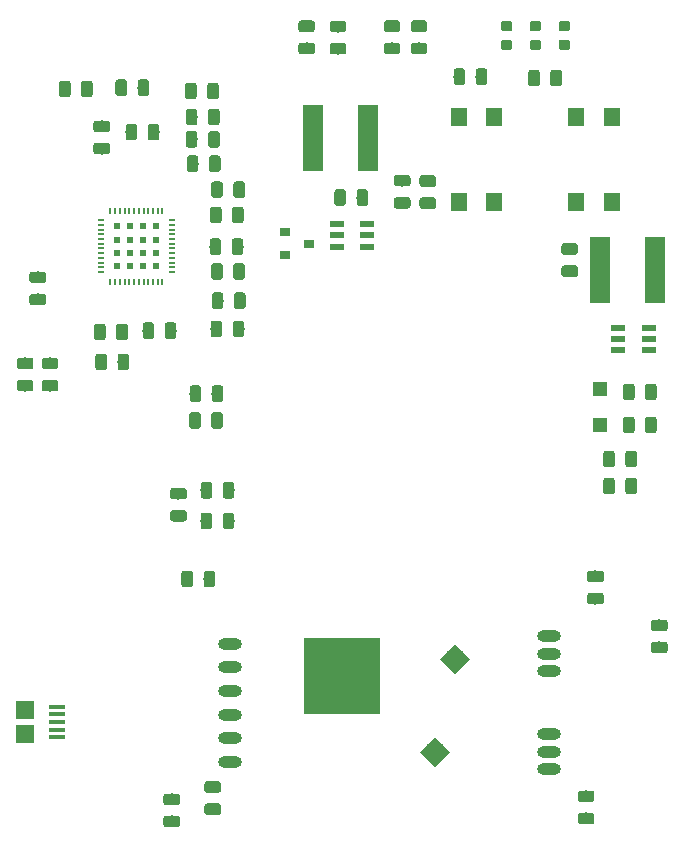
<source format=gbr>
G04 #@! TF.GenerationSoftware,KiCad,Pcbnew,(6.0.0-rc1-dev-1413-ga48e89956)*
G04 #@! TF.CreationDate,2019-10-25T09:50:34-06:00
G04 #@! TF.ProjectId,HAT_ver_5.1,4841545f-7665-4725-9f35-2e312e6b6963,5.1.1*
G04 #@! TF.SameCoordinates,Original*
G04 #@! TF.FileFunction,Paste,Top*
G04 #@! TF.FilePolarity,Positive*
%FSLAX46Y46*%
G04 Gerber Fmt 4.6, Leading zero omitted, Abs format (unit mm)*
G04 Created by KiCad (PCBNEW (6.0.0-rc1-dev-1413-ga48e89956)) date Friday, October 25, 2019 at 09:50:34 AM*
%MOMM*%
%LPD*%
G04 APERTURE LIST*
%ADD10C,0.100000*%
%ADD11C,0.975000*%
%ADD12O,2.000000X1.000000*%
%ADD13R,6.400000X6.400000*%
%ADD14C,1.800000*%
%ADD15R,1.400000X1.600000*%
%ADD16R,1.200000X0.600000*%
%ADD17R,1.800000X5.700000*%
%ADD18R,1.220000X1.250000*%
%ADD19R,0.610000X0.190000*%
%ADD20R,0.190000X0.610000*%
%ADD21R,0.194000X0.626000*%
%ADD22R,0.600750X0.600750*%
%ADD23R,0.900000X0.800000*%
%ADD24R,1.380000X0.450000*%
%ADD25R,1.550000X1.500000*%
%ADD26C,0.875000*%
G04 APERTURE END LIST*
D10*
G36*
X158181742Y-79006374D02*
G01*
X158205403Y-79009884D01*
X158228607Y-79015696D01*
X158251129Y-79023754D01*
X158272753Y-79033982D01*
X158293270Y-79046279D01*
X158312483Y-79060529D01*
X158330207Y-79076593D01*
X158346271Y-79094317D01*
X158360521Y-79113530D01*
X158372818Y-79134047D01*
X158383046Y-79155671D01*
X158391104Y-79178193D01*
X158396916Y-79201397D01*
X158400426Y-79225058D01*
X158401600Y-79248950D01*
X158401600Y-80161450D01*
X158400426Y-80185342D01*
X158396916Y-80209003D01*
X158391104Y-80232207D01*
X158383046Y-80254729D01*
X158372818Y-80276353D01*
X158360521Y-80296870D01*
X158346271Y-80316083D01*
X158330207Y-80333807D01*
X158312483Y-80349871D01*
X158293270Y-80364121D01*
X158272753Y-80376418D01*
X158251129Y-80386646D01*
X158228607Y-80394704D01*
X158205403Y-80400516D01*
X158181742Y-80404026D01*
X158157850Y-80405200D01*
X157670350Y-80405200D01*
X157646458Y-80404026D01*
X157622797Y-80400516D01*
X157599593Y-80394704D01*
X157577071Y-80386646D01*
X157555447Y-80376418D01*
X157534930Y-80364121D01*
X157515717Y-80349871D01*
X157497993Y-80333807D01*
X157481929Y-80316083D01*
X157467679Y-80296870D01*
X157455382Y-80276353D01*
X157445154Y-80254729D01*
X157437096Y-80232207D01*
X157431284Y-80209003D01*
X157427774Y-80185342D01*
X157426600Y-80161450D01*
X157426600Y-79248950D01*
X157427774Y-79225058D01*
X157431284Y-79201397D01*
X157437096Y-79178193D01*
X157445154Y-79155671D01*
X157455382Y-79134047D01*
X157467679Y-79113530D01*
X157481929Y-79094317D01*
X157497993Y-79076593D01*
X157515717Y-79060529D01*
X157534930Y-79046279D01*
X157555447Y-79033982D01*
X157577071Y-79023754D01*
X157599593Y-79015696D01*
X157622797Y-79009884D01*
X157646458Y-79006374D01*
X157670350Y-79005200D01*
X158157850Y-79005200D01*
X158181742Y-79006374D01*
X158181742Y-79006374D01*
G37*
D11*
X157914100Y-79705200D03*
D10*
G36*
X160056742Y-79006374D02*
G01*
X160080403Y-79009884D01*
X160103607Y-79015696D01*
X160126129Y-79023754D01*
X160147753Y-79033982D01*
X160168270Y-79046279D01*
X160187483Y-79060529D01*
X160205207Y-79076593D01*
X160221271Y-79094317D01*
X160235521Y-79113530D01*
X160247818Y-79134047D01*
X160258046Y-79155671D01*
X160266104Y-79178193D01*
X160271916Y-79201397D01*
X160275426Y-79225058D01*
X160276600Y-79248950D01*
X160276600Y-80161450D01*
X160275426Y-80185342D01*
X160271916Y-80209003D01*
X160266104Y-80232207D01*
X160258046Y-80254729D01*
X160247818Y-80276353D01*
X160235521Y-80296870D01*
X160221271Y-80316083D01*
X160205207Y-80333807D01*
X160187483Y-80349871D01*
X160168270Y-80364121D01*
X160147753Y-80376418D01*
X160126129Y-80386646D01*
X160103607Y-80394704D01*
X160080403Y-80400516D01*
X160056742Y-80404026D01*
X160032850Y-80405200D01*
X159545350Y-80405200D01*
X159521458Y-80404026D01*
X159497797Y-80400516D01*
X159474593Y-80394704D01*
X159452071Y-80386646D01*
X159430447Y-80376418D01*
X159409930Y-80364121D01*
X159390717Y-80349871D01*
X159372993Y-80333807D01*
X159356929Y-80316083D01*
X159342679Y-80296870D01*
X159330382Y-80276353D01*
X159320154Y-80254729D01*
X159312096Y-80232207D01*
X159306284Y-80209003D01*
X159302774Y-80185342D01*
X159301600Y-80161450D01*
X159301600Y-79248950D01*
X159302774Y-79225058D01*
X159306284Y-79201397D01*
X159312096Y-79178193D01*
X159320154Y-79155671D01*
X159330382Y-79134047D01*
X159342679Y-79113530D01*
X159356929Y-79094317D01*
X159372993Y-79076593D01*
X159390717Y-79060529D01*
X159409930Y-79046279D01*
X159430447Y-79033982D01*
X159452071Y-79023754D01*
X159474593Y-79015696D01*
X159497797Y-79009884D01*
X159521458Y-79006374D01*
X159545350Y-79005200D01*
X160032850Y-79005200D01*
X160056742Y-79006374D01*
X160056742Y-79006374D01*
G37*
D11*
X159789100Y-79705200D03*
D10*
G36*
X165808742Y-77821874D02*
G01*
X165832403Y-77825384D01*
X165855607Y-77831196D01*
X165878129Y-77839254D01*
X165899753Y-77849482D01*
X165920270Y-77861779D01*
X165939483Y-77876029D01*
X165957207Y-77892093D01*
X165973271Y-77909817D01*
X165987521Y-77929030D01*
X165999818Y-77949547D01*
X166010046Y-77971171D01*
X166018104Y-77993693D01*
X166023916Y-78016897D01*
X166027426Y-78040558D01*
X166028600Y-78064450D01*
X166028600Y-78551950D01*
X166027426Y-78575842D01*
X166023916Y-78599503D01*
X166018104Y-78622707D01*
X166010046Y-78645229D01*
X165999818Y-78666853D01*
X165987521Y-78687370D01*
X165973271Y-78706583D01*
X165957207Y-78724307D01*
X165939483Y-78740371D01*
X165920270Y-78754621D01*
X165899753Y-78766918D01*
X165878129Y-78777146D01*
X165855607Y-78785204D01*
X165832403Y-78791016D01*
X165808742Y-78794526D01*
X165784850Y-78795700D01*
X164872350Y-78795700D01*
X164848458Y-78794526D01*
X164824797Y-78791016D01*
X164801593Y-78785204D01*
X164779071Y-78777146D01*
X164757447Y-78766918D01*
X164736930Y-78754621D01*
X164717717Y-78740371D01*
X164699993Y-78724307D01*
X164683929Y-78706583D01*
X164669679Y-78687370D01*
X164657382Y-78666853D01*
X164647154Y-78645229D01*
X164639096Y-78622707D01*
X164633284Y-78599503D01*
X164629774Y-78575842D01*
X164628600Y-78551950D01*
X164628600Y-78064450D01*
X164629774Y-78040558D01*
X164633284Y-78016897D01*
X164639096Y-77993693D01*
X164647154Y-77971171D01*
X164657382Y-77949547D01*
X164669679Y-77929030D01*
X164683929Y-77909817D01*
X164699993Y-77892093D01*
X164717717Y-77876029D01*
X164736930Y-77861779D01*
X164757447Y-77849482D01*
X164779071Y-77839254D01*
X164801593Y-77831196D01*
X164824797Y-77825384D01*
X164848458Y-77821874D01*
X164872350Y-77820700D01*
X165784850Y-77820700D01*
X165808742Y-77821874D01*
X165808742Y-77821874D01*
G37*
D11*
X165328600Y-78308200D03*
D10*
G36*
X165808742Y-79696874D02*
G01*
X165832403Y-79700384D01*
X165855607Y-79706196D01*
X165878129Y-79714254D01*
X165899753Y-79724482D01*
X165920270Y-79736779D01*
X165939483Y-79751029D01*
X165957207Y-79767093D01*
X165973271Y-79784817D01*
X165987521Y-79804030D01*
X165999818Y-79824547D01*
X166010046Y-79846171D01*
X166018104Y-79868693D01*
X166023916Y-79891897D01*
X166027426Y-79915558D01*
X166028600Y-79939450D01*
X166028600Y-80426950D01*
X166027426Y-80450842D01*
X166023916Y-80474503D01*
X166018104Y-80497707D01*
X166010046Y-80520229D01*
X165999818Y-80541853D01*
X165987521Y-80562370D01*
X165973271Y-80581583D01*
X165957207Y-80599307D01*
X165939483Y-80615371D01*
X165920270Y-80629621D01*
X165899753Y-80641918D01*
X165878129Y-80652146D01*
X165855607Y-80660204D01*
X165832403Y-80666016D01*
X165808742Y-80669526D01*
X165784850Y-80670700D01*
X164872350Y-80670700D01*
X164848458Y-80669526D01*
X164824797Y-80666016D01*
X164801593Y-80660204D01*
X164779071Y-80652146D01*
X164757447Y-80641918D01*
X164736930Y-80629621D01*
X164717717Y-80615371D01*
X164699993Y-80599307D01*
X164683929Y-80581583D01*
X164669679Y-80562370D01*
X164657382Y-80541853D01*
X164647154Y-80520229D01*
X164639096Y-80497707D01*
X164633284Y-80474503D01*
X164629774Y-80450842D01*
X164628600Y-80426950D01*
X164628600Y-79939450D01*
X164629774Y-79915558D01*
X164633284Y-79891897D01*
X164639096Y-79868693D01*
X164647154Y-79846171D01*
X164657382Y-79824547D01*
X164669679Y-79804030D01*
X164683929Y-79784817D01*
X164699993Y-79767093D01*
X164717717Y-79751029D01*
X164736930Y-79736779D01*
X164757447Y-79724482D01*
X164779071Y-79714254D01*
X164801593Y-79706196D01*
X164824797Y-79700384D01*
X164848458Y-79696874D01*
X164872350Y-79695700D01*
X165784850Y-79695700D01*
X165808742Y-79696874D01*
X165808742Y-79696874D01*
G37*
D11*
X165328600Y-80183200D03*
D12*
X148602800Y-117478800D03*
X148602800Y-119478800D03*
X148602800Y-121478800D03*
X148602800Y-123478800D03*
X148602800Y-125478800D03*
X148602800Y-127478800D03*
X175602800Y-128128800D03*
X175602800Y-116828800D03*
X175602800Y-118328800D03*
X175602800Y-119828800D03*
X175602800Y-125128800D03*
X175602800Y-126628800D03*
D13*
X158102800Y-120178800D03*
D14*
X167652800Y-118778800D03*
D10*
G36*
X166380008Y-118778800D02*
G01*
X167652800Y-117506008D01*
X168925592Y-118778800D01*
X167652800Y-120051592D01*
X166380008Y-118778800D01*
X166380008Y-118778800D01*
G37*
D14*
X165902800Y-126678800D03*
D10*
G36*
X164630008Y-126678800D02*
G01*
X165902800Y-125406008D01*
X167175592Y-126678800D01*
X165902800Y-127951592D01*
X164630008Y-126678800D01*
X164630008Y-126678800D01*
G37*
D15*
X167936800Y-80054000D03*
X170936800Y-80054000D03*
X167936800Y-72854000D03*
X170936800Y-72854000D03*
D16*
X181427600Y-90744000D03*
X181427600Y-91694000D03*
X181427600Y-92644000D03*
X184027600Y-92644000D03*
X184027600Y-90744000D03*
X184027600Y-91694000D03*
X157602400Y-81955600D03*
X157602400Y-82905600D03*
X157602400Y-83855600D03*
X160202400Y-83855600D03*
X160202400Y-81955600D03*
X160202400Y-82905600D03*
D17*
X160287200Y-74676000D03*
X155587200Y-74676000D03*
D18*
X179882800Y-98958400D03*
X179882800Y-95958400D03*
D19*
X137665200Y-81620000D03*
X137665200Y-82020000D03*
X137665200Y-82420000D03*
X137665200Y-82820000D03*
X137665200Y-83220000D03*
X137665200Y-83620000D03*
X137665200Y-84020000D03*
X137665200Y-84420000D03*
X137665200Y-84820000D03*
X137665200Y-85220000D03*
X137665200Y-85620000D03*
X137665200Y-86020000D03*
D20*
X138465200Y-86820000D03*
X138865200Y-86820000D03*
X139265200Y-86820000D03*
X139665200Y-86820000D03*
X140065200Y-86820000D03*
X140465200Y-86820000D03*
X140865200Y-86820000D03*
X141265200Y-86820000D03*
X141665200Y-86820000D03*
X142065200Y-86820000D03*
X142465200Y-86820000D03*
X142865200Y-86820000D03*
D19*
X143665200Y-86020000D03*
X143665200Y-85620000D03*
X143665200Y-85220000D03*
X143665200Y-84820000D03*
X143665200Y-84420000D03*
X143665200Y-84020000D03*
X143665200Y-83620000D03*
X143665200Y-83220000D03*
X143665200Y-82820000D03*
X143665200Y-82420000D03*
X143665200Y-82020000D03*
X143665200Y-81620000D03*
D20*
X142865200Y-80820000D03*
D21*
X142465200Y-80820000D03*
D20*
X142065200Y-80820000D03*
X141665200Y-80820000D03*
X141265200Y-80820000D03*
X140865200Y-80820000D03*
X140465200Y-80820000D03*
X140065200Y-80820000D03*
X139665200Y-80820000D03*
X139265200Y-80820000D03*
X138865200Y-80820000D03*
X138465200Y-80820000D03*
D22*
X142333950Y-85488750D03*
X142333950Y-84376250D03*
X142333950Y-83263750D03*
X142333950Y-82151250D03*
X141221450Y-85488750D03*
X141221450Y-84376250D03*
X141221450Y-83263750D03*
X141221450Y-82151250D03*
X140108950Y-85488750D03*
X140108950Y-84376250D03*
X140108950Y-83263750D03*
X140108950Y-82151250D03*
X138996450Y-85488750D03*
X138996450Y-84376250D03*
X138996450Y-83263750D03*
X138996450Y-82151250D03*
D10*
G36*
X144117142Y-130171274D02*
G01*
X144140803Y-130174784D01*
X144164007Y-130180596D01*
X144186529Y-130188654D01*
X144208153Y-130198882D01*
X144228670Y-130211179D01*
X144247883Y-130225429D01*
X144265607Y-130241493D01*
X144281671Y-130259217D01*
X144295921Y-130278430D01*
X144308218Y-130298947D01*
X144318446Y-130320571D01*
X144326504Y-130343093D01*
X144332316Y-130366297D01*
X144335826Y-130389958D01*
X144337000Y-130413850D01*
X144337000Y-130901350D01*
X144335826Y-130925242D01*
X144332316Y-130948903D01*
X144326504Y-130972107D01*
X144318446Y-130994629D01*
X144308218Y-131016253D01*
X144295921Y-131036770D01*
X144281671Y-131055983D01*
X144265607Y-131073707D01*
X144247883Y-131089771D01*
X144228670Y-131104021D01*
X144208153Y-131116318D01*
X144186529Y-131126546D01*
X144164007Y-131134604D01*
X144140803Y-131140416D01*
X144117142Y-131143926D01*
X144093250Y-131145100D01*
X143180750Y-131145100D01*
X143156858Y-131143926D01*
X143133197Y-131140416D01*
X143109993Y-131134604D01*
X143087471Y-131126546D01*
X143065847Y-131116318D01*
X143045330Y-131104021D01*
X143026117Y-131089771D01*
X143008393Y-131073707D01*
X142992329Y-131055983D01*
X142978079Y-131036770D01*
X142965782Y-131016253D01*
X142955554Y-130994629D01*
X142947496Y-130972107D01*
X142941684Y-130948903D01*
X142938174Y-130925242D01*
X142937000Y-130901350D01*
X142937000Y-130413850D01*
X142938174Y-130389958D01*
X142941684Y-130366297D01*
X142947496Y-130343093D01*
X142955554Y-130320571D01*
X142965782Y-130298947D01*
X142978079Y-130278430D01*
X142992329Y-130259217D01*
X143008393Y-130241493D01*
X143026117Y-130225429D01*
X143045330Y-130211179D01*
X143065847Y-130198882D01*
X143087471Y-130188654D01*
X143109993Y-130180596D01*
X143133197Y-130174784D01*
X143156858Y-130171274D01*
X143180750Y-130170100D01*
X144093250Y-130170100D01*
X144117142Y-130171274D01*
X144117142Y-130171274D01*
G37*
D11*
X143637000Y-130657600D03*
D10*
G36*
X144117142Y-132046274D02*
G01*
X144140803Y-132049784D01*
X144164007Y-132055596D01*
X144186529Y-132063654D01*
X144208153Y-132073882D01*
X144228670Y-132086179D01*
X144247883Y-132100429D01*
X144265607Y-132116493D01*
X144281671Y-132134217D01*
X144295921Y-132153430D01*
X144308218Y-132173947D01*
X144318446Y-132195571D01*
X144326504Y-132218093D01*
X144332316Y-132241297D01*
X144335826Y-132264958D01*
X144337000Y-132288850D01*
X144337000Y-132776350D01*
X144335826Y-132800242D01*
X144332316Y-132823903D01*
X144326504Y-132847107D01*
X144318446Y-132869629D01*
X144308218Y-132891253D01*
X144295921Y-132911770D01*
X144281671Y-132930983D01*
X144265607Y-132948707D01*
X144247883Y-132964771D01*
X144228670Y-132979021D01*
X144208153Y-132991318D01*
X144186529Y-133001546D01*
X144164007Y-133009604D01*
X144140803Y-133015416D01*
X144117142Y-133018926D01*
X144093250Y-133020100D01*
X143180750Y-133020100D01*
X143156858Y-133018926D01*
X143133197Y-133015416D01*
X143109993Y-133009604D01*
X143087471Y-133001546D01*
X143065847Y-132991318D01*
X143045330Y-132979021D01*
X143026117Y-132964771D01*
X143008393Y-132948707D01*
X142992329Y-132930983D01*
X142978079Y-132911770D01*
X142965782Y-132891253D01*
X142955554Y-132869629D01*
X142947496Y-132847107D01*
X142941684Y-132823903D01*
X142938174Y-132800242D01*
X142937000Y-132776350D01*
X142937000Y-132288850D01*
X142938174Y-132264958D01*
X142941684Y-132241297D01*
X142947496Y-132218093D01*
X142955554Y-132195571D01*
X142965782Y-132173947D01*
X142978079Y-132153430D01*
X142992329Y-132134217D01*
X143008393Y-132116493D01*
X143026117Y-132100429D01*
X143045330Y-132086179D01*
X143065847Y-132073882D01*
X143087471Y-132063654D01*
X143109993Y-132055596D01*
X143133197Y-132049784D01*
X143156858Y-132046274D01*
X143180750Y-132045100D01*
X144093250Y-132045100D01*
X144117142Y-132046274D01*
X144117142Y-132046274D01*
G37*
D11*
X143637000Y-132532600D03*
D10*
G36*
X163649742Y-77796474D02*
G01*
X163673403Y-77799984D01*
X163696607Y-77805796D01*
X163719129Y-77813854D01*
X163740753Y-77824082D01*
X163761270Y-77836379D01*
X163780483Y-77850629D01*
X163798207Y-77866693D01*
X163814271Y-77884417D01*
X163828521Y-77903630D01*
X163840818Y-77924147D01*
X163851046Y-77945771D01*
X163859104Y-77968293D01*
X163864916Y-77991497D01*
X163868426Y-78015158D01*
X163869600Y-78039050D01*
X163869600Y-78526550D01*
X163868426Y-78550442D01*
X163864916Y-78574103D01*
X163859104Y-78597307D01*
X163851046Y-78619829D01*
X163840818Y-78641453D01*
X163828521Y-78661970D01*
X163814271Y-78681183D01*
X163798207Y-78698907D01*
X163780483Y-78714971D01*
X163761270Y-78729221D01*
X163740753Y-78741518D01*
X163719129Y-78751746D01*
X163696607Y-78759804D01*
X163673403Y-78765616D01*
X163649742Y-78769126D01*
X163625850Y-78770300D01*
X162713350Y-78770300D01*
X162689458Y-78769126D01*
X162665797Y-78765616D01*
X162642593Y-78759804D01*
X162620071Y-78751746D01*
X162598447Y-78741518D01*
X162577930Y-78729221D01*
X162558717Y-78714971D01*
X162540993Y-78698907D01*
X162524929Y-78681183D01*
X162510679Y-78661970D01*
X162498382Y-78641453D01*
X162488154Y-78619829D01*
X162480096Y-78597307D01*
X162474284Y-78574103D01*
X162470774Y-78550442D01*
X162469600Y-78526550D01*
X162469600Y-78039050D01*
X162470774Y-78015158D01*
X162474284Y-77991497D01*
X162480096Y-77968293D01*
X162488154Y-77945771D01*
X162498382Y-77924147D01*
X162510679Y-77903630D01*
X162524929Y-77884417D01*
X162540993Y-77866693D01*
X162558717Y-77850629D01*
X162577930Y-77836379D01*
X162598447Y-77824082D01*
X162620071Y-77813854D01*
X162642593Y-77805796D01*
X162665797Y-77799984D01*
X162689458Y-77796474D01*
X162713350Y-77795300D01*
X163625850Y-77795300D01*
X163649742Y-77796474D01*
X163649742Y-77796474D01*
G37*
D11*
X163169600Y-78282800D03*
D10*
G36*
X163649742Y-79671474D02*
G01*
X163673403Y-79674984D01*
X163696607Y-79680796D01*
X163719129Y-79688854D01*
X163740753Y-79699082D01*
X163761270Y-79711379D01*
X163780483Y-79725629D01*
X163798207Y-79741693D01*
X163814271Y-79759417D01*
X163828521Y-79778630D01*
X163840818Y-79799147D01*
X163851046Y-79820771D01*
X163859104Y-79843293D01*
X163864916Y-79866497D01*
X163868426Y-79890158D01*
X163869600Y-79914050D01*
X163869600Y-80401550D01*
X163868426Y-80425442D01*
X163864916Y-80449103D01*
X163859104Y-80472307D01*
X163851046Y-80494829D01*
X163840818Y-80516453D01*
X163828521Y-80536970D01*
X163814271Y-80556183D01*
X163798207Y-80573907D01*
X163780483Y-80589971D01*
X163761270Y-80604221D01*
X163740753Y-80616518D01*
X163719129Y-80626746D01*
X163696607Y-80634804D01*
X163673403Y-80640616D01*
X163649742Y-80644126D01*
X163625850Y-80645300D01*
X162713350Y-80645300D01*
X162689458Y-80644126D01*
X162665797Y-80640616D01*
X162642593Y-80634804D01*
X162620071Y-80626746D01*
X162598447Y-80616518D01*
X162577930Y-80604221D01*
X162558717Y-80589971D01*
X162540993Y-80573907D01*
X162524929Y-80556183D01*
X162510679Y-80536970D01*
X162498382Y-80516453D01*
X162488154Y-80494829D01*
X162480096Y-80472307D01*
X162474284Y-80449103D01*
X162470774Y-80425442D01*
X162469600Y-80401550D01*
X162469600Y-79914050D01*
X162470774Y-79890158D01*
X162474284Y-79866497D01*
X162480096Y-79843293D01*
X162488154Y-79820771D01*
X162498382Y-79799147D01*
X162510679Y-79778630D01*
X162524929Y-79759417D01*
X162540993Y-79741693D01*
X162558717Y-79725629D01*
X162577930Y-79711379D01*
X162598447Y-79699082D01*
X162620071Y-79688854D01*
X162642593Y-79680796D01*
X162665797Y-79674984D01*
X162689458Y-79671474D01*
X162713350Y-79670300D01*
X163625850Y-79670300D01*
X163649742Y-79671474D01*
X163649742Y-79671474D01*
G37*
D11*
X163169600Y-80157800D03*
D23*
X153244800Y-82666800D03*
X153244800Y-84566800D03*
X155244800Y-83616800D03*
D10*
G36*
X185417542Y-117316574D02*
G01*
X185441203Y-117320084D01*
X185464407Y-117325896D01*
X185486929Y-117333954D01*
X185508553Y-117344182D01*
X185529070Y-117356479D01*
X185548283Y-117370729D01*
X185566007Y-117386793D01*
X185582071Y-117404517D01*
X185596321Y-117423730D01*
X185608618Y-117444247D01*
X185618846Y-117465871D01*
X185626904Y-117488393D01*
X185632716Y-117511597D01*
X185636226Y-117535258D01*
X185637400Y-117559150D01*
X185637400Y-118046650D01*
X185636226Y-118070542D01*
X185632716Y-118094203D01*
X185626904Y-118117407D01*
X185618846Y-118139929D01*
X185608618Y-118161553D01*
X185596321Y-118182070D01*
X185582071Y-118201283D01*
X185566007Y-118219007D01*
X185548283Y-118235071D01*
X185529070Y-118249321D01*
X185508553Y-118261618D01*
X185486929Y-118271846D01*
X185464407Y-118279904D01*
X185441203Y-118285716D01*
X185417542Y-118289226D01*
X185393650Y-118290400D01*
X184481150Y-118290400D01*
X184457258Y-118289226D01*
X184433597Y-118285716D01*
X184410393Y-118279904D01*
X184387871Y-118271846D01*
X184366247Y-118261618D01*
X184345730Y-118249321D01*
X184326517Y-118235071D01*
X184308793Y-118219007D01*
X184292729Y-118201283D01*
X184278479Y-118182070D01*
X184266182Y-118161553D01*
X184255954Y-118139929D01*
X184247896Y-118117407D01*
X184242084Y-118094203D01*
X184238574Y-118070542D01*
X184237400Y-118046650D01*
X184237400Y-117559150D01*
X184238574Y-117535258D01*
X184242084Y-117511597D01*
X184247896Y-117488393D01*
X184255954Y-117465871D01*
X184266182Y-117444247D01*
X184278479Y-117423730D01*
X184292729Y-117404517D01*
X184308793Y-117386793D01*
X184326517Y-117370729D01*
X184345730Y-117356479D01*
X184366247Y-117344182D01*
X184387871Y-117333954D01*
X184410393Y-117325896D01*
X184433597Y-117320084D01*
X184457258Y-117316574D01*
X184481150Y-117315400D01*
X185393650Y-117315400D01*
X185417542Y-117316574D01*
X185417542Y-117316574D01*
G37*
D11*
X184937400Y-117802900D03*
D10*
G36*
X185417542Y-115441574D02*
G01*
X185441203Y-115445084D01*
X185464407Y-115450896D01*
X185486929Y-115458954D01*
X185508553Y-115469182D01*
X185529070Y-115481479D01*
X185548283Y-115495729D01*
X185566007Y-115511793D01*
X185582071Y-115529517D01*
X185596321Y-115548730D01*
X185608618Y-115569247D01*
X185618846Y-115590871D01*
X185626904Y-115613393D01*
X185632716Y-115636597D01*
X185636226Y-115660258D01*
X185637400Y-115684150D01*
X185637400Y-116171650D01*
X185636226Y-116195542D01*
X185632716Y-116219203D01*
X185626904Y-116242407D01*
X185618846Y-116264929D01*
X185608618Y-116286553D01*
X185596321Y-116307070D01*
X185582071Y-116326283D01*
X185566007Y-116344007D01*
X185548283Y-116360071D01*
X185529070Y-116374321D01*
X185508553Y-116386618D01*
X185486929Y-116396846D01*
X185464407Y-116404904D01*
X185441203Y-116410716D01*
X185417542Y-116414226D01*
X185393650Y-116415400D01*
X184481150Y-116415400D01*
X184457258Y-116414226D01*
X184433597Y-116410716D01*
X184410393Y-116404904D01*
X184387871Y-116396846D01*
X184366247Y-116386618D01*
X184345730Y-116374321D01*
X184326517Y-116360071D01*
X184308793Y-116344007D01*
X184292729Y-116326283D01*
X184278479Y-116307070D01*
X184266182Y-116286553D01*
X184255954Y-116264929D01*
X184247896Y-116242407D01*
X184242084Y-116219203D01*
X184238574Y-116195542D01*
X184237400Y-116171650D01*
X184237400Y-115684150D01*
X184238574Y-115660258D01*
X184242084Y-115636597D01*
X184247896Y-115613393D01*
X184255954Y-115590871D01*
X184266182Y-115569247D01*
X184278479Y-115548730D01*
X184292729Y-115529517D01*
X184308793Y-115511793D01*
X184326517Y-115495729D01*
X184345730Y-115481479D01*
X184366247Y-115469182D01*
X184387871Y-115458954D01*
X184410393Y-115450896D01*
X184433597Y-115445084D01*
X184457258Y-115441574D01*
X184481150Y-115440400D01*
X185393650Y-115440400D01*
X185417542Y-115441574D01*
X185417542Y-115441574D01*
G37*
D11*
X184937400Y-115927900D03*
D10*
G36*
X145608742Y-74078774D02*
G01*
X145632403Y-74082284D01*
X145655607Y-74088096D01*
X145678129Y-74096154D01*
X145699753Y-74106382D01*
X145720270Y-74118679D01*
X145739483Y-74132929D01*
X145757207Y-74148993D01*
X145773271Y-74166717D01*
X145787521Y-74185930D01*
X145799818Y-74206447D01*
X145810046Y-74228071D01*
X145818104Y-74250593D01*
X145823916Y-74273797D01*
X145827426Y-74297458D01*
X145828600Y-74321350D01*
X145828600Y-75233850D01*
X145827426Y-75257742D01*
X145823916Y-75281403D01*
X145818104Y-75304607D01*
X145810046Y-75327129D01*
X145799818Y-75348753D01*
X145787521Y-75369270D01*
X145773271Y-75388483D01*
X145757207Y-75406207D01*
X145739483Y-75422271D01*
X145720270Y-75436521D01*
X145699753Y-75448818D01*
X145678129Y-75459046D01*
X145655607Y-75467104D01*
X145632403Y-75472916D01*
X145608742Y-75476426D01*
X145584850Y-75477600D01*
X145097350Y-75477600D01*
X145073458Y-75476426D01*
X145049797Y-75472916D01*
X145026593Y-75467104D01*
X145004071Y-75459046D01*
X144982447Y-75448818D01*
X144961930Y-75436521D01*
X144942717Y-75422271D01*
X144924993Y-75406207D01*
X144908929Y-75388483D01*
X144894679Y-75369270D01*
X144882382Y-75348753D01*
X144872154Y-75327129D01*
X144864096Y-75304607D01*
X144858284Y-75281403D01*
X144854774Y-75257742D01*
X144853600Y-75233850D01*
X144853600Y-74321350D01*
X144854774Y-74297458D01*
X144858284Y-74273797D01*
X144864096Y-74250593D01*
X144872154Y-74228071D01*
X144882382Y-74206447D01*
X144894679Y-74185930D01*
X144908929Y-74166717D01*
X144924993Y-74148993D01*
X144942717Y-74132929D01*
X144961930Y-74118679D01*
X144982447Y-74106382D01*
X145004071Y-74096154D01*
X145026593Y-74088096D01*
X145049797Y-74082284D01*
X145073458Y-74078774D01*
X145097350Y-74077600D01*
X145584850Y-74077600D01*
X145608742Y-74078774D01*
X145608742Y-74078774D01*
G37*
D11*
X145341100Y-74777600D03*
D10*
G36*
X147483742Y-74078774D02*
G01*
X147507403Y-74082284D01*
X147530607Y-74088096D01*
X147553129Y-74096154D01*
X147574753Y-74106382D01*
X147595270Y-74118679D01*
X147614483Y-74132929D01*
X147632207Y-74148993D01*
X147648271Y-74166717D01*
X147662521Y-74185930D01*
X147674818Y-74206447D01*
X147685046Y-74228071D01*
X147693104Y-74250593D01*
X147698916Y-74273797D01*
X147702426Y-74297458D01*
X147703600Y-74321350D01*
X147703600Y-75233850D01*
X147702426Y-75257742D01*
X147698916Y-75281403D01*
X147693104Y-75304607D01*
X147685046Y-75327129D01*
X147674818Y-75348753D01*
X147662521Y-75369270D01*
X147648271Y-75388483D01*
X147632207Y-75406207D01*
X147614483Y-75422271D01*
X147595270Y-75436521D01*
X147574753Y-75448818D01*
X147553129Y-75459046D01*
X147530607Y-75467104D01*
X147507403Y-75472916D01*
X147483742Y-75476426D01*
X147459850Y-75477600D01*
X146972350Y-75477600D01*
X146948458Y-75476426D01*
X146924797Y-75472916D01*
X146901593Y-75467104D01*
X146879071Y-75459046D01*
X146857447Y-75448818D01*
X146836930Y-75436521D01*
X146817717Y-75422271D01*
X146799993Y-75406207D01*
X146783929Y-75388483D01*
X146769679Y-75369270D01*
X146757382Y-75348753D01*
X146747154Y-75327129D01*
X146739096Y-75304607D01*
X146733284Y-75281403D01*
X146729774Y-75257742D01*
X146728600Y-75233850D01*
X146728600Y-74321350D01*
X146729774Y-74297458D01*
X146733284Y-74273797D01*
X146739096Y-74250593D01*
X146747154Y-74228071D01*
X146757382Y-74206447D01*
X146769679Y-74185930D01*
X146783929Y-74166717D01*
X146799993Y-74148993D01*
X146817717Y-74132929D01*
X146836930Y-74118679D01*
X146857447Y-74106382D01*
X146879071Y-74096154D01*
X146901593Y-74088096D01*
X146924797Y-74082284D01*
X146948458Y-74078774D01*
X146972350Y-74077600D01*
X147459850Y-74077600D01*
X147483742Y-74078774D01*
X147483742Y-74078774D01*
G37*
D11*
X147216100Y-74777600D03*
D10*
G36*
X145608742Y-72199174D02*
G01*
X145632403Y-72202684D01*
X145655607Y-72208496D01*
X145678129Y-72216554D01*
X145699753Y-72226782D01*
X145720270Y-72239079D01*
X145739483Y-72253329D01*
X145757207Y-72269393D01*
X145773271Y-72287117D01*
X145787521Y-72306330D01*
X145799818Y-72326847D01*
X145810046Y-72348471D01*
X145818104Y-72370993D01*
X145823916Y-72394197D01*
X145827426Y-72417858D01*
X145828600Y-72441750D01*
X145828600Y-73354250D01*
X145827426Y-73378142D01*
X145823916Y-73401803D01*
X145818104Y-73425007D01*
X145810046Y-73447529D01*
X145799818Y-73469153D01*
X145787521Y-73489670D01*
X145773271Y-73508883D01*
X145757207Y-73526607D01*
X145739483Y-73542671D01*
X145720270Y-73556921D01*
X145699753Y-73569218D01*
X145678129Y-73579446D01*
X145655607Y-73587504D01*
X145632403Y-73593316D01*
X145608742Y-73596826D01*
X145584850Y-73598000D01*
X145097350Y-73598000D01*
X145073458Y-73596826D01*
X145049797Y-73593316D01*
X145026593Y-73587504D01*
X145004071Y-73579446D01*
X144982447Y-73569218D01*
X144961930Y-73556921D01*
X144942717Y-73542671D01*
X144924993Y-73526607D01*
X144908929Y-73508883D01*
X144894679Y-73489670D01*
X144882382Y-73469153D01*
X144872154Y-73447529D01*
X144864096Y-73425007D01*
X144858284Y-73401803D01*
X144854774Y-73378142D01*
X144853600Y-73354250D01*
X144853600Y-72441750D01*
X144854774Y-72417858D01*
X144858284Y-72394197D01*
X144864096Y-72370993D01*
X144872154Y-72348471D01*
X144882382Y-72326847D01*
X144894679Y-72306330D01*
X144908929Y-72287117D01*
X144924993Y-72269393D01*
X144942717Y-72253329D01*
X144961930Y-72239079D01*
X144982447Y-72226782D01*
X145004071Y-72216554D01*
X145026593Y-72208496D01*
X145049797Y-72202684D01*
X145073458Y-72199174D01*
X145097350Y-72198000D01*
X145584850Y-72198000D01*
X145608742Y-72199174D01*
X145608742Y-72199174D01*
G37*
D11*
X145341100Y-72898000D03*
D10*
G36*
X147483742Y-72199174D02*
G01*
X147507403Y-72202684D01*
X147530607Y-72208496D01*
X147553129Y-72216554D01*
X147574753Y-72226782D01*
X147595270Y-72239079D01*
X147614483Y-72253329D01*
X147632207Y-72269393D01*
X147648271Y-72287117D01*
X147662521Y-72306330D01*
X147674818Y-72326847D01*
X147685046Y-72348471D01*
X147693104Y-72370993D01*
X147698916Y-72394197D01*
X147702426Y-72417858D01*
X147703600Y-72441750D01*
X147703600Y-73354250D01*
X147702426Y-73378142D01*
X147698916Y-73401803D01*
X147693104Y-73425007D01*
X147685046Y-73447529D01*
X147674818Y-73469153D01*
X147662521Y-73489670D01*
X147648271Y-73508883D01*
X147632207Y-73526607D01*
X147614483Y-73542671D01*
X147595270Y-73556921D01*
X147574753Y-73569218D01*
X147553129Y-73579446D01*
X147530607Y-73587504D01*
X147507403Y-73593316D01*
X147483742Y-73596826D01*
X147459850Y-73598000D01*
X146972350Y-73598000D01*
X146948458Y-73596826D01*
X146924797Y-73593316D01*
X146901593Y-73587504D01*
X146879071Y-73579446D01*
X146857447Y-73569218D01*
X146836930Y-73556921D01*
X146817717Y-73542671D01*
X146799993Y-73526607D01*
X146783929Y-73508883D01*
X146769679Y-73489670D01*
X146757382Y-73469153D01*
X146747154Y-73447529D01*
X146739096Y-73425007D01*
X146733284Y-73401803D01*
X146729774Y-73378142D01*
X146728600Y-73354250D01*
X146728600Y-72441750D01*
X146729774Y-72417858D01*
X146733284Y-72394197D01*
X146739096Y-72370993D01*
X146747154Y-72348471D01*
X146757382Y-72326847D01*
X146769679Y-72306330D01*
X146783929Y-72287117D01*
X146799993Y-72269393D01*
X146817717Y-72253329D01*
X146836930Y-72239079D01*
X146857447Y-72226782D01*
X146879071Y-72216554D01*
X146901593Y-72208496D01*
X146924797Y-72202684D01*
X146948458Y-72199174D01*
X146972350Y-72198000D01*
X147459850Y-72198000D01*
X147483742Y-72199174D01*
X147483742Y-72199174D01*
G37*
D11*
X147216100Y-72898000D03*
D10*
G36*
X138198942Y-73201374D02*
G01*
X138222603Y-73204884D01*
X138245807Y-73210696D01*
X138268329Y-73218754D01*
X138289953Y-73228982D01*
X138310470Y-73241279D01*
X138329683Y-73255529D01*
X138347407Y-73271593D01*
X138363471Y-73289317D01*
X138377721Y-73308530D01*
X138390018Y-73329047D01*
X138400246Y-73350671D01*
X138408304Y-73373193D01*
X138414116Y-73396397D01*
X138417626Y-73420058D01*
X138418800Y-73443950D01*
X138418800Y-73931450D01*
X138417626Y-73955342D01*
X138414116Y-73979003D01*
X138408304Y-74002207D01*
X138400246Y-74024729D01*
X138390018Y-74046353D01*
X138377721Y-74066870D01*
X138363471Y-74086083D01*
X138347407Y-74103807D01*
X138329683Y-74119871D01*
X138310470Y-74134121D01*
X138289953Y-74146418D01*
X138268329Y-74156646D01*
X138245807Y-74164704D01*
X138222603Y-74170516D01*
X138198942Y-74174026D01*
X138175050Y-74175200D01*
X137262550Y-74175200D01*
X137238658Y-74174026D01*
X137214997Y-74170516D01*
X137191793Y-74164704D01*
X137169271Y-74156646D01*
X137147647Y-74146418D01*
X137127130Y-74134121D01*
X137107917Y-74119871D01*
X137090193Y-74103807D01*
X137074129Y-74086083D01*
X137059879Y-74066870D01*
X137047582Y-74046353D01*
X137037354Y-74024729D01*
X137029296Y-74002207D01*
X137023484Y-73979003D01*
X137019974Y-73955342D01*
X137018800Y-73931450D01*
X137018800Y-73443950D01*
X137019974Y-73420058D01*
X137023484Y-73396397D01*
X137029296Y-73373193D01*
X137037354Y-73350671D01*
X137047582Y-73329047D01*
X137059879Y-73308530D01*
X137074129Y-73289317D01*
X137090193Y-73271593D01*
X137107917Y-73255529D01*
X137127130Y-73241279D01*
X137147647Y-73228982D01*
X137169271Y-73218754D01*
X137191793Y-73210696D01*
X137214997Y-73204884D01*
X137238658Y-73201374D01*
X137262550Y-73200200D01*
X138175050Y-73200200D01*
X138198942Y-73201374D01*
X138198942Y-73201374D01*
G37*
D11*
X137718800Y-73687700D03*
D10*
G36*
X138198942Y-75076374D02*
G01*
X138222603Y-75079884D01*
X138245807Y-75085696D01*
X138268329Y-75093754D01*
X138289953Y-75103982D01*
X138310470Y-75116279D01*
X138329683Y-75130529D01*
X138347407Y-75146593D01*
X138363471Y-75164317D01*
X138377721Y-75183530D01*
X138390018Y-75204047D01*
X138400246Y-75225671D01*
X138408304Y-75248193D01*
X138414116Y-75271397D01*
X138417626Y-75295058D01*
X138418800Y-75318950D01*
X138418800Y-75806450D01*
X138417626Y-75830342D01*
X138414116Y-75854003D01*
X138408304Y-75877207D01*
X138400246Y-75899729D01*
X138390018Y-75921353D01*
X138377721Y-75941870D01*
X138363471Y-75961083D01*
X138347407Y-75978807D01*
X138329683Y-75994871D01*
X138310470Y-76009121D01*
X138289953Y-76021418D01*
X138268329Y-76031646D01*
X138245807Y-76039704D01*
X138222603Y-76045516D01*
X138198942Y-76049026D01*
X138175050Y-76050200D01*
X137262550Y-76050200D01*
X137238658Y-76049026D01*
X137214997Y-76045516D01*
X137191793Y-76039704D01*
X137169271Y-76031646D01*
X137147647Y-76021418D01*
X137127130Y-76009121D01*
X137107917Y-75994871D01*
X137090193Y-75978807D01*
X137074129Y-75961083D01*
X137059879Y-75941870D01*
X137047582Y-75921353D01*
X137037354Y-75899729D01*
X137029296Y-75877207D01*
X137023484Y-75854003D01*
X137019974Y-75830342D01*
X137018800Y-75806450D01*
X137018800Y-75318950D01*
X137019974Y-75295058D01*
X137023484Y-75271397D01*
X137029296Y-75248193D01*
X137037354Y-75225671D01*
X137047582Y-75204047D01*
X137059879Y-75183530D01*
X137074129Y-75164317D01*
X137090193Y-75146593D01*
X137107917Y-75130529D01*
X137127130Y-75116279D01*
X137147647Y-75103982D01*
X137169271Y-75093754D01*
X137191793Y-75085696D01*
X137214997Y-75079884D01*
X137238658Y-75076374D01*
X137262550Y-75075200D01*
X138175050Y-75075200D01*
X138198942Y-75076374D01*
X138198942Y-75076374D01*
G37*
D11*
X137718800Y-75562700D03*
D10*
G36*
X177822942Y-85455574D02*
G01*
X177846603Y-85459084D01*
X177869807Y-85464896D01*
X177892329Y-85472954D01*
X177913953Y-85483182D01*
X177934470Y-85495479D01*
X177953683Y-85509729D01*
X177971407Y-85525793D01*
X177987471Y-85543517D01*
X178001721Y-85562730D01*
X178014018Y-85583247D01*
X178024246Y-85604871D01*
X178032304Y-85627393D01*
X178038116Y-85650597D01*
X178041626Y-85674258D01*
X178042800Y-85698150D01*
X178042800Y-86185650D01*
X178041626Y-86209542D01*
X178038116Y-86233203D01*
X178032304Y-86256407D01*
X178024246Y-86278929D01*
X178014018Y-86300553D01*
X178001721Y-86321070D01*
X177987471Y-86340283D01*
X177971407Y-86358007D01*
X177953683Y-86374071D01*
X177934470Y-86388321D01*
X177913953Y-86400618D01*
X177892329Y-86410846D01*
X177869807Y-86418904D01*
X177846603Y-86424716D01*
X177822942Y-86428226D01*
X177799050Y-86429400D01*
X176886550Y-86429400D01*
X176862658Y-86428226D01*
X176838997Y-86424716D01*
X176815793Y-86418904D01*
X176793271Y-86410846D01*
X176771647Y-86400618D01*
X176751130Y-86388321D01*
X176731917Y-86374071D01*
X176714193Y-86358007D01*
X176698129Y-86340283D01*
X176683879Y-86321070D01*
X176671582Y-86300553D01*
X176661354Y-86278929D01*
X176653296Y-86256407D01*
X176647484Y-86233203D01*
X176643974Y-86209542D01*
X176642800Y-86185650D01*
X176642800Y-85698150D01*
X176643974Y-85674258D01*
X176647484Y-85650597D01*
X176653296Y-85627393D01*
X176661354Y-85604871D01*
X176671582Y-85583247D01*
X176683879Y-85562730D01*
X176698129Y-85543517D01*
X176714193Y-85525793D01*
X176731917Y-85509729D01*
X176751130Y-85495479D01*
X176771647Y-85483182D01*
X176793271Y-85472954D01*
X176815793Y-85464896D01*
X176838997Y-85459084D01*
X176862658Y-85455574D01*
X176886550Y-85454400D01*
X177799050Y-85454400D01*
X177822942Y-85455574D01*
X177822942Y-85455574D01*
G37*
D11*
X177342800Y-85941900D03*
D10*
G36*
X177822942Y-83580574D02*
G01*
X177846603Y-83584084D01*
X177869807Y-83589896D01*
X177892329Y-83597954D01*
X177913953Y-83608182D01*
X177934470Y-83620479D01*
X177953683Y-83634729D01*
X177971407Y-83650793D01*
X177987471Y-83668517D01*
X178001721Y-83687730D01*
X178014018Y-83708247D01*
X178024246Y-83729871D01*
X178032304Y-83752393D01*
X178038116Y-83775597D01*
X178041626Y-83799258D01*
X178042800Y-83823150D01*
X178042800Y-84310650D01*
X178041626Y-84334542D01*
X178038116Y-84358203D01*
X178032304Y-84381407D01*
X178024246Y-84403929D01*
X178014018Y-84425553D01*
X178001721Y-84446070D01*
X177987471Y-84465283D01*
X177971407Y-84483007D01*
X177953683Y-84499071D01*
X177934470Y-84513321D01*
X177913953Y-84525618D01*
X177892329Y-84535846D01*
X177869807Y-84543904D01*
X177846603Y-84549716D01*
X177822942Y-84553226D01*
X177799050Y-84554400D01*
X176886550Y-84554400D01*
X176862658Y-84553226D01*
X176838997Y-84549716D01*
X176815793Y-84543904D01*
X176793271Y-84535846D01*
X176771647Y-84525618D01*
X176751130Y-84513321D01*
X176731917Y-84499071D01*
X176714193Y-84483007D01*
X176698129Y-84465283D01*
X176683879Y-84446070D01*
X176671582Y-84425553D01*
X176661354Y-84403929D01*
X176653296Y-84381407D01*
X176647484Y-84358203D01*
X176643974Y-84334542D01*
X176642800Y-84310650D01*
X176642800Y-83823150D01*
X176643974Y-83799258D01*
X176647484Y-83775597D01*
X176653296Y-83752393D01*
X176661354Y-83729871D01*
X176671582Y-83708247D01*
X176683879Y-83687730D01*
X176698129Y-83668517D01*
X176714193Y-83650793D01*
X176731917Y-83634729D01*
X176751130Y-83620479D01*
X176771647Y-83608182D01*
X176793271Y-83597954D01*
X176815793Y-83589896D01*
X176838997Y-83584084D01*
X176862658Y-83580574D01*
X176886550Y-83579400D01*
X177799050Y-83579400D01*
X177822942Y-83580574D01*
X177822942Y-83580574D01*
G37*
D11*
X177342800Y-84066900D03*
D10*
G36*
X147700942Y-90131574D02*
G01*
X147724603Y-90135084D01*
X147747807Y-90140896D01*
X147770329Y-90148954D01*
X147791953Y-90159182D01*
X147812470Y-90171479D01*
X147831683Y-90185729D01*
X147849407Y-90201793D01*
X147865471Y-90219517D01*
X147879721Y-90238730D01*
X147892018Y-90259247D01*
X147902246Y-90280871D01*
X147910304Y-90303393D01*
X147916116Y-90326597D01*
X147919626Y-90350258D01*
X147920800Y-90374150D01*
X147920800Y-91286650D01*
X147919626Y-91310542D01*
X147916116Y-91334203D01*
X147910304Y-91357407D01*
X147902246Y-91379929D01*
X147892018Y-91401553D01*
X147879721Y-91422070D01*
X147865471Y-91441283D01*
X147849407Y-91459007D01*
X147831683Y-91475071D01*
X147812470Y-91489321D01*
X147791953Y-91501618D01*
X147770329Y-91511846D01*
X147747807Y-91519904D01*
X147724603Y-91525716D01*
X147700942Y-91529226D01*
X147677050Y-91530400D01*
X147189550Y-91530400D01*
X147165658Y-91529226D01*
X147141997Y-91525716D01*
X147118793Y-91519904D01*
X147096271Y-91511846D01*
X147074647Y-91501618D01*
X147054130Y-91489321D01*
X147034917Y-91475071D01*
X147017193Y-91459007D01*
X147001129Y-91441283D01*
X146986879Y-91422070D01*
X146974582Y-91401553D01*
X146964354Y-91379929D01*
X146956296Y-91357407D01*
X146950484Y-91334203D01*
X146946974Y-91310542D01*
X146945800Y-91286650D01*
X146945800Y-90374150D01*
X146946974Y-90350258D01*
X146950484Y-90326597D01*
X146956296Y-90303393D01*
X146964354Y-90280871D01*
X146974582Y-90259247D01*
X146986879Y-90238730D01*
X147001129Y-90219517D01*
X147017193Y-90201793D01*
X147034917Y-90185729D01*
X147054130Y-90171479D01*
X147074647Y-90159182D01*
X147096271Y-90148954D01*
X147118793Y-90140896D01*
X147141997Y-90135084D01*
X147165658Y-90131574D01*
X147189550Y-90130400D01*
X147677050Y-90130400D01*
X147700942Y-90131574D01*
X147700942Y-90131574D01*
G37*
D11*
X147433300Y-90830400D03*
D10*
G36*
X149575942Y-90131574D02*
G01*
X149599603Y-90135084D01*
X149622807Y-90140896D01*
X149645329Y-90148954D01*
X149666953Y-90159182D01*
X149687470Y-90171479D01*
X149706683Y-90185729D01*
X149724407Y-90201793D01*
X149740471Y-90219517D01*
X149754721Y-90238730D01*
X149767018Y-90259247D01*
X149777246Y-90280871D01*
X149785304Y-90303393D01*
X149791116Y-90326597D01*
X149794626Y-90350258D01*
X149795800Y-90374150D01*
X149795800Y-91286650D01*
X149794626Y-91310542D01*
X149791116Y-91334203D01*
X149785304Y-91357407D01*
X149777246Y-91379929D01*
X149767018Y-91401553D01*
X149754721Y-91422070D01*
X149740471Y-91441283D01*
X149724407Y-91459007D01*
X149706683Y-91475071D01*
X149687470Y-91489321D01*
X149666953Y-91501618D01*
X149645329Y-91511846D01*
X149622807Y-91519904D01*
X149599603Y-91525716D01*
X149575942Y-91529226D01*
X149552050Y-91530400D01*
X149064550Y-91530400D01*
X149040658Y-91529226D01*
X149016997Y-91525716D01*
X148993793Y-91519904D01*
X148971271Y-91511846D01*
X148949647Y-91501618D01*
X148929130Y-91489321D01*
X148909917Y-91475071D01*
X148892193Y-91459007D01*
X148876129Y-91441283D01*
X148861879Y-91422070D01*
X148849582Y-91401553D01*
X148839354Y-91379929D01*
X148831296Y-91357407D01*
X148825484Y-91334203D01*
X148821974Y-91310542D01*
X148820800Y-91286650D01*
X148820800Y-90374150D01*
X148821974Y-90350258D01*
X148825484Y-90326597D01*
X148831296Y-90303393D01*
X148839354Y-90280871D01*
X148849582Y-90259247D01*
X148861879Y-90238730D01*
X148876129Y-90219517D01*
X148892193Y-90201793D01*
X148909917Y-90185729D01*
X148929130Y-90171479D01*
X148949647Y-90159182D01*
X148971271Y-90148954D01*
X148993793Y-90140896D01*
X149016997Y-90135084D01*
X149040658Y-90131574D01*
X149064550Y-90130400D01*
X149552050Y-90130400D01*
X149575942Y-90131574D01*
X149575942Y-90131574D01*
G37*
D11*
X149308300Y-90830400D03*
D10*
G36*
X147615342Y-83171974D02*
G01*
X147639003Y-83175484D01*
X147662207Y-83181296D01*
X147684729Y-83189354D01*
X147706353Y-83199582D01*
X147726870Y-83211879D01*
X147746083Y-83226129D01*
X147763807Y-83242193D01*
X147779871Y-83259917D01*
X147794121Y-83279130D01*
X147806418Y-83299647D01*
X147816646Y-83321271D01*
X147824704Y-83343793D01*
X147830516Y-83366997D01*
X147834026Y-83390658D01*
X147835200Y-83414550D01*
X147835200Y-84327050D01*
X147834026Y-84350942D01*
X147830516Y-84374603D01*
X147824704Y-84397807D01*
X147816646Y-84420329D01*
X147806418Y-84441953D01*
X147794121Y-84462470D01*
X147779871Y-84481683D01*
X147763807Y-84499407D01*
X147746083Y-84515471D01*
X147726870Y-84529721D01*
X147706353Y-84542018D01*
X147684729Y-84552246D01*
X147662207Y-84560304D01*
X147639003Y-84566116D01*
X147615342Y-84569626D01*
X147591450Y-84570800D01*
X147103950Y-84570800D01*
X147080058Y-84569626D01*
X147056397Y-84566116D01*
X147033193Y-84560304D01*
X147010671Y-84552246D01*
X146989047Y-84542018D01*
X146968530Y-84529721D01*
X146949317Y-84515471D01*
X146931593Y-84499407D01*
X146915529Y-84481683D01*
X146901279Y-84462470D01*
X146888982Y-84441953D01*
X146878754Y-84420329D01*
X146870696Y-84397807D01*
X146864884Y-84374603D01*
X146861374Y-84350942D01*
X146860200Y-84327050D01*
X146860200Y-83414550D01*
X146861374Y-83390658D01*
X146864884Y-83366997D01*
X146870696Y-83343793D01*
X146878754Y-83321271D01*
X146888982Y-83299647D01*
X146901279Y-83279130D01*
X146915529Y-83259917D01*
X146931593Y-83242193D01*
X146949317Y-83226129D01*
X146968530Y-83211879D01*
X146989047Y-83199582D01*
X147010671Y-83189354D01*
X147033193Y-83181296D01*
X147056397Y-83175484D01*
X147080058Y-83171974D01*
X147103950Y-83170800D01*
X147591450Y-83170800D01*
X147615342Y-83171974D01*
X147615342Y-83171974D01*
G37*
D11*
X147347700Y-83870800D03*
D10*
G36*
X149490342Y-83171974D02*
G01*
X149514003Y-83175484D01*
X149537207Y-83181296D01*
X149559729Y-83189354D01*
X149581353Y-83199582D01*
X149601870Y-83211879D01*
X149621083Y-83226129D01*
X149638807Y-83242193D01*
X149654871Y-83259917D01*
X149669121Y-83279130D01*
X149681418Y-83299647D01*
X149691646Y-83321271D01*
X149699704Y-83343793D01*
X149705516Y-83366997D01*
X149709026Y-83390658D01*
X149710200Y-83414550D01*
X149710200Y-84327050D01*
X149709026Y-84350942D01*
X149705516Y-84374603D01*
X149699704Y-84397807D01*
X149691646Y-84420329D01*
X149681418Y-84441953D01*
X149669121Y-84462470D01*
X149654871Y-84481683D01*
X149638807Y-84499407D01*
X149621083Y-84515471D01*
X149601870Y-84529721D01*
X149581353Y-84542018D01*
X149559729Y-84552246D01*
X149537207Y-84560304D01*
X149514003Y-84566116D01*
X149490342Y-84569626D01*
X149466450Y-84570800D01*
X148978950Y-84570800D01*
X148955058Y-84569626D01*
X148931397Y-84566116D01*
X148908193Y-84560304D01*
X148885671Y-84552246D01*
X148864047Y-84542018D01*
X148843530Y-84529721D01*
X148824317Y-84515471D01*
X148806593Y-84499407D01*
X148790529Y-84481683D01*
X148776279Y-84462470D01*
X148763982Y-84441953D01*
X148753754Y-84420329D01*
X148745696Y-84397807D01*
X148739884Y-84374603D01*
X148736374Y-84350942D01*
X148735200Y-84327050D01*
X148735200Y-83414550D01*
X148736374Y-83390658D01*
X148739884Y-83366997D01*
X148745696Y-83343793D01*
X148753754Y-83321271D01*
X148763982Y-83299647D01*
X148776279Y-83279130D01*
X148790529Y-83259917D01*
X148806593Y-83242193D01*
X148824317Y-83226129D01*
X148843530Y-83211879D01*
X148864047Y-83199582D01*
X148885671Y-83189354D01*
X148908193Y-83181296D01*
X148931397Y-83175484D01*
X148955058Y-83171974D01*
X148978950Y-83170800D01*
X149466450Y-83170800D01*
X149490342Y-83171974D01*
X149490342Y-83171974D01*
G37*
D11*
X149222700Y-83870800D03*
D10*
G36*
X182815142Y-103441174D02*
G01*
X182838803Y-103444684D01*
X182862007Y-103450496D01*
X182884529Y-103458554D01*
X182906153Y-103468782D01*
X182926670Y-103481079D01*
X182945883Y-103495329D01*
X182963607Y-103511393D01*
X182979671Y-103529117D01*
X182993921Y-103548330D01*
X183006218Y-103568847D01*
X183016446Y-103590471D01*
X183024504Y-103612993D01*
X183030316Y-103636197D01*
X183033826Y-103659858D01*
X183035000Y-103683750D01*
X183035000Y-104596250D01*
X183033826Y-104620142D01*
X183030316Y-104643803D01*
X183024504Y-104667007D01*
X183016446Y-104689529D01*
X183006218Y-104711153D01*
X182993921Y-104731670D01*
X182979671Y-104750883D01*
X182963607Y-104768607D01*
X182945883Y-104784671D01*
X182926670Y-104798921D01*
X182906153Y-104811218D01*
X182884529Y-104821446D01*
X182862007Y-104829504D01*
X182838803Y-104835316D01*
X182815142Y-104838826D01*
X182791250Y-104840000D01*
X182303750Y-104840000D01*
X182279858Y-104838826D01*
X182256197Y-104835316D01*
X182232993Y-104829504D01*
X182210471Y-104821446D01*
X182188847Y-104811218D01*
X182168330Y-104798921D01*
X182149117Y-104784671D01*
X182131393Y-104768607D01*
X182115329Y-104750883D01*
X182101079Y-104731670D01*
X182088782Y-104711153D01*
X182078554Y-104689529D01*
X182070496Y-104667007D01*
X182064684Y-104643803D01*
X182061174Y-104620142D01*
X182060000Y-104596250D01*
X182060000Y-103683750D01*
X182061174Y-103659858D01*
X182064684Y-103636197D01*
X182070496Y-103612993D01*
X182078554Y-103590471D01*
X182088782Y-103568847D01*
X182101079Y-103548330D01*
X182115329Y-103529117D01*
X182131393Y-103511393D01*
X182149117Y-103495329D01*
X182168330Y-103481079D01*
X182188847Y-103468782D01*
X182210471Y-103458554D01*
X182232993Y-103450496D01*
X182256197Y-103444684D01*
X182279858Y-103441174D01*
X182303750Y-103440000D01*
X182791250Y-103440000D01*
X182815142Y-103441174D01*
X182815142Y-103441174D01*
G37*
D11*
X182547500Y-104140000D03*
D10*
G36*
X180940142Y-103441174D02*
G01*
X180963803Y-103444684D01*
X180987007Y-103450496D01*
X181009529Y-103458554D01*
X181031153Y-103468782D01*
X181051670Y-103481079D01*
X181070883Y-103495329D01*
X181088607Y-103511393D01*
X181104671Y-103529117D01*
X181118921Y-103548330D01*
X181131218Y-103568847D01*
X181141446Y-103590471D01*
X181149504Y-103612993D01*
X181155316Y-103636197D01*
X181158826Y-103659858D01*
X181160000Y-103683750D01*
X181160000Y-104596250D01*
X181158826Y-104620142D01*
X181155316Y-104643803D01*
X181149504Y-104667007D01*
X181141446Y-104689529D01*
X181131218Y-104711153D01*
X181118921Y-104731670D01*
X181104671Y-104750883D01*
X181088607Y-104768607D01*
X181070883Y-104784671D01*
X181051670Y-104798921D01*
X181031153Y-104811218D01*
X181009529Y-104821446D01*
X180987007Y-104829504D01*
X180963803Y-104835316D01*
X180940142Y-104838826D01*
X180916250Y-104840000D01*
X180428750Y-104840000D01*
X180404858Y-104838826D01*
X180381197Y-104835316D01*
X180357993Y-104829504D01*
X180335471Y-104821446D01*
X180313847Y-104811218D01*
X180293330Y-104798921D01*
X180274117Y-104784671D01*
X180256393Y-104768607D01*
X180240329Y-104750883D01*
X180226079Y-104731670D01*
X180213782Y-104711153D01*
X180203554Y-104689529D01*
X180195496Y-104667007D01*
X180189684Y-104643803D01*
X180186174Y-104620142D01*
X180185000Y-104596250D01*
X180185000Y-103683750D01*
X180186174Y-103659858D01*
X180189684Y-103636197D01*
X180195496Y-103612993D01*
X180203554Y-103590471D01*
X180213782Y-103568847D01*
X180226079Y-103548330D01*
X180240329Y-103529117D01*
X180256393Y-103511393D01*
X180274117Y-103495329D01*
X180293330Y-103481079D01*
X180313847Y-103468782D01*
X180335471Y-103458554D01*
X180357993Y-103450496D01*
X180381197Y-103444684D01*
X180404858Y-103441174D01*
X180428750Y-103440000D01*
X180916250Y-103440000D01*
X180940142Y-103441174D01*
X180940142Y-103441174D01*
G37*
D11*
X180672500Y-104140000D03*
D10*
G36*
X180940142Y-101155174D02*
G01*
X180963803Y-101158684D01*
X180987007Y-101164496D01*
X181009529Y-101172554D01*
X181031153Y-101182782D01*
X181051670Y-101195079D01*
X181070883Y-101209329D01*
X181088607Y-101225393D01*
X181104671Y-101243117D01*
X181118921Y-101262330D01*
X181131218Y-101282847D01*
X181141446Y-101304471D01*
X181149504Y-101326993D01*
X181155316Y-101350197D01*
X181158826Y-101373858D01*
X181160000Y-101397750D01*
X181160000Y-102310250D01*
X181158826Y-102334142D01*
X181155316Y-102357803D01*
X181149504Y-102381007D01*
X181141446Y-102403529D01*
X181131218Y-102425153D01*
X181118921Y-102445670D01*
X181104671Y-102464883D01*
X181088607Y-102482607D01*
X181070883Y-102498671D01*
X181051670Y-102512921D01*
X181031153Y-102525218D01*
X181009529Y-102535446D01*
X180987007Y-102543504D01*
X180963803Y-102549316D01*
X180940142Y-102552826D01*
X180916250Y-102554000D01*
X180428750Y-102554000D01*
X180404858Y-102552826D01*
X180381197Y-102549316D01*
X180357993Y-102543504D01*
X180335471Y-102535446D01*
X180313847Y-102525218D01*
X180293330Y-102512921D01*
X180274117Y-102498671D01*
X180256393Y-102482607D01*
X180240329Y-102464883D01*
X180226079Y-102445670D01*
X180213782Y-102425153D01*
X180203554Y-102403529D01*
X180195496Y-102381007D01*
X180189684Y-102357803D01*
X180186174Y-102334142D01*
X180185000Y-102310250D01*
X180185000Y-101397750D01*
X180186174Y-101373858D01*
X180189684Y-101350197D01*
X180195496Y-101326993D01*
X180203554Y-101304471D01*
X180213782Y-101282847D01*
X180226079Y-101262330D01*
X180240329Y-101243117D01*
X180256393Y-101225393D01*
X180274117Y-101209329D01*
X180293330Y-101195079D01*
X180313847Y-101182782D01*
X180335471Y-101172554D01*
X180357993Y-101164496D01*
X180381197Y-101158684D01*
X180404858Y-101155174D01*
X180428750Y-101154000D01*
X180916250Y-101154000D01*
X180940142Y-101155174D01*
X180940142Y-101155174D01*
G37*
D11*
X180672500Y-101854000D03*
D10*
G36*
X182815142Y-101155174D02*
G01*
X182838803Y-101158684D01*
X182862007Y-101164496D01*
X182884529Y-101172554D01*
X182906153Y-101182782D01*
X182926670Y-101195079D01*
X182945883Y-101209329D01*
X182963607Y-101225393D01*
X182979671Y-101243117D01*
X182993921Y-101262330D01*
X183006218Y-101282847D01*
X183016446Y-101304471D01*
X183024504Y-101326993D01*
X183030316Y-101350197D01*
X183033826Y-101373858D01*
X183035000Y-101397750D01*
X183035000Y-102310250D01*
X183033826Y-102334142D01*
X183030316Y-102357803D01*
X183024504Y-102381007D01*
X183016446Y-102403529D01*
X183006218Y-102425153D01*
X182993921Y-102445670D01*
X182979671Y-102464883D01*
X182963607Y-102482607D01*
X182945883Y-102498671D01*
X182926670Y-102512921D01*
X182906153Y-102525218D01*
X182884529Y-102535446D01*
X182862007Y-102543504D01*
X182838803Y-102549316D01*
X182815142Y-102552826D01*
X182791250Y-102554000D01*
X182303750Y-102554000D01*
X182279858Y-102552826D01*
X182256197Y-102549316D01*
X182232993Y-102543504D01*
X182210471Y-102535446D01*
X182188847Y-102525218D01*
X182168330Y-102512921D01*
X182149117Y-102498671D01*
X182131393Y-102482607D01*
X182115329Y-102464883D01*
X182101079Y-102445670D01*
X182088782Y-102425153D01*
X182078554Y-102403529D01*
X182070496Y-102381007D01*
X182064684Y-102357803D01*
X182061174Y-102334142D01*
X182060000Y-102310250D01*
X182060000Y-101397750D01*
X182061174Y-101373858D01*
X182064684Y-101350197D01*
X182070496Y-101326993D01*
X182078554Y-101304471D01*
X182088782Y-101282847D01*
X182101079Y-101262330D01*
X182115329Y-101243117D01*
X182131393Y-101225393D01*
X182149117Y-101209329D01*
X182168330Y-101195079D01*
X182188847Y-101182782D01*
X182210471Y-101172554D01*
X182232993Y-101164496D01*
X182256197Y-101158684D01*
X182279858Y-101155174D01*
X182303750Y-101154000D01*
X182791250Y-101154000D01*
X182815142Y-101155174D01*
X182815142Y-101155174D01*
G37*
D11*
X182547500Y-101854000D03*
D10*
G36*
X149626742Y-85254774D02*
G01*
X149650403Y-85258284D01*
X149673607Y-85264096D01*
X149696129Y-85272154D01*
X149717753Y-85282382D01*
X149738270Y-85294679D01*
X149757483Y-85308929D01*
X149775207Y-85324993D01*
X149791271Y-85342717D01*
X149805521Y-85361930D01*
X149817818Y-85382447D01*
X149828046Y-85404071D01*
X149836104Y-85426593D01*
X149841916Y-85449797D01*
X149845426Y-85473458D01*
X149846600Y-85497350D01*
X149846600Y-86409850D01*
X149845426Y-86433742D01*
X149841916Y-86457403D01*
X149836104Y-86480607D01*
X149828046Y-86503129D01*
X149817818Y-86524753D01*
X149805521Y-86545270D01*
X149791271Y-86564483D01*
X149775207Y-86582207D01*
X149757483Y-86598271D01*
X149738270Y-86612521D01*
X149717753Y-86624818D01*
X149696129Y-86635046D01*
X149673607Y-86643104D01*
X149650403Y-86648916D01*
X149626742Y-86652426D01*
X149602850Y-86653600D01*
X149115350Y-86653600D01*
X149091458Y-86652426D01*
X149067797Y-86648916D01*
X149044593Y-86643104D01*
X149022071Y-86635046D01*
X149000447Y-86624818D01*
X148979930Y-86612521D01*
X148960717Y-86598271D01*
X148942993Y-86582207D01*
X148926929Y-86564483D01*
X148912679Y-86545270D01*
X148900382Y-86524753D01*
X148890154Y-86503129D01*
X148882096Y-86480607D01*
X148876284Y-86457403D01*
X148872774Y-86433742D01*
X148871600Y-86409850D01*
X148871600Y-85497350D01*
X148872774Y-85473458D01*
X148876284Y-85449797D01*
X148882096Y-85426593D01*
X148890154Y-85404071D01*
X148900382Y-85382447D01*
X148912679Y-85361930D01*
X148926929Y-85342717D01*
X148942993Y-85324993D01*
X148960717Y-85308929D01*
X148979930Y-85294679D01*
X149000447Y-85282382D01*
X149022071Y-85272154D01*
X149044593Y-85264096D01*
X149067797Y-85258284D01*
X149091458Y-85254774D01*
X149115350Y-85253600D01*
X149602850Y-85253600D01*
X149626742Y-85254774D01*
X149626742Y-85254774D01*
G37*
D11*
X149359100Y-85953600D03*
D10*
G36*
X147751742Y-85254774D02*
G01*
X147775403Y-85258284D01*
X147798607Y-85264096D01*
X147821129Y-85272154D01*
X147842753Y-85282382D01*
X147863270Y-85294679D01*
X147882483Y-85308929D01*
X147900207Y-85324993D01*
X147916271Y-85342717D01*
X147930521Y-85361930D01*
X147942818Y-85382447D01*
X147953046Y-85404071D01*
X147961104Y-85426593D01*
X147966916Y-85449797D01*
X147970426Y-85473458D01*
X147971600Y-85497350D01*
X147971600Y-86409850D01*
X147970426Y-86433742D01*
X147966916Y-86457403D01*
X147961104Y-86480607D01*
X147953046Y-86503129D01*
X147942818Y-86524753D01*
X147930521Y-86545270D01*
X147916271Y-86564483D01*
X147900207Y-86582207D01*
X147882483Y-86598271D01*
X147863270Y-86612521D01*
X147842753Y-86624818D01*
X147821129Y-86635046D01*
X147798607Y-86643104D01*
X147775403Y-86648916D01*
X147751742Y-86652426D01*
X147727850Y-86653600D01*
X147240350Y-86653600D01*
X147216458Y-86652426D01*
X147192797Y-86648916D01*
X147169593Y-86643104D01*
X147147071Y-86635046D01*
X147125447Y-86624818D01*
X147104930Y-86612521D01*
X147085717Y-86598271D01*
X147067993Y-86582207D01*
X147051929Y-86564483D01*
X147037679Y-86545270D01*
X147025382Y-86524753D01*
X147015154Y-86503129D01*
X147007096Y-86480607D01*
X147001284Y-86457403D01*
X146997774Y-86433742D01*
X146996600Y-86409850D01*
X146996600Y-85497350D01*
X146997774Y-85473458D01*
X147001284Y-85449797D01*
X147007096Y-85426593D01*
X147015154Y-85404071D01*
X147025382Y-85382447D01*
X147037679Y-85361930D01*
X147051929Y-85342717D01*
X147067993Y-85324993D01*
X147085717Y-85308929D01*
X147104930Y-85294679D01*
X147125447Y-85282382D01*
X147147071Y-85272154D01*
X147169593Y-85264096D01*
X147192797Y-85258284D01*
X147216458Y-85254774D01*
X147240350Y-85253600D01*
X147727850Y-85253600D01*
X147751742Y-85254774D01*
X147751742Y-85254774D01*
G37*
D11*
X147484100Y-85953600D03*
D10*
G36*
X145227742Y-111315174D02*
G01*
X145251403Y-111318684D01*
X145274607Y-111324496D01*
X145297129Y-111332554D01*
X145318753Y-111342782D01*
X145339270Y-111355079D01*
X145358483Y-111369329D01*
X145376207Y-111385393D01*
X145392271Y-111403117D01*
X145406521Y-111422330D01*
X145418818Y-111442847D01*
X145429046Y-111464471D01*
X145437104Y-111486993D01*
X145442916Y-111510197D01*
X145446426Y-111533858D01*
X145447600Y-111557750D01*
X145447600Y-112470250D01*
X145446426Y-112494142D01*
X145442916Y-112517803D01*
X145437104Y-112541007D01*
X145429046Y-112563529D01*
X145418818Y-112585153D01*
X145406521Y-112605670D01*
X145392271Y-112624883D01*
X145376207Y-112642607D01*
X145358483Y-112658671D01*
X145339270Y-112672921D01*
X145318753Y-112685218D01*
X145297129Y-112695446D01*
X145274607Y-112703504D01*
X145251403Y-112709316D01*
X145227742Y-112712826D01*
X145203850Y-112714000D01*
X144716350Y-112714000D01*
X144692458Y-112712826D01*
X144668797Y-112709316D01*
X144645593Y-112703504D01*
X144623071Y-112695446D01*
X144601447Y-112685218D01*
X144580930Y-112672921D01*
X144561717Y-112658671D01*
X144543993Y-112642607D01*
X144527929Y-112624883D01*
X144513679Y-112605670D01*
X144501382Y-112585153D01*
X144491154Y-112563529D01*
X144483096Y-112541007D01*
X144477284Y-112517803D01*
X144473774Y-112494142D01*
X144472600Y-112470250D01*
X144472600Y-111557750D01*
X144473774Y-111533858D01*
X144477284Y-111510197D01*
X144483096Y-111486993D01*
X144491154Y-111464471D01*
X144501382Y-111442847D01*
X144513679Y-111422330D01*
X144527929Y-111403117D01*
X144543993Y-111385393D01*
X144561717Y-111369329D01*
X144580930Y-111355079D01*
X144601447Y-111342782D01*
X144623071Y-111332554D01*
X144645593Y-111324496D01*
X144668797Y-111318684D01*
X144692458Y-111315174D01*
X144716350Y-111314000D01*
X145203850Y-111314000D01*
X145227742Y-111315174D01*
X145227742Y-111315174D01*
G37*
D11*
X144960100Y-112014000D03*
D10*
G36*
X147102742Y-111315174D02*
G01*
X147126403Y-111318684D01*
X147149607Y-111324496D01*
X147172129Y-111332554D01*
X147193753Y-111342782D01*
X147214270Y-111355079D01*
X147233483Y-111369329D01*
X147251207Y-111385393D01*
X147267271Y-111403117D01*
X147281521Y-111422330D01*
X147293818Y-111442847D01*
X147304046Y-111464471D01*
X147312104Y-111486993D01*
X147317916Y-111510197D01*
X147321426Y-111533858D01*
X147322600Y-111557750D01*
X147322600Y-112470250D01*
X147321426Y-112494142D01*
X147317916Y-112517803D01*
X147312104Y-112541007D01*
X147304046Y-112563529D01*
X147293818Y-112585153D01*
X147281521Y-112605670D01*
X147267271Y-112624883D01*
X147251207Y-112642607D01*
X147233483Y-112658671D01*
X147214270Y-112672921D01*
X147193753Y-112685218D01*
X147172129Y-112695446D01*
X147149607Y-112703504D01*
X147126403Y-112709316D01*
X147102742Y-112712826D01*
X147078850Y-112714000D01*
X146591350Y-112714000D01*
X146567458Y-112712826D01*
X146543797Y-112709316D01*
X146520593Y-112703504D01*
X146498071Y-112695446D01*
X146476447Y-112685218D01*
X146455930Y-112672921D01*
X146436717Y-112658671D01*
X146418993Y-112642607D01*
X146402929Y-112624883D01*
X146388679Y-112605670D01*
X146376382Y-112585153D01*
X146366154Y-112563529D01*
X146358096Y-112541007D01*
X146352284Y-112517803D01*
X146348774Y-112494142D01*
X146347600Y-112470250D01*
X146347600Y-111557750D01*
X146348774Y-111533858D01*
X146352284Y-111510197D01*
X146358096Y-111486993D01*
X146366154Y-111464471D01*
X146376382Y-111442847D01*
X146388679Y-111422330D01*
X146402929Y-111403117D01*
X146418993Y-111385393D01*
X146436717Y-111369329D01*
X146455930Y-111355079D01*
X146476447Y-111342782D01*
X146498071Y-111332554D01*
X146520593Y-111324496D01*
X146543797Y-111318684D01*
X146567458Y-111315174D01*
X146591350Y-111314000D01*
X147078850Y-111314000D01*
X147102742Y-111315174D01*
X147102742Y-111315174D01*
G37*
D11*
X146835100Y-112014000D03*
D10*
G36*
X139711342Y-90385574D02*
G01*
X139735003Y-90389084D01*
X139758207Y-90394896D01*
X139780729Y-90402954D01*
X139802353Y-90413182D01*
X139822870Y-90425479D01*
X139842083Y-90439729D01*
X139859807Y-90455793D01*
X139875871Y-90473517D01*
X139890121Y-90492730D01*
X139902418Y-90513247D01*
X139912646Y-90534871D01*
X139920704Y-90557393D01*
X139926516Y-90580597D01*
X139930026Y-90604258D01*
X139931200Y-90628150D01*
X139931200Y-91540650D01*
X139930026Y-91564542D01*
X139926516Y-91588203D01*
X139920704Y-91611407D01*
X139912646Y-91633929D01*
X139902418Y-91655553D01*
X139890121Y-91676070D01*
X139875871Y-91695283D01*
X139859807Y-91713007D01*
X139842083Y-91729071D01*
X139822870Y-91743321D01*
X139802353Y-91755618D01*
X139780729Y-91765846D01*
X139758207Y-91773904D01*
X139735003Y-91779716D01*
X139711342Y-91783226D01*
X139687450Y-91784400D01*
X139199950Y-91784400D01*
X139176058Y-91783226D01*
X139152397Y-91779716D01*
X139129193Y-91773904D01*
X139106671Y-91765846D01*
X139085047Y-91755618D01*
X139064530Y-91743321D01*
X139045317Y-91729071D01*
X139027593Y-91713007D01*
X139011529Y-91695283D01*
X138997279Y-91676070D01*
X138984982Y-91655553D01*
X138974754Y-91633929D01*
X138966696Y-91611407D01*
X138960884Y-91588203D01*
X138957374Y-91564542D01*
X138956200Y-91540650D01*
X138956200Y-90628150D01*
X138957374Y-90604258D01*
X138960884Y-90580597D01*
X138966696Y-90557393D01*
X138974754Y-90534871D01*
X138984982Y-90513247D01*
X138997279Y-90492730D01*
X139011529Y-90473517D01*
X139027593Y-90455793D01*
X139045317Y-90439729D01*
X139064530Y-90425479D01*
X139085047Y-90413182D01*
X139106671Y-90402954D01*
X139129193Y-90394896D01*
X139152397Y-90389084D01*
X139176058Y-90385574D01*
X139199950Y-90384400D01*
X139687450Y-90384400D01*
X139711342Y-90385574D01*
X139711342Y-90385574D01*
G37*
D11*
X139443700Y-91084400D03*
D10*
G36*
X137836342Y-90385574D02*
G01*
X137860003Y-90389084D01*
X137883207Y-90394896D01*
X137905729Y-90402954D01*
X137927353Y-90413182D01*
X137947870Y-90425479D01*
X137967083Y-90439729D01*
X137984807Y-90455793D01*
X138000871Y-90473517D01*
X138015121Y-90492730D01*
X138027418Y-90513247D01*
X138037646Y-90534871D01*
X138045704Y-90557393D01*
X138051516Y-90580597D01*
X138055026Y-90604258D01*
X138056200Y-90628150D01*
X138056200Y-91540650D01*
X138055026Y-91564542D01*
X138051516Y-91588203D01*
X138045704Y-91611407D01*
X138037646Y-91633929D01*
X138027418Y-91655553D01*
X138015121Y-91676070D01*
X138000871Y-91695283D01*
X137984807Y-91713007D01*
X137967083Y-91729071D01*
X137947870Y-91743321D01*
X137927353Y-91755618D01*
X137905729Y-91765846D01*
X137883207Y-91773904D01*
X137860003Y-91779716D01*
X137836342Y-91783226D01*
X137812450Y-91784400D01*
X137324950Y-91784400D01*
X137301058Y-91783226D01*
X137277397Y-91779716D01*
X137254193Y-91773904D01*
X137231671Y-91765846D01*
X137210047Y-91755618D01*
X137189530Y-91743321D01*
X137170317Y-91729071D01*
X137152593Y-91713007D01*
X137136529Y-91695283D01*
X137122279Y-91676070D01*
X137109982Y-91655553D01*
X137099754Y-91633929D01*
X137091696Y-91611407D01*
X137085884Y-91588203D01*
X137082374Y-91564542D01*
X137081200Y-91540650D01*
X137081200Y-90628150D01*
X137082374Y-90604258D01*
X137085884Y-90580597D01*
X137091696Y-90557393D01*
X137099754Y-90534871D01*
X137109982Y-90513247D01*
X137122279Y-90492730D01*
X137136529Y-90473517D01*
X137152593Y-90455793D01*
X137170317Y-90439729D01*
X137189530Y-90425479D01*
X137210047Y-90413182D01*
X137231671Y-90402954D01*
X137254193Y-90394896D01*
X137277397Y-90389084D01*
X137301058Y-90385574D01*
X137324950Y-90384400D01*
X137812450Y-90384400D01*
X137836342Y-90385574D01*
X137836342Y-90385574D01*
G37*
D11*
X137568700Y-91084400D03*
D10*
G36*
X137947342Y-92925574D02*
G01*
X137971003Y-92929084D01*
X137994207Y-92934896D01*
X138016729Y-92942954D01*
X138038353Y-92953182D01*
X138058870Y-92965479D01*
X138078083Y-92979729D01*
X138095807Y-92995793D01*
X138111871Y-93013517D01*
X138126121Y-93032730D01*
X138138418Y-93053247D01*
X138148646Y-93074871D01*
X138156704Y-93097393D01*
X138162516Y-93120597D01*
X138166026Y-93144258D01*
X138167200Y-93168150D01*
X138167200Y-94080650D01*
X138166026Y-94104542D01*
X138162516Y-94128203D01*
X138156704Y-94151407D01*
X138148646Y-94173929D01*
X138138418Y-94195553D01*
X138126121Y-94216070D01*
X138111871Y-94235283D01*
X138095807Y-94253007D01*
X138078083Y-94269071D01*
X138058870Y-94283321D01*
X138038353Y-94295618D01*
X138016729Y-94305846D01*
X137994207Y-94313904D01*
X137971003Y-94319716D01*
X137947342Y-94323226D01*
X137923450Y-94324400D01*
X137435950Y-94324400D01*
X137412058Y-94323226D01*
X137388397Y-94319716D01*
X137365193Y-94313904D01*
X137342671Y-94305846D01*
X137321047Y-94295618D01*
X137300530Y-94283321D01*
X137281317Y-94269071D01*
X137263593Y-94253007D01*
X137247529Y-94235283D01*
X137233279Y-94216070D01*
X137220982Y-94195553D01*
X137210754Y-94173929D01*
X137202696Y-94151407D01*
X137196884Y-94128203D01*
X137193374Y-94104542D01*
X137192200Y-94080650D01*
X137192200Y-93168150D01*
X137193374Y-93144258D01*
X137196884Y-93120597D01*
X137202696Y-93097393D01*
X137210754Y-93074871D01*
X137220982Y-93053247D01*
X137233279Y-93032730D01*
X137247529Y-93013517D01*
X137263593Y-92995793D01*
X137281317Y-92979729D01*
X137300530Y-92965479D01*
X137321047Y-92953182D01*
X137342671Y-92942954D01*
X137365193Y-92934896D01*
X137388397Y-92929084D01*
X137412058Y-92925574D01*
X137435950Y-92924400D01*
X137923450Y-92924400D01*
X137947342Y-92925574D01*
X137947342Y-92925574D01*
G37*
D11*
X137679700Y-93624400D03*
D10*
G36*
X139822342Y-92925574D02*
G01*
X139846003Y-92929084D01*
X139869207Y-92934896D01*
X139891729Y-92942954D01*
X139913353Y-92953182D01*
X139933870Y-92965479D01*
X139953083Y-92979729D01*
X139970807Y-92995793D01*
X139986871Y-93013517D01*
X140001121Y-93032730D01*
X140013418Y-93053247D01*
X140023646Y-93074871D01*
X140031704Y-93097393D01*
X140037516Y-93120597D01*
X140041026Y-93144258D01*
X140042200Y-93168150D01*
X140042200Y-94080650D01*
X140041026Y-94104542D01*
X140037516Y-94128203D01*
X140031704Y-94151407D01*
X140023646Y-94173929D01*
X140013418Y-94195553D01*
X140001121Y-94216070D01*
X139986871Y-94235283D01*
X139970807Y-94253007D01*
X139953083Y-94269071D01*
X139933870Y-94283321D01*
X139913353Y-94295618D01*
X139891729Y-94305846D01*
X139869207Y-94313904D01*
X139846003Y-94319716D01*
X139822342Y-94323226D01*
X139798450Y-94324400D01*
X139310950Y-94324400D01*
X139287058Y-94323226D01*
X139263397Y-94319716D01*
X139240193Y-94313904D01*
X139217671Y-94305846D01*
X139196047Y-94295618D01*
X139175530Y-94283321D01*
X139156317Y-94269071D01*
X139138593Y-94253007D01*
X139122529Y-94235283D01*
X139108279Y-94216070D01*
X139095982Y-94195553D01*
X139085754Y-94173929D01*
X139077696Y-94151407D01*
X139071884Y-94128203D01*
X139068374Y-94104542D01*
X139067200Y-94080650D01*
X139067200Y-93168150D01*
X139068374Y-93144258D01*
X139071884Y-93120597D01*
X139077696Y-93097393D01*
X139085754Y-93074871D01*
X139095982Y-93053247D01*
X139108279Y-93032730D01*
X139122529Y-93013517D01*
X139138593Y-92995793D01*
X139156317Y-92979729D01*
X139175530Y-92965479D01*
X139196047Y-92953182D01*
X139217671Y-92942954D01*
X139240193Y-92934896D01*
X139263397Y-92929084D01*
X139287058Y-92925574D01*
X139310950Y-92924400D01*
X139798450Y-92924400D01*
X139822342Y-92925574D01*
X139822342Y-92925574D01*
G37*
D11*
X139554700Y-93624400D03*
D10*
G36*
X149626742Y-78345974D02*
G01*
X149650403Y-78349484D01*
X149673607Y-78355296D01*
X149696129Y-78363354D01*
X149717753Y-78373582D01*
X149738270Y-78385879D01*
X149757483Y-78400129D01*
X149775207Y-78416193D01*
X149791271Y-78433917D01*
X149805521Y-78453130D01*
X149817818Y-78473647D01*
X149828046Y-78495271D01*
X149836104Y-78517793D01*
X149841916Y-78540997D01*
X149845426Y-78564658D01*
X149846600Y-78588550D01*
X149846600Y-79501050D01*
X149845426Y-79524942D01*
X149841916Y-79548603D01*
X149836104Y-79571807D01*
X149828046Y-79594329D01*
X149817818Y-79615953D01*
X149805521Y-79636470D01*
X149791271Y-79655683D01*
X149775207Y-79673407D01*
X149757483Y-79689471D01*
X149738270Y-79703721D01*
X149717753Y-79716018D01*
X149696129Y-79726246D01*
X149673607Y-79734304D01*
X149650403Y-79740116D01*
X149626742Y-79743626D01*
X149602850Y-79744800D01*
X149115350Y-79744800D01*
X149091458Y-79743626D01*
X149067797Y-79740116D01*
X149044593Y-79734304D01*
X149022071Y-79726246D01*
X149000447Y-79716018D01*
X148979930Y-79703721D01*
X148960717Y-79689471D01*
X148942993Y-79673407D01*
X148926929Y-79655683D01*
X148912679Y-79636470D01*
X148900382Y-79615953D01*
X148890154Y-79594329D01*
X148882096Y-79571807D01*
X148876284Y-79548603D01*
X148872774Y-79524942D01*
X148871600Y-79501050D01*
X148871600Y-78588550D01*
X148872774Y-78564658D01*
X148876284Y-78540997D01*
X148882096Y-78517793D01*
X148890154Y-78495271D01*
X148900382Y-78473647D01*
X148912679Y-78453130D01*
X148926929Y-78433917D01*
X148942993Y-78416193D01*
X148960717Y-78400129D01*
X148979930Y-78385879D01*
X149000447Y-78373582D01*
X149022071Y-78363354D01*
X149044593Y-78355296D01*
X149067797Y-78349484D01*
X149091458Y-78345974D01*
X149115350Y-78344800D01*
X149602850Y-78344800D01*
X149626742Y-78345974D01*
X149626742Y-78345974D01*
G37*
D11*
X149359100Y-79044800D03*
D10*
G36*
X147751742Y-78345974D02*
G01*
X147775403Y-78349484D01*
X147798607Y-78355296D01*
X147821129Y-78363354D01*
X147842753Y-78373582D01*
X147863270Y-78385879D01*
X147882483Y-78400129D01*
X147900207Y-78416193D01*
X147916271Y-78433917D01*
X147930521Y-78453130D01*
X147942818Y-78473647D01*
X147953046Y-78495271D01*
X147961104Y-78517793D01*
X147966916Y-78540997D01*
X147970426Y-78564658D01*
X147971600Y-78588550D01*
X147971600Y-79501050D01*
X147970426Y-79524942D01*
X147966916Y-79548603D01*
X147961104Y-79571807D01*
X147953046Y-79594329D01*
X147942818Y-79615953D01*
X147930521Y-79636470D01*
X147916271Y-79655683D01*
X147900207Y-79673407D01*
X147882483Y-79689471D01*
X147863270Y-79703721D01*
X147842753Y-79716018D01*
X147821129Y-79726246D01*
X147798607Y-79734304D01*
X147775403Y-79740116D01*
X147751742Y-79743626D01*
X147727850Y-79744800D01*
X147240350Y-79744800D01*
X147216458Y-79743626D01*
X147192797Y-79740116D01*
X147169593Y-79734304D01*
X147147071Y-79726246D01*
X147125447Y-79716018D01*
X147104930Y-79703721D01*
X147085717Y-79689471D01*
X147067993Y-79673407D01*
X147051929Y-79655683D01*
X147037679Y-79636470D01*
X147025382Y-79615953D01*
X147015154Y-79594329D01*
X147007096Y-79571807D01*
X147001284Y-79548603D01*
X146997774Y-79524942D01*
X146996600Y-79501050D01*
X146996600Y-78588550D01*
X146997774Y-78564658D01*
X147001284Y-78540997D01*
X147007096Y-78517793D01*
X147015154Y-78495271D01*
X147025382Y-78473647D01*
X147037679Y-78453130D01*
X147051929Y-78433917D01*
X147067993Y-78416193D01*
X147085717Y-78400129D01*
X147104930Y-78385879D01*
X147125447Y-78373582D01*
X147147071Y-78363354D01*
X147169593Y-78355296D01*
X147192797Y-78349484D01*
X147216458Y-78345974D01*
X147240350Y-78344800D01*
X147727850Y-78344800D01*
X147751742Y-78345974D01*
X147751742Y-78345974D01*
G37*
D11*
X147484100Y-79044800D03*
D10*
G36*
X147596942Y-131007174D02*
G01*
X147620603Y-131010684D01*
X147643807Y-131016496D01*
X147666329Y-131024554D01*
X147687953Y-131034782D01*
X147708470Y-131047079D01*
X147727683Y-131061329D01*
X147745407Y-131077393D01*
X147761471Y-131095117D01*
X147775721Y-131114330D01*
X147788018Y-131134847D01*
X147798246Y-131156471D01*
X147806304Y-131178993D01*
X147812116Y-131202197D01*
X147815626Y-131225858D01*
X147816800Y-131249750D01*
X147816800Y-131737250D01*
X147815626Y-131761142D01*
X147812116Y-131784803D01*
X147806304Y-131808007D01*
X147798246Y-131830529D01*
X147788018Y-131852153D01*
X147775721Y-131872670D01*
X147761471Y-131891883D01*
X147745407Y-131909607D01*
X147727683Y-131925671D01*
X147708470Y-131939921D01*
X147687953Y-131952218D01*
X147666329Y-131962446D01*
X147643807Y-131970504D01*
X147620603Y-131976316D01*
X147596942Y-131979826D01*
X147573050Y-131981000D01*
X146660550Y-131981000D01*
X146636658Y-131979826D01*
X146612997Y-131976316D01*
X146589793Y-131970504D01*
X146567271Y-131962446D01*
X146545647Y-131952218D01*
X146525130Y-131939921D01*
X146505917Y-131925671D01*
X146488193Y-131909607D01*
X146472129Y-131891883D01*
X146457879Y-131872670D01*
X146445582Y-131852153D01*
X146435354Y-131830529D01*
X146427296Y-131808007D01*
X146421484Y-131784803D01*
X146417974Y-131761142D01*
X146416800Y-131737250D01*
X146416800Y-131249750D01*
X146417974Y-131225858D01*
X146421484Y-131202197D01*
X146427296Y-131178993D01*
X146435354Y-131156471D01*
X146445582Y-131134847D01*
X146457879Y-131114330D01*
X146472129Y-131095117D01*
X146488193Y-131077393D01*
X146505917Y-131061329D01*
X146525130Y-131047079D01*
X146545647Y-131034782D01*
X146567271Y-131024554D01*
X146589793Y-131016496D01*
X146612997Y-131010684D01*
X146636658Y-131007174D01*
X146660550Y-131006000D01*
X147573050Y-131006000D01*
X147596942Y-131007174D01*
X147596942Y-131007174D01*
G37*
D11*
X147116800Y-131493500D03*
D10*
G36*
X147596942Y-129132174D02*
G01*
X147620603Y-129135684D01*
X147643807Y-129141496D01*
X147666329Y-129149554D01*
X147687953Y-129159782D01*
X147708470Y-129172079D01*
X147727683Y-129186329D01*
X147745407Y-129202393D01*
X147761471Y-129220117D01*
X147775721Y-129239330D01*
X147788018Y-129259847D01*
X147798246Y-129281471D01*
X147806304Y-129303993D01*
X147812116Y-129327197D01*
X147815626Y-129350858D01*
X147816800Y-129374750D01*
X147816800Y-129862250D01*
X147815626Y-129886142D01*
X147812116Y-129909803D01*
X147806304Y-129933007D01*
X147798246Y-129955529D01*
X147788018Y-129977153D01*
X147775721Y-129997670D01*
X147761471Y-130016883D01*
X147745407Y-130034607D01*
X147727683Y-130050671D01*
X147708470Y-130064921D01*
X147687953Y-130077218D01*
X147666329Y-130087446D01*
X147643807Y-130095504D01*
X147620603Y-130101316D01*
X147596942Y-130104826D01*
X147573050Y-130106000D01*
X146660550Y-130106000D01*
X146636658Y-130104826D01*
X146612997Y-130101316D01*
X146589793Y-130095504D01*
X146567271Y-130087446D01*
X146545647Y-130077218D01*
X146525130Y-130064921D01*
X146505917Y-130050671D01*
X146488193Y-130034607D01*
X146472129Y-130016883D01*
X146457879Y-129997670D01*
X146445582Y-129977153D01*
X146435354Y-129955529D01*
X146427296Y-129933007D01*
X146421484Y-129909803D01*
X146417974Y-129886142D01*
X146416800Y-129862250D01*
X146416800Y-129374750D01*
X146417974Y-129350858D01*
X146421484Y-129327197D01*
X146427296Y-129303993D01*
X146435354Y-129281471D01*
X146445582Y-129259847D01*
X146457879Y-129239330D01*
X146472129Y-129220117D01*
X146488193Y-129202393D01*
X146505917Y-129186329D01*
X146525130Y-129172079D01*
X146545647Y-129159782D01*
X146567271Y-129149554D01*
X146589793Y-129141496D01*
X146612997Y-129135684D01*
X146636658Y-129132174D01*
X146660550Y-129131000D01*
X147573050Y-129131000D01*
X147596942Y-129132174D01*
X147596942Y-129132174D01*
G37*
D11*
X147116800Y-129618500D03*
D10*
G36*
X144701342Y-106165974D02*
G01*
X144725003Y-106169484D01*
X144748207Y-106175296D01*
X144770729Y-106183354D01*
X144792353Y-106193582D01*
X144812870Y-106205879D01*
X144832083Y-106220129D01*
X144849807Y-106236193D01*
X144865871Y-106253917D01*
X144880121Y-106273130D01*
X144892418Y-106293647D01*
X144902646Y-106315271D01*
X144910704Y-106337793D01*
X144916516Y-106360997D01*
X144920026Y-106384658D01*
X144921200Y-106408550D01*
X144921200Y-106896050D01*
X144920026Y-106919942D01*
X144916516Y-106943603D01*
X144910704Y-106966807D01*
X144902646Y-106989329D01*
X144892418Y-107010953D01*
X144880121Y-107031470D01*
X144865871Y-107050683D01*
X144849807Y-107068407D01*
X144832083Y-107084471D01*
X144812870Y-107098721D01*
X144792353Y-107111018D01*
X144770729Y-107121246D01*
X144748207Y-107129304D01*
X144725003Y-107135116D01*
X144701342Y-107138626D01*
X144677450Y-107139800D01*
X143764950Y-107139800D01*
X143741058Y-107138626D01*
X143717397Y-107135116D01*
X143694193Y-107129304D01*
X143671671Y-107121246D01*
X143650047Y-107111018D01*
X143629530Y-107098721D01*
X143610317Y-107084471D01*
X143592593Y-107068407D01*
X143576529Y-107050683D01*
X143562279Y-107031470D01*
X143549982Y-107010953D01*
X143539754Y-106989329D01*
X143531696Y-106966807D01*
X143525884Y-106943603D01*
X143522374Y-106919942D01*
X143521200Y-106896050D01*
X143521200Y-106408550D01*
X143522374Y-106384658D01*
X143525884Y-106360997D01*
X143531696Y-106337793D01*
X143539754Y-106315271D01*
X143549982Y-106293647D01*
X143562279Y-106273130D01*
X143576529Y-106253917D01*
X143592593Y-106236193D01*
X143610317Y-106220129D01*
X143629530Y-106205879D01*
X143650047Y-106193582D01*
X143671671Y-106183354D01*
X143694193Y-106175296D01*
X143717397Y-106169484D01*
X143741058Y-106165974D01*
X143764950Y-106164800D01*
X144677450Y-106164800D01*
X144701342Y-106165974D01*
X144701342Y-106165974D01*
G37*
D11*
X144221200Y-106652300D03*
D10*
G36*
X144701342Y-104290974D02*
G01*
X144725003Y-104294484D01*
X144748207Y-104300296D01*
X144770729Y-104308354D01*
X144792353Y-104318582D01*
X144812870Y-104330879D01*
X144832083Y-104345129D01*
X144849807Y-104361193D01*
X144865871Y-104378917D01*
X144880121Y-104398130D01*
X144892418Y-104418647D01*
X144902646Y-104440271D01*
X144910704Y-104462793D01*
X144916516Y-104485997D01*
X144920026Y-104509658D01*
X144921200Y-104533550D01*
X144921200Y-105021050D01*
X144920026Y-105044942D01*
X144916516Y-105068603D01*
X144910704Y-105091807D01*
X144902646Y-105114329D01*
X144892418Y-105135953D01*
X144880121Y-105156470D01*
X144865871Y-105175683D01*
X144849807Y-105193407D01*
X144832083Y-105209471D01*
X144812870Y-105223721D01*
X144792353Y-105236018D01*
X144770729Y-105246246D01*
X144748207Y-105254304D01*
X144725003Y-105260116D01*
X144701342Y-105263626D01*
X144677450Y-105264800D01*
X143764950Y-105264800D01*
X143741058Y-105263626D01*
X143717397Y-105260116D01*
X143694193Y-105254304D01*
X143671671Y-105246246D01*
X143650047Y-105236018D01*
X143629530Y-105223721D01*
X143610317Y-105209471D01*
X143592593Y-105193407D01*
X143576529Y-105175683D01*
X143562279Y-105156470D01*
X143549982Y-105135953D01*
X143539754Y-105114329D01*
X143531696Y-105091807D01*
X143525884Y-105068603D01*
X143522374Y-105044942D01*
X143521200Y-105021050D01*
X143521200Y-104533550D01*
X143522374Y-104509658D01*
X143525884Y-104485997D01*
X143531696Y-104462793D01*
X143539754Y-104440271D01*
X143549982Y-104418647D01*
X143562279Y-104398130D01*
X143576529Y-104378917D01*
X143592593Y-104361193D01*
X143610317Y-104345129D01*
X143629530Y-104330879D01*
X143650047Y-104318582D01*
X143671671Y-104308354D01*
X143694193Y-104300296D01*
X143717397Y-104294484D01*
X143741058Y-104290974D01*
X143764950Y-104289800D01*
X144677450Y-104289800D01*
X144701342Y-104290974D01*
X144701342Y-104290974D01*
G37*
D11*
X144221200Y-104777300D03*
D10*
G36*
X142378342Y-73469174D02*
G01*
X142402003Y-73472684D01*
X142425207Y-73478496D01*
X142447729Y-73486554D01*
X142469353Y-73496782D01*
X142489870Y-73509079D01*
X142509083Y-73523329D01*
X142526807Y-73539393D01*
X142542871Y-73557117D01*
X142557121Y-73576330D01*
X142569418Y-73596847D01*
X142579646Y-73618471D01*
X142587704Y-73640993D01*
X142593516Y-73664197D01*
X142597026Y-73687858D01*
X142598200Y-73711750D01*
X142598200Y-74624250D01*
X142597026Y-74648142D01*
X142593516Y-74671803D01*
X142587704Y-74695007D01*
X142579646Y-74717529D01*
X142569418Y-74739153D01*
X142557121Y-74759670D01*
X142542871Y-74778883D01*
X142526807Y-74796607D01*
X142509083Y-74812671D01*
X142489870Y-74826921D01*
X142469353Y-74839218D01*
X142447729Y-74849446D01*
X142425207Y-74857504D01*
X142402003Y-74863316D01*
X142378342Y-74866826D01*
X142354450Y-74868000D01*
X141866950Y-74868000D01*
X141843058Y-74866826D01*
X141819397Y-74863316D01*
X141796193Y-74857504D01*
X141773671Y-74849446D01*
X141752047Y-74839218D01*
X141731530Y-74826921D01*
X141712317Y-74812671D01*
X141694593Y-74796607D01*
X141678529Y-74778883D01*
X141664279Y-74759670D01*
X141651982Y-74739153D01*
X141641754Y-74717529D01*
X141633696Y-74695007D01*
X141627884Y-74671803D01*
X141624374Y-74648142D01*
X141623200Y-74624250D01*
X141623200Y-73711750D01*
X141624374Y-73687858D01*
X141627884Y-73664197D01*
X141633696Y-73640993D01*
X141641754Y-73618471D01*
X141651982Y-73596847D01*
X141664279Y-73576330D01*
X141678529Y-73557117D01*
X141694593Y-73539393D01*
X141712317Y-73523329D01*
X141731530Y-73509079D01*
X141752047Y-73496782D01*
X141773671Y-73486554D01*
X141796193Y-73478496D01*
X141819397Y-73472684D01*
X141843058Y-73469174D01*
X141866950Y-73468000D01*
X142354450Y-73468000D01*
X142378342Y-73469174D01*
X142378342Y-73469174D01*
G37*
D11*
X142110700Y-74168000D03*
D10*
G36*
X140503342Y-73469174D02*
G01*
X140527003Y-73472684D01*
X140550207Y-73478496D01*
X140572729Y-73486554D01*
X140594353Y-73496782D01*
X140614870Y-73509079D01*
X140634083Y-73523329D01*
X140651807Y-73539393D01*
X140667871Y-73557117D01*
X140682121Y-73576330D01*
X140694418Y-73596847D01*
X140704646Y-73618471D01*
X140712704Y-73640993D01*
X140718516Y-73664197D01*
X140722026Y-73687858D01*
X140723200Y-73711750D01*
X140723200Y-74624250D01*
X140722026Y-74648142D01*
X140718516Y-74671803D01*
X140712704Y-74695007D01*
X140704646Y-74717529D01*
X140694418Y-74739153D01*
X140682121Y-74759670D01*
X140667871Y-74778883D01*
X140651807Y-74796607D01*
X140634083Y-74812671D01*
X140614870Y-74826921D01*
X140594353Y-74839218D01*
X140572729Y-74849446D01*
X140550207Y-74857504D01*
X140527003Y-74863316D01*
X140503342Y-74866826D01*
X140479450Y-74868000D01*
X139991950Y-74868000D01*
X139968058Y-74866826D01*
X139944397Y-74863316D01*
X139921193Y-74857504D01*
X139898671Y-74849446D01*
X139877047Y-74839218D01*
X139856530Y-74826921D01*
X139837317Y-74812671D01*
X139819593Y-74796607D01*
X139803529Y-74778883D01*
X139789279Y-74759670D01*
X139776982Y-74739153D01*
X139766754Y-74717529D01*
X139758696Y-74695007D01*
X139752884Y-74671803D01*
X139749374Y-74648142D01*
X139748200Y-74624250D01*
X139748200Y-73711750D01*
X139749374Y-73687858D01*
X139752884Y-73664197D01*
X139758696Y-73640993D01*
X139766754Y-73618471D01*
X139776982Y-73596847D01*
X139789279Y-73576330D01*
X139803529Y-73557117D01*
X139819593Y-73539393D01*
X139837317Y-73523329D01*
X139856530Y-73509079D01*
X139877047Y-73496782D01*
X139898671Y-73486554D01*
X139921193Y-73478496D01*
X139944397Y-73472684D01*
X139968058Y-73469174D01*
X139991950Y-73468000D01*
X140479450Y-73468000D01*
X140503342Y-73469174D01*
X140503342Y-73469174D01*
G37*
D11*
X140235700Y-74168000D03*
D10*
G36*
X134864542Y-69811574D02*
G01*
X134888203Y-69815084D01*
X134911407Y-69820896D01*
X134933929Y-69828954D01*
X134955553Y-69839182D01*
X134976070Y-69851479D01*
X134995283Y-69865729D01*
X135013007Y-69881793D01*
X135029071Y-69899517D01*
X135043321Y-69918730D01*
X135055618Y-69939247D01*
X135065846Y-69960871D01*
X135073904Y-69983393D01*
X135079716Y-70006597D01*
X135083226Y-70030258D01*
X135084400Y-70054150D01*
X135084400Y-70966650D01*
X135083226Y-70990542D01*
X135079716Y-71014203D01*
X135073904Y-71037407D01*
X135065846Y-71059929D01*
X135055618Y-71081553D01*
X135043321Y-71102070D01*
X135029071Y-71121283D01*
X135013007Y-71139007D01*
X134995283Y-71155071D01*
X134976070Y-71169321D01*
X134955553Y-71181618D01*
X134933929Y-71191846D01*
X134911407Y-71199904D01*
X134888203Y-71205716D01*
X134864542Y-71209226D01*
X134840650Y-71210400D01*
X134353150Y-71210400D01*
X134329258Y-71209226D01*
X134305597Y-71205716D01*
X134282393Y-71199904D01*
X134259871Y-71191846D01*
X134238247Y-71181618D01*
X134217730Y-71169321D01*
X134198517Y-71155071D01*
X134180793Y-71139007D01*
X134164729Y-71121283D01*
X134150479Y-71102070D01*
X134138182Y-71081553D01*
X134127954Y-71059929D01*
X134119896Y-71037407D01*
X134114084Y-71014203D01*
X134110574Y-70990542D01*
X134109400Y-70966650D01*
X134109400Y-70054150D01*
X134110574Y-70030258D01*
X134114084Y-70006597D01*
X134119896Y-69983393D01*
X134127954Y-69960871D01*
X134138182Y-69939247D01*
X134150479Y-69918730D01*
X134164729Y-69899517D01*
X134180793Y-69881793D01*
X134198517Y-69865729D01*
X134217730Y-69851479D01*
X134238247Y-69839182D01*
X134259871Y-69828954D01*
X134282393Y-69820896D01*
X134305597Y-69815084D01*
X134329258Y-69811574D01*
X134353150Y-69810400D01*
X134840650Y-69810400D01*
X134864542Y-69811574D01*
X134864542Y-69811574D01*
G37*
D11*
X134596900Y-70510400D03*
D10*
G36*
X136739542Y-69811574D02*
G01*
X136763203Y-69815084D01*
X136786407Y-69820896D01*
X136808929Y-69828954D01*
X136830553Y-69839182D01*
X136851070Y-69851479D01*
X136870283Y-69865729D01*
X136888007Y-69881793D01*
X136904071Y-69899517D01*
X136918321Y-69918730D01*
X136930618Y-69939247D01*
X136940846Y-69960871D01*
X136948904Y-69983393D01*
X136954716Y-70006597D01*
X136958226Y-70030258D01*
X136959400Y-70054150D01*
X136959400Y-70966650D01*
X136958226Y-70990542D01*
X136954716Y-71014203D01*
X136948904Y-71037407D01*
X136940846Y-71059929D01*
X136930618Y-71081553D01*
X136918321Y-71102070D01*
X136904071Y-71121283D01*
X136888007Y-71139007D01*
X136870283Y-71155071D01*
X136851070Y-71169321D01*
X136830553Y-71181618D01*
X136808929Y-71191846D01*
X136786407Y-71199904D01*
X136763203Y-71205716D01*
X136739542Y-71209226D01*
X136715650Y-71210400D01*
X136228150Y-71210400D01*
X136204258Y-71209226D01*
X136180597Y-71205716D01*
X136157393Y-71199904D01*
X136134871Y-71191846D01*
X136113247Y-71181618D01*
X136092730Y-71169321D01*
X136073517Y-71155071D01*
X136055793Y-71139007D01*
X136039729Y-71121283D01*
X136025479Y-71102070D01*
X136013182Y-71081553D01*
X136002954Y-71059929D01*
X135994896Y-71037407D01*
X135989084Y-71014203D01*
X135985574Y-70990542D01*
X135984400Y-70966650D01*
X135984400Y-70054150D01*
X135985574Y-70030258D01*
X135989084Y-70006597D01*
X135994896Y-69983393D01*
X136002954Y-69960871D01*
X136013182Y-69939247D01*
X136025479Y-69918730D01*
X136039729Y-69899517D01*
X136055793Y-69881793D01*
X136073517Y-69865729D01*
X136092730Y-69851479D01*
X136113247Y-69839182D01*
X136134871Y-69828954D01*
X136157393Y-69820896D01*
X136180597Y-69815084D01*
X136204258Y-69811574D01*
X136228150Y-69810400D01*
X136715650Y-69810400D01*
X136739542Y-69811574D01*
X136739542Y-69811574D01*
G37*
D11*
X136471900Y-70510400D03*
D10*
G36*
X158214142Y-64743174D02*
G01*
X158237803Y-64746684D01*
X158261007Y-64752496D01*
X158283529Y-64760554D01*
X158305153Y-64770782D01*
X158325670Y-64783079D01*
X158344883Y-64797329D01*
X158362607Y-64813393D01*
X158378671Y-64831117D01*
X158392921Y-64850330D01*
X158405218Y-64870847D01*
X158415446Y-64892471D01*
X158423504Y-64914993D01*
X158429316Y-64938197D01*
X158432826Y-64961858D01*
X158434000Y-64985750D01*
X158434000Y-65473250D01*
X158432826Y-65497142D01*
X158429316Y-65520803D01*
X158423504Y-65544007D01*
X158415446Y-65566529D01*
X158405218Y-65588153D01*
X158392921Y-65608670D01*
X158378671Y-65627883D01*
X158362607Y-65645607D01*
X158344883Y-65661671D01*
X158325670Y-65675921D01*
X158305153Y-65688218D01*
X158283529Y-65698446D01*
X158261007Y-65706504D01*
X158237803Y-65712316D01*
X158214142Y-65715826D01*
X158190250Y-65717000D01*
X157277750Y-65717000D01*
X157253858Y-65715826D01*
X157230197Y-65712316D01*
X157206993Y-65706504D01*
X157184471Y-65698446D01*
X157162847Y-65688218D01*
X157142330Y-65675921D01*
X157123117Y-65661671D01*
X157105393Y-65645607D01*
X157089329Y-65627883D01*
X157075079Y-65608670D01*
X157062782Y-65588153D01*
X157052554Y-65566529D01*
X157044496Y-65544007D01*
X157038684Y-65520803D01*
X157035174Y-65497142D01*
X157034000Y-65473250D01*
X157034000Y-64985750D01*
X157035174Y-64961858D01*
X157038684Y-64938197D01*
X157044496Y-64914993D01*
X157052554Y-64892471D01*
X157062782Y-64870847D01*
X157075079Y-64850330D01*
X157089329Y-64831117D01*
X157105393Y-64813393D01*
X157123117Y-64797329D01*
X157142330Y-64783079D01*
X157162847Y-64770782D01*
X157184471Y-64760554D01*
X157206993Y-64752496D01*
X157230197Y-64746684D01*
X157253858Y-64743174D01*
X157277750Y-64742000D01*
X158190250Y-64742000D01*
X158214142Y-64743174D01*
X158214142Y-64743174D01*
G37*
D11*
X157734000Y-65229500D03*
D10*
G36*
X158214142Y-66618174D02*
G01*
X158237803Y-66621684D01*
X158261007Y-66627496D01*
X158283529Y-66635554D01*
X158305153Y-66645782D01*
X158325670Y-66658079D01*
X158344883Y-66672329D01*
X158362607Y-66688393D01*
X158378671Y-66706117D01*
X158392921Y-66725330D01*
X158405218Y-66745847D01*
X158415446Y-66767471D01*
X158423504Y-66789993D01*
X158429316Y-66813197D01*
X158432826Y-66836858D01*
X158434000Y-66860750D01*
X158434000Y-67348250D01*
X158432826Y-67372142D01*
X158429316Y-67395803D01*
X158423504Y-67419007D01*
X158415446Y-67441529D01*
X158405218Y-67463153D01*
X158392921Y-67483670D01*
X158378671Y-67502883D01*
X158362607Y-67520607D01*
X158344883Y-67536671D01*
X158325670Y-67550921D01*
X158305153Y-67563218D01*
X158283529Y-67573446D01*
X158261007Y-67581504D01*
X158237803Y-67587316D01*
X158214142Y-67590826D01*
X158190250Y-67592000D01*
X157277750Y-67592000D01*
X157253858Y-67590826D01*
X157230197Y-67587316D01*
X157206993Y-67581504D01*
X157184471Y-67573446D01*
X157162847Y-67563218D01*
X157142330Y-67550921D01*
X157123117Y-67536671D01*
X157105393Y-67520607D01*
X157089329Y-67502883D01*
X157075079Y-67483670D01*
X157062782Y-67463153D01*
X157052554Y-67441529D01*
X157044496Y-67419007D01*
X157038684Y-67395803D01*
X157035174Y-67372142D01*
X157034000Y-67348250D01*
X157034000Y-66860750D01*
X157035174Y-66836858D01*
X157038684Y-66813197D01*
X157044496Y-66789993D01*
X157052554Y-66767471D01*
X157062782Y-66745847D01*
X157075079Y-66725330D01*
X157089329Y-66706117D01*
X157105393Y-66688393D01*
X157123117Y-66672329D01*
X157142330Y-66658079D01*
X157162847Y-66645782D01*
X157184471Y-66635554D01*
X157206993Y-66627496D01*
X157230197Y-66621684D01*
X157253858Y-66618174D01*
X157277750Y-66617000D01*
X158190250Y-66617000D01*
X158214142Y-66618174D01*
X158214142Y-66618174D01*
G37*
D11*
X157734000Y-67104500D03*
D10*
G36*
X147650942Y-80479574D02*
G01*
X147674603Y-80483084D01*
X147697807Y-80488896D01*
X147720329Y-80496954D01*
X147741953Y-80507182D01*
X147762470Y-80519479D01*
X147781683Y-80533729D01*
X147799407Y-80549793D01*
X147815471Y-80567517D01*
X147829721Y-80586730D01*
X147842018Y-80607247D01*
X147852246Y-80628871D01*
X147860304Y-80651393D01*
X147866116Y-80674597D01*
X147869626Y-80698258D01*
X147870800Y-80722150D01*
X147870800Y-81634650D01*
X147869626Y-81658542D01*
X147866116Y-81682203D01*
X147860304Y-81705407D01*
X147852246Y-81727929D01*
X147842018Y-81749553D01*
X147829721Y-81770070D01*
X147815471Y-81789283D01*
X147799407Y-81807007D01*
X147781683Y-81823071D01*
X147762470Y-81837321D01*
X147741953Y-81849618D01*
X147720329Y-81859846D01*
X147697807Y-81867904D01*
X147674603Y-81873716D01*
X147650942Y-81877226D01*
X147627050Y-81878400D01*
X147139550Y-81878400D01*
X147115658Y-81877226D01*
X147091997Y-81873716D01*
X147068793Y-81867904D01*
X147046271Y-81859846D01*
X147024647Y-81849618D01*
X147004130Y-81837321D01*
X146984917Y-81823071D01*
X146967193Y-81807007D01*
X146951129Y-81789283D01*
X146936879Y-81770070D01*
X146924582Y-81749553D01*
X146914354Y-81727929D01*
X146906296Y-81705407D01*
X146900484Y-81682203D01*
X146896974Y-81658542D01*
X146895800Y-81634650D01*
X146895800Y-80722150D01*
X146896974Y-80698258D01*
X146900484Y-80674597D01*
X146906296Y-80651393D01*
X146914354Y-80628871D01*
X146924582Y-80607247D01*
X146936879Y-80586730D01*
X146951129Y-80567517D01*
X146967193Y-80549793D01*
X146984917Y-80533729D01*
X147004130Y-80519479D01*
X147024647Y-80507182D01*
X147046271Y-80496954D01*
X147068793Y-80488896D01*
X147091997Y-80483084D01*
X147115658Y-80479574D01*
X147139550Y-80478400D01*
X147627050Y-80478400D01*
X147650942Y-80479574D01*
X147650942Y-80479574D01*
G37*
D11*
X147383300Y-81178400D03*
D10*
G36*
X149525942Y-80479574D02*
G01*
X149549603Y-80483084D01*
X149572807Y-80488896D01*
X149595329Y-80496954D01*
X149616953Y-80507182D01*
X149637470Y-80519479D01*
X149656683Y-80533729D01*
X149674407Y-80549793D01*
X149690471Y-80567517D01*
X149704721Y-80586730D01*
X149717018Y-80607247D01*
X149727246Y-80628871D01*
X149735304Y-80651393D01*
X149741116Y-80674597D01*
X149744626Y-80698258D01*
X149745800Y-80722150D01*
X149745800Y-81634650D01*
X149744626Y-81658542D01*
X149741116Y-81682203D01*
X149735304Y-81705407D01*
X149727246Y-81727929D01*
X149717018Y-81749553D01*
X149704721Y-81770070D01*
X149690471Y-81789283D01*
X149674407Y-81807007D01*
X149656683Y-81823071D01*
X149637470Y-81837321D01*
X149616953Y-81849618D01*
X149595329Y-81859846D01*
X149572807Y-81867904D01*
X149549603Y-81873716D01*
X149525942Y-81877226D01*
X149502050Y-81878400D01*
X149014550Y-81878400D01*
X148990658Y-81877226D01*
X148966997Y-81873716D01*
X148943793Y-81867904D01*
X148921271Y-81859846D01*
X148899647Y-81849618D01*
X148879130Y-81837321D01*
X148859917Y-81823071D01*
X148842193Y-81807007D01*
X148826129Y-81789283D01*
X148811879Y-81770070D01*
X148799582Y-81749553D01*
X148789354Y-81727929D01*
X148781296Y-81705407D01*
X148775484Y-81682203D01*
X148771974Y-81658542D01*
X148770800Y-81634650D01*
X148770800Y-80722150D01*
X148771974Y-80698258D01*
X148775484Y-80674597D01*
X148781296Y-80651393D01*
X148789354Y-80628871D01*
X148799582Y-80607247D01*
X148811879Y-80586730D01*
X148826129Y-80567517D01*
X148842193Y-80549793D01*
X148859917Y-80533729D01*
X148879130Y-80519479D01*
X148899647Y-80507182D01*
X148921271Y-80496954D01*
X148943793Y-80488896D01*
X148966997Y-80483084D01*
X148990658Y-80479574D01*
X149014550Y-80478400D01*
X149502050Y-80478400D01*
X149525942Y-80479574D01*
X149525942Y-80479574D01*
G37*
D11*
X149258300Y-81178400D03*
D10*
G36*
X141940942Y-90283974D02*
G01*
X141964603Y-90287484D01*
X141987807Y-90293296D01*
X142010329Y-90301354D01*
X142031953Y-90311582D01*
X142052470Y-90323879D01*
X142071683Y-90338129D01*
X142089407Y-90354193D01*
X142105471Y-90371917D01*
X142119721Y-90391130D01*
X142132018Y-90411647D01*
X142142246Y-90433271D01*
X142150304Y-90455793D01*
X142156116Y-90478997D01*
X142159626Y-90502658D01*
X142160800Y-90526550D01*
X142160800Y-91439050D01*
X142159626Y-91462942D01*
X142156116Y-91486603D01*
X142150304Y-91509807D01*
X142142246Y-91532329D01*
X142132018Y-91553953D01*
X142119721Y-91574470D01*
X142105471Y-91593683D01*
X142089407Y-91611407D01*
X142071683Y-91627471D01*
X142052470Y-91641721D01*
X142031953Y-91654018D01*
X142010329Y-91664246D01*
X141987807Y-91672304D01*
X141964603Y-91678116D01*
X141940942Y-91681626D01*
X141917050Y-91682800D01*
X141429550Y-91682800D01*
X141405658Y-91681626D01*
X141381997Y-91678116D01*
X141358793Y-91672304D01*
X141336271Y-91664246D01*
X141314647Y-91654018D01*
X141294130Y-91641721D01*
X141274917Y-91627471D01*
X141257193Y-91611407D01*
X141241129Y-91593683D01*
X141226879Y-91574470D01*
X141214582Y-91553953D01*
X141204354Y-91532329D01*
X141196296Y-91509807D01*
X141190484Y-91486603D01*
X141186974Y-91462942D01*
X141185800Y-91439050D01*
X141185800Y-90526550D01*
X141186974Y-90502658D01*
X141190484Y-90478997D01*
X141196296Y-90455793D01*
X141204354Y-90433271D01*
X141214582Y-90411647D01*
X141226879Y-90391130D01*
X141241129Y-90371917D01*
X141257193Y-90354193D01*
X141274917Y-90338129D01*
X141294130Y-90323879D01*
X141314647Y-90311582D01*
X141336271Y-90301354D01*
X141358793Y-90293296D01*
X141381997Y-90287484D01*
X141405658Y-90283974D01*
X141429550Y-90282800D01*
X141917050Y-90282800D01*
X141940942Y-90283974D01*
X141940942Y-90283974D01*
G37*
D11*
X141673300Y-90982800D03*
D10*
G36*
X143815942Y-90283974D02*
G01*
X143839603Y-90287484D01*
X143862807Y-90293296D01*
X143885329Y-90301354D01*
X143906953Y-90311582D01*
X143927470Y-90323879D01*
X143946683Y-90338129D01*
X143964407Y-90354193D01*
X143980471Y-90371917D01*
X143994721Y-90391130D01*
X144007018Y-90411647D01*
X144017246Y-90433271D01*
X144025304Y-90455793D01*
X144031116Y-90478997D01*
X144034626Y-90502658D01*
X144035800Y-90526550D01*
X144035800Y-91439050D01*
X144034626Y-91462942D01*
X144031116Y-91486603D01*
X144025304Y-91509807D01*
X144017246Y-91532329D01*
X144007018Y-91553953D01*
X143994721Y-91574470D01*
X143980471Y-91593683D01*
X143964407Y-91611407D01*
X143946683Y-91627471D01*
X143927470Y-91641721D01*
X143906953Y-91654018D01*
X143885329Y-91664246D01*
X143862807Y-91672304D01*
X143839603Y-91678116D01*
X143815942Y-91681626D01*
X143792050Y-91682800D01*
X143304550Y-91682800D01*
X143280658Y-91681626D01*
X143256997Y-91678116D01*
X143233793Y-91672304D01*
X143211271Y-91664246D01*
X143189647Y-91654018D01*
X143169130Y-91641721D01*
X143149917Y-91627471D01*
X143132193Y-91611407D01*
X143116129Y-91593683D01*
X143101879Y-91574470D01*
X143089582Y-91553953D01*
X143079354Y-91532329D01*
X143071296Y-91509807D01*
X143065484Y-91486603D01*
X143061974Y-91462942D01*
X143060800Y-91439050D01*
X143060800Y-90526550D01*
X143061974Y-90502658D01*
X143065484Y-90478997D01*
X143071296Y-90455793D01*
X143079354Y-90433271D01*
X143089582Y-90411647D01*
X143101879Y-90391130D01*
X143116129Y-90371917D01*
X143132193Y-90354193D01*
X143149917Y-90338129D01*
X143169130Y-90323879D01*
X143189647Y-90311582D01*
X143211271Y-90301354D01*
X143233793Y-90293296D01*
X143256997Y-90287484D01*
X143280658Y-90283974D01*
X143304550Y-90282800D01*
X143792050Y-90282800D01*
X143815942Y-90283974D01*
X143815942Y-90283974D01*
G37*
D11*
X143548300Y-90982800D03*
D10*
G36*
X165072142Y-64717774D02*
G01*
X165095803Y-64721284D01*
X165119007Y-64727096D01*
X165141529Y-64735154D01*
X165163153Y-64745382D01*
X165183670Y-64757679D01*
X165202883Y-64771929D01*
X165220607Y-64787993D01*
X165236671Y-64805717D01*
X165250921Y-64824930D01*
X165263218Y-64845447D01*
X165273446Y-64867071D01*
X165281504Y-64889593D01*
X165287316Y-64912797D01*
X165290826Y-64936458D01*
X165292000Y-64960350D01*
X165292000Y-65447850D01*
X165290826Y-65471742D01*
X165287316Y-65495403D01*
X165281504Y-65518607D01*
X165273446Y-65541129D01*
X165263218Y-65562753D01*
X165250921Y-65583270D01*
X165236671Y-65602483D01*
X165220607Y-65620207D01*
X165202883Y-65636271D01*
X165183670Y-65650521D01*
X165163153Y-65662818D01*
X165141529Y-65673046D01*
X165119007Y-65681104D01*
X165095803Y-65686916D01*
X165072142Y-65690426D01*
X165048250Y-65691600D01*
X164135750Y-65691600D01*
X164111858Y-65690426D01*
X164088197Y-65686916D01*
X164064993Y-65681104D01*
X164042471Y-65673046D01*
X164020847Y-65662818D01*
X164000330Y-65650521D01*
X163981117Y-65636271D01*
X163963393Y-65620207D01*
X163947329Y-65602483D01*
X163933079Y-65583270D01*
X163920782Y-65562753D01*
X163910554Y-65541129D01*
X163902496Y-65518607D01*
X163896684Y-65495403D01*
X163893174Y-65471742D01*
X163892000Y-65447850D01*
X163892000Y-64960350D01*
X163893174Y-64936458D01*
X163896684Y-64912797D01*
X163902496Y-64889593D01*
X163910554Y-64867071D01*
X163920782Y-64845447D01*
X163933079Y-64824930D01*
X163947329Y-64805717D01*
X163963393Y-64787993D01*
X163981117Y-64771929D01*
X164000330Y-64757679D01*
X164020847Y-64745382D01*
X164042471Y-64735154D01*
X164064993Y-64727096D01*
X164088197Y-64721284D01*
X164111858Y-64717774D01*
X164135750Y-64716600D01*
X165048250Y-64716600D01*
X165072142Y-64717774D01*
X165072142Y-64717774D01*
G37*
D11*
X164592000Y-65204100D03*
D10*
G36*
X165072142Y-66592774D02*
G01*
X165095803Y-66596284D01*
X165119007Y-66602096D01*
X165141529Y-66610154D01*
X165163153Y-66620382D01*
X165183670Y-66632679D01*
X165202883Y-66646929D01*
X165220607Y-66662993D01*
X165236671Y-66680717D01*
X165250921Y-66699930D01*
X165263218Y-66720447D01*
X165273446Y-66742071D01*
X165281504Y-66764593D01*
X165287316Y-66787797D01*
X165290826Y-66811458D01*
X165292000Y-66835350D01*
X165292000Y-67322850D01*
X165290826Y-67346742D01*
X165287316Y-67370403D01*
X165281504Y-67393607D01*
X165273446Y-67416129D01*
X165263218Y-67437753D01*
X165250921Y-67458270D01*
X165236671Y-67477483D01*
X165220607Y-67495207D01*
X165202883Y-67511271D01*
X165183670Y-67525521D01*
X165163153Y-67537818D01*
X165141529Y-67548046D01*
X165119007Y-67556104D01*
X165095803Y-67561916D01*
X165072142Y-67565426D01*
X165048250Y-67566600D01*
X164135750Y-67566600D01*
X164111858Y-67565426D01*
X164088197Y-67561916D01*
X164064993Y-67556104D01*
X164042471Y-67548046D01*
X164020847Y-67537818D01*
X164000330Y-67525521D01*
X163981117Y-67511271D01*
X163963393Y-67495207D01*
X163947329Y-67477483D01*
X163933079Y-67458270D01*
X163920782Y-67437753D01*
X163910554Y-67416129D01*
X163902496Y-67393607D01*
X163896684Y-67370403D01*
X163893174Y-67346742D01*
X163892000Y-67322850D01*
X163892000Y-66835350D01*
X163893174Y-66811458D01*
X163896684Y-66787797D01*
X163902496Y-66764593D01*
X163910554Y-66742071D01*
X163920782Y-66720447D01*
X163933079Y-66699930D01*
X163947329Y-66680717D01*
X163963393Y-66662993D01*
X163981117Y-66646929D01*
X164000330Y-66632679D01*
X164020847Y-66620382D01*
X164042471Y-66610154D01*
X164064993Y-66602096D01*
X164088197Y-66596284D01*
X164111858Y-66592774D01*
X164135750Y-66591600D01*
X165048250Y-66591600D01*
X165072142Y-66592774D01*
X165072142Y-66592774D01*
G37*
D11*
X164592000Y-67079100D03*
D10*
G36*
X162786142Y-64717774D02*
G01*
X162809803Y-64721284D01*
X162833007Y-64727096D01*
X162855529Y-64735154D01*
X162877153Y-64745382D01*
X162897670Y-64757679D01*
X162916883Y-64771929D01*
X162934607Y-64787993D01*
X162950671Y-64805717D01*
X162964921Y-64824930D01*
X162977218Y-64845447D01*
X162987446Y-64867071D01*
X162995504Y-64889593D01*
X163001316Y-64912797D01*
X163004826Y-64936458D01*
X163006000Y-64960350D01*
X163006000Y-65447850D01*
X163004826Y-65471742D01*
X163001316Y-65495403D01*
X162995504Y-65518607D01*
X162987446Y-65541129D01*
X162977218Y-65562753D01*
X162964921Y-65583270D01*
X162950671Y-65602483D01*
X162934607Y-65620207D01*
X162916883Y-65636271D01*
X162897670Y-65650521D01*
X162877153Y-65662818D01*
X162855529Y-65673046D01*
X162833007Y-65681104D01*
X162809803Y-65686916D01*
X162786142Y-65690426D01*
X162762250Y-65691600D01*
X161849750Y-65691600D01*
X161825858Y-65690426D01*
X161802197Y-65686916D01*
X161778993Y-65681104D01*
X161756471Y-65673046D01*
X161734847Y-65662818D01*
X161714330Y-65650521D01*
X161695117Y-65636271D01*
X161677393Y-65620207D01*
X161661329Y-65602483D01*
X161647079Y-65583270D01*
X161634782Y-65562753D01*
X161624554Y-65541129D01*
X161616496Y-65518607D01*
X161610684Y-65495403D01*
X161607174Y-65471742D01*
X161606000Y-65447850D01*
X161606000Y-64960350D01*
X161607174Y-64936458D01*
X161610684Y-64912797D01*
X161616496Y-64889593D01*
X161624554Y-64867071D01*
X161634782Y-64845447D01*
X161647079Y-64824930D01*
X161661329Y-64805717D01*
X161677393Y-64787993D01*
X161695117Y-64771929D01*
X161714330Y-64757679D01*
X161734847Y-64745382D01*
X161756471Y-64735154D01*
X161778993Y-64727096D01*
X161802197Y-64721284D01*
X161825858Y-64717774D01*
X161849750Y-64716600D01*
X162762250Y-64716600D01*
X162786142Y-64717774D01*
X162786142Y-64717774D01*
G37*
D11*
X162306000Y-65204100D03*
D10*
G36*
X162786142Y-66592774D02*
G01*
X162809803Y-66596284D01*
X162833007Y-66602096D01*
X162855529Y-66610154D01*
X162877153Y-66620382D01*
X162897670Y-66632679D01*
X162916883Y-66646929D01*
X162934607Y-66662993D01*
X162950671Y-66680717D01*
X162964921Y-66699930D01*
X162977218Y-66720447D01*
X162987446Y-66742071D01*
X162995504Y-66764593D01*
X163001316Y-66787797D01*
X163004826Y-66811458D01*
X163006000Y-66835350D01*
X163006000Y-67322850D01*
X163004826Y-67346742D01*
X163001316Y-67370403D01*
X162995504Y-67393607D01*
X162987446Y-67416129D01*
X162977218Y-67437753D01*
X162964921Y-67458270D01*
X162950671Y-67477483D01*
X162934607Y-67495207D01*
X162916883Y-67511271D01*
X162897670Y-67525521D01*
X162877153Y-67537818D01*
X162855529Y-67548046D01*
X162833007Y-67556104D01*
X162809803Y-67561916D01*
X162786142Y-67565426D01*
X162762250Y-67566600D01*
X161849750Y-67566600D01*
X161825858Y-67565426D01*
X161802197Y-67561916D01*
X161778993Y-67556104D01*
X161756471Y-67548046D01*
X161734847Y-67537818D01*
X161714330Y-67525521D01*
X161695117Y-67511271D01*
X161677393Y-67495207D01*
X161661329Y-67477483D01*
X161647079Y-67458270D01*
X161634782Y-67437753D01*
X161624554Y-67416129D01*
X161616496Y-67393607D01*
X161610684Y-67370403D01*
X161607174Y-67346742D01*
X161606000Y-67322850D01*
X161606000Y-66835350D01*
X161607174Y-66811458D01*
X161610684Y-66787797D01*
X161616496Y-66764593D01*
X161624554Y-66742071D01*
X161634782Y-66720447D01*
X161647079Y-66699930D01*
X161661329Y-66680717D01*
X161677393Y-66662993D01*
X161695117Y-66646929D01*
X161714330Y-66632679D01*
X161734847Y-66620382D01*
X161756471Y-66610154D01*
X161778993Y-66602096D01*
X161802197Y-66596284D01*
X161825858Y-66592774D01*
X161849750Y-66591600D01*
X162762250Y-66591600D01*
X162786142Y-66592774D01*
X162786142Y-66592774D01*
G37*
D11*
X162306000Y-67079100D03*
D10*
G36*
X147788542Y-95617974D02*
G01*
X147812203Y-95621484D01*
X147835407Y-95627296D01*
X147857929Y-95635354D01*
X147879553Y-95645582D01*
X147900070Y-95657879D01*
X147919283Y-95672129D01*
X147937007Y-95688193D01*
X147953071Y-95705917D01*
X147967321Y-95725130D01*
X147979618Y-95745647D01*
X147989846Y-95767271D01*
X147997904Y-95789793D01*
X148003716Y-95812997D01*
X148007226Y-95836658D01*
X148008400Y-95860550D01*
X148008400Y-96773050D01*
X148007226Y-96796942D01*
X148003716Y-96820603D01*
X147997904Y-96843807D01*
X147989846Y-96866329D01*
X147979618Y-96887953D01*
X147967321Y-96908470D01*
X147953071Y-96927683D01*
X147937007Y-96945407D01*
X147919283Y-96961471D01*
X147900070Y-96975721D01*
X147879553Y-96988018D01*
X147857929Y-96998246D01*
X147835407Y-97006304D01*
X147812203Y-97012116D01*
X147788542Y-97015626D01*
X147764650Y-97016800D01*
X147277150Y-97016800D01*
X147253258Y-97015626D01*
X147229597Y-97012116D01*
X147206393Y-97006304D01*
X147183871Y-96998246D01*
X147162247Y-96988018D01*
X147141730Y-96975721D01*
X147122517Y-96961471D01*
X147104793Y-96945407D01*
X147088729Y-96927683D01*
X147074479Y-96908470D01*
X147062182Y-96887953D01*
X147051954Y-96866329D01*
X147043896Y-96843807D01*
X147038084Y-96820603D01*
X147034574Y-96796942D01*
X147033400Y-96773050D01*
X147033400Y-95860550D01*
X147034574Y-95836658D01*
X147038084Y-95812997D01*
X147043896Y-95789793D01*
X147051954Y-95767271D01*
X147062182Y-95745647D01*
X147074479Y-95725130D01*
X147088729Y-95705917D01*
X147104793Y-95688193D01*
X147122517Y-95672129D01*
X147141730Y-95657879D01*
X147162247Y-95645582D01*
X147183871Y-95635354D01*
X147206393Y-95627296D01*
X147229597Y-95621484D01*
X147253258Y-95617974D01*
X147277150Y-95616800D01*
X147764650Y-95616800D01*
X147788542Y-95617974D01*
X147788542Y-95617974D01*
G37*
D11*
X147520900Y-96316800D03*
D10*
G36*
X145913542Y-95617974D02*
G01*
X145937203Y-95621484D01*
X145960407Y-95627296D01*
X145982929Y-95635354D01*
X146004553Y-95645582D01*
X146025070Y-95657879D01*
X146044283Y-95672129D01*
X146062007Y-95688193D01*
X146078071Y-95705917D01*
X146092321Y-95725130D01*
X146104618Y-95745647D01*
X146114846Y-95767271D01*
X146122904Y-95789793D01*
X146128716Y-95812997D01*
X146132226Y-95836658D01*
X146133400Y-95860550D01*
X146133400Y-96773050D01*
X146132226Y-96796942D01*
X146128716Y-96820603D01*
X146122904Y-96843807D01*
X146114846Y-96866329D01*
X146104618Y-96887953D01*
X146092321Y-96908470D01*
X146078071Y-96927683D01*
X146062007Y-96945407D01*
X146044283Y-96961471D01*
X146025070Y-96975721D01*
X146004553Y-96988018D01*
X145982929Y-96998246D01*
X145960407Y-97006304D01*
X145937203Y-97012116D01*
X145913542Y-97015626D01*
X145889650Y-97016800D01*
X145402150Y-97016800D01*
X145378258Y-97015626D01*
X145354597Y-97012116D01*
X145331393Y-97006304D01*
X145308871Y-96998246D01*
X145287247Y-96988018D01*
X145266730Y-96975721D01*
X145247517Y-96961471D01*
X145229793Y-96945407D01*
X145213729Y-96927683D01*
X145199479Y-96908470D01*
X145187182Y-96887953D01*
X145176954Y-96866329D01*
X145168896Y-96843807D01*
X145163084Y-96820603D01*
X145159574Y-96796942D01*
X145158400Y-96773050D01*
X145158400Y-95860550D01*
X145159574Y-95836658D01*
X145163084Y-95812997D01*
X145168896Y-95789793D01*
X145176954Y-95767271D01*
X145187182Y-95745647D01*
X145199479Y-95725130D01*
X145213729Y-95705917D01*
X145229793Y-95688193D01*
X145247517Y-95672129D01*
X145266730Y-95657879D01*
X145287247Y-95645582D01*
X145308871Y-95635354D01*
X145331393Y-95627296D01*
X145354597Y-95621484D01*
X145378258Y-95617974D01*
X145402150Y-95616800D01*
X145889650Y-95616800D01*
X145913542Y-95617974D01*
X145913542Y-95617974D01*
G37*
D11*
X145645900Y-96316800D03*
D10*
G36*
X145888142Y-97878574D02*
G01*
X145911803Y-97882084D01*
X145935007Y-97887896D01*
X145957529Y-97895954D01*
X145979153Y-97906182D01*
X145999670Y-97918479D01*
X146018883Y-97932729D01*
X146036607Y-97948793D01*
X146052671Y-97966517D01*
X146066921Y-97985730D01*
X146079218Y-98006247D01*
X146089446Y-98027871D01*
X146097504Y-98050393D01*
X146103316Y-98073597D01*
X146106826Y-98097258D01*
X146108000Y-98121150D01*
X146108000Y-99033650D01*
X146106826Y-99057542D01*
X146103316Y-99081203D01*
X146097504Y-99104407D01*
X146089446Y-99126929D01*
X146079218Y-99148553D01*
X146066921Y-99169070D01*
X146052671Y-99188283D01*
X146036607Y-99206007D01*
X146018883Y-99222071D01*
X145999670Y-99236321D01*
X145979153Y-99248618D01*
X145957529Y-99258846D01*
X145935007Y-99266904D01*
X145911803Y-99272716D01*
X145888142Y-99276226D01*
X145864250Y-99277400D01*
X145376750Y-99277400D01*
X145352858Y-99276226D01*
X145329197Y-99272716D01*
X145305993Y-99266904D01*
X145283471Y-99258846D01*
X145261847Y-99248618D01*
X145241330Y-99236321D01*
X145222117Y-99222071D01*
X145204393Y-99206007D01*
X145188329Y-99188283D01*
X145174079Y-99169070D01*
X145161782Y-99148553D01*
X145151554Y-99126929D01*
X145143496Y-99104407D01*
X145137684Y-99081203D01*
X145134174Y-99057542D01*
X145133000Y-99033650D01*
X145133000Y-98121150D01*
X145134174Y-98097258D01*
X145137684Y-98073597D01*
X145143496Y-98050393D01*
X145151554Y-98027871D01*
X145161782Y-98006247D01*
X145174079Y-97985730D01*
X145188329Y-97966517D01*
X145204393Y-97948793D01*
X145222117Y-97932729D01*
X145241330Y-97918479D01*
X145261847Y-97906182D01*
X145283471Y-97895954D01*
X145305993Y-97887896D01*
X145329197Y-97882084D01*
X145352858Y-97878574D01*
X145376750Y-97877400D01*
X145864250Y-97877400D01*
X145888142Y-97878574D01*
X145888142Y-97878574D01*
G37*
D11*
X145620500Y-98577400D03*
D10*
G36*
X147763142Y-97878574D02*
G01*
X147786803Y-97882084D01*
X147810007Y-97887896D01*
X147832529Y-97895954D01*
X147854153Y-97906182D01*
X147874670Y-97918479D01*
X147893883Y-97932729D01*
X147911607Y-97948793D01*
X147927671Y-97966517D01*
X147941921Y-97985730D01*
X147954218Y-98006247D01*
X147964446Y-98027871D01*
X147972504Y-98050393D01*
X147978316Y-98073597D01*
X147981826Y-98097258D01*
X147983000Y-98121150D01*
X147983000Y-99033650D01*
X147981826Y-99057542D01*
X147978316Y-99081203D01*
X147972504Y-99104407D01*
X147964446Y-99126929D01*
X147954218Y-99148553D01*
X147941921Y-99169070D01*
X147927671Y-99188283D01*
X147911607Y-99206007D01*
X147893883Y-99222071D01*
X147874670Y-99236321D01*
X147854153Y-99248618D01*
X147832529Y-99258846D01*
X147810007Y-99266904D01*
X147786803Y-99272716D01*
X147763142Y-99276226D01*
X147739250Y-99277400D01*
X147251750Y-99277400D01*
X147227858Y-99276226D01*
X147204197Y-99272716D01*
X147180993Y-99266904D01*
X147158471Y-99258846D01*
X147136847Y-99248618D01*
X147116330Y-99236321D01*
X147097117Y-99222071D01*
X147079393Y-99206007D01*
X147063329Y-99188283D01*
X147049079Y-99169070D01*
X147036782Y-99148553D01*
X147026554Y-99126929D01*
X147018496Y-99104407D01*
X147012684Y-99081203D01*
X147009174Y-99057542D01*
X147008000Y-99033650D01*
X147008000Y-98121150D01*
X147009174Y-98097258D01*
X147012684Y-98073597D01*
X147018496Y-98050393D01*
X147026554Y-98027871D01*
X147036782Y-98006247D01*
X147049079Y-97985730D01*
X147063329Y-97966517D01*
X147079393Y-97948793D01*
X147097117Y-97932729D01*
X147116330Y-97918479D01*
X147136847Y-97906182D01*
X147158471Y-97895954D01*
X147180993Y-97887896D01*
X147204197Y-97882084D01*
X147227858Y-97878574D01*
X147251750Y-97877400D01*
X147739250Y-97877400D01*
X147763142Y-97878574D01*
X147763142Y-97878574D01*
G37*
D11*
X147495500Y-98577400D03*
D10*
G36*
X146853342Y-106387574D02*
G01*
X146877003Y-106391084D01*
X146900207Y-106396896D01*
X146922729Y-106404954D01*
X146944353Y-106415182D01*
X146964870Y-106427479D01*
X146984083Y-106441729D01*
X147001807Y-106457793D01*
X147017871Y-106475517D01*
X147032121Y-106494730D01*
X147044418Y-106515247D01*
X147054646Y-106536871D01*
X147062704Y-106559393D01*
X147068516Y-106582597D01*
X147072026Y-106606258D01*
X147073200Y-106630150D01*
X147073200Y-107542650D01*
X147072026Y-107566542D01*
X147068516Y-107590203D01*
X147062704Y-107613407D01*
X147054646Y-107635929D01*
X147044418Y-107657553D01*
X147032121Y-107678070D01*
X147017871Y-107697283D01*
X147001807Y-107715007D01*
X146984083Y-107731071D01*
X146964870Y-107745321D01*
X146944353Y-107757618D01*
X146922729Y-107767846D01*
X146900207Y-107775904D01*
X146877003Y-107781716D01*
X146853342Y-107785226D01*
X146829450Y-107786400D01*
X146341950Y-107786400D01*
X146318058Y-107785226D01*
X146294397Y-107781716D01*
X146271193Y-107775904D01*
X146248671Y-107767846D01*
X146227047Y-107757618D01*
X146206530Y-107745321D01*
X146187317Y-107731071D01*
X146169593Y-107715007D01*
X146153529Y-107697283D01*
X146139279Y-107678070D01*
X146126982Y-107657553D01*
X146116754Y-107635929D01*
X146108696Y-107613407D01*
X146102884Y-107590203D01*
X146099374Y-107566542D01*
X146098200Y-107542650D01*
X146098200Y-106630150D01*
X146099374Y-106606258D01*
X146102884Y-106582597D01*
X146108696Y-106559393D01*
X146116754Y-106536871D01*
X146126982Y-106515247D01*
X146139279Y-106494730D01*
X146153529Y-106475517D01*
X146169593Y-106457793D01*
X146187317Y-106441729D01*
X146206530Y-106427479D01*
X146227047Y-106415182D01*
X146248671Y-106404954D01*
X146271193Y-106396896D01*
X146294397Y-106391084D01*
X146318058Y-106387574D01*
X146341950Y-106386400D01*
X146829450Y-106386400D01*
X146853342Y-106387574D01*
X146853342Y-106387574D01*
G37*
D11*
X146585700Y-107086400D03*
D10*
G36*
X148728342Y-106387574D02*
G01*
X148752003Y-106391084D01*
X148775207Y-106396896D01*
X148797729Y-106404954D01*
X148819353Y-106415182D01*
X148839870Y-106427479D01*
X148859083Y-106441729D01*
X148876807Y-106457793D01*
X148892871Y-106475517D01*
X148907121Y-106494730D01*
X148919418Y-106515247D01*
X148929646Y-106536871D01*
X148937704Y-106559393D01*
X148943516Y-106582597D01*
X148947026Y-106606258D01*
X148948200Y-106630150D01*
X148948200Y-107542650D01*
X148947026Y-107566542D01*
X148943516Y-107590203D01*
X148937704Y-107613407D01*
X148929646Y-107635929D01*
X148919418Y-107657553D01*
X148907121Y-107678070D01*
X148892871Y-107697283D01*
X148876807Y-107715007D01*
X148859083Y-107731071D01*
X148839870Y-107745321D01*
X148819353Y-107757618D01*
X148797729Y-107767846D01*
X148775207Y-107775904D01*
X148752003Y-107781716D01*
X148728342Y-107785226D01*
X148704450Y-107786400D01*
X148216950Y-107786400D01*
X148193058Y-107785226D01*
X148169397Y-107781716D01*
X148146193Y-107775904D01*
X148123671Y-107767846D01*
X148102047Y-107757618D01*
X148081530Y-107745321D01*
X148062317Y-107731071D01*
X148044593Y-107715007D01*
X148028529Y-107697283D01*
X148014279Y-107678070D01*
X148001982Y-107657553D01*
X147991754Y-107635929D01*
X147983696Y-107613407D01*
X147977884Y-107590203D01*
X147974374Y-107566542D01*
X147973200Y-107542650D01*
X147973200Y-106630150D01*
X147974374Y-106606258D01*
X147977884Y-106582597D01*
X147983696Y-106559393D01*
X147991754Y-106536871D01*
X148001982Y-106515247D01*
X148014279Y-106494730D01*
X148028529Y-106475517D01*
X148044593Y-106457793D01*
X148062317Y-106441729D01*
X148081530Y-106427479D01*
X148102047Y-106415182D01*
X148123671Y-106404954D01*
X148146193Y-106396896D01*
X148169397Y-106391084D01*
X148193058Y-106387574D01*
X148216950Y-106386400D01*
X148704450Y-106386400D01*
X148728342Y-106387574D01*
X148728342Y-106387574D01*
G37*
D11*
X148460700Y-107086400D03*
D10*
G36*
X148728342Y-103796774D02*
G01*
X148752003Y-103800284D01*
X148775207Y-103806096D01*
X148797729Y-103814154D01*
X148819353Y-103824382D01*
X148839870Y-103836679D01*
X148859083Y-103850929D01*
X148876807Y-103866993D01*
X148892871Y-103884717D01*
X148907121Y-103903930D01*
X148919418Y-103924447D01*
X148929646Y-103946071D01*
X148937704Y-103968593D01*
X148943516Y-103991797D01*
X148947026Y-104015458D01*
X148948200Y-104039350D01*
X148948200Y-104951850D01*
X148947026Y-104975742D01*
X148943516Y-104999403D01*
X148937704Y-105022607D01*
X148929646Y-105045129D01*
X148919418Y-105066753D01*
X148907121Y-105087270D01*
X148892871Y-105106483D01*
X148876807Y-105124207D01*
X148859083Y-105140271D01*
X148839870Y-105154521D01*
X148819353Y-105166818D01*
X148797729Y-105177046D01*
X148775207Y-105185104D01*
X148752003Y-105190916D01*
X148728342Y-105194426D01*
X148704450Y-105195600D01*
X148216950Y-105195600D01*
X148193058Y-105194426D01*
X148169397Y-105190916D01*
X148146193Y-105185104D01*
X148123671Y-105177046D01*
X148102047Y-105166818D01*
X148081530Y-105154521D01*
X148062317Y-105140271D01*
X148044593Y-105124207D01*
X148028529Y-105106483D01*
X148014279Y-105087270D01*
X148001982Y-105066753D01*
X147991754Y-105045129D01*
X147983696Y-105022607D01*
X147977884Y-104999403D01*
X147974374Y-104975742D01*
X147973200Y-104951850D01*
X147973200Y-104039350D01*
X147974374Y-104015458D01*
X147977884Y-103991797D01*
X147983696Y-103968593D01*
X147991754Y-103946071D01*
X148001982Y-103924447D01*
X148014279Y-103903930D01*
X148028529Y-103884717D01*
X148044593Y-103866993D01*
X148062317Y-103850929D01*
X148081530Y-103836679D01*
X148102047Y-103824382D01*
X148123671Y-103814154D01*
X148146193Y-103806096D01*
X148169397Y-103800284D01*
X148193058Y-103796774D01*
X148216950Y-103795600D01*
X148704450Y-103795600D01*
X148728342Y-103796774D01*
X148728342Y-103796774D01*
G37*
D11*
X148460700Y-104495600D03*
D10*
G36*
X146853342Y-103796774D02*
G01*
X146877003Y-103800284D01*
X146900207Y-103806096D01*
X146922729Y-103814154D01*
X146944353Y-103824382D01*
X146964870Y-103836679D01*
X146984083Y-103850929D01*
X147001807Y-103866993D01*
X147017871Y-103884717D01*
X147032121Y-103903930D01*
X147044418Y-103924447D01*
X147054646Y-103946071D01*
X147062704Y-103968593D01*
X147068516Y-103991797D01*
X147072026Y-104015458D01*
X147073200Y-104039350D01*
X147073200Y-104951850D01*
X147072026Y-104975742D01*
X147068516Y-104999403D01*
X147062704Y-105022607D01*
X147054646Y-105045129D01*
X147044418Y-105066753D01*
X147032121Y-105087270D01*
X147017871Y-105106483D01*
X147001807Y-105124207D01*
X146984083Y-105140271D01*
X146964870Y-105154521D01*
X146944353Y-105166818D01*
X146922729Y-105177046D01*
X146900207Y-105185104D01*
X146877003Y-105190916D01*
X146853342Y-105194426D01*
X146829450Y-105195600D01*
X146341950Y-105195600D01*
X146318058Y-105194426D01*
X146294397Y-105190916D01*
X146271193Y-105185104D01*
X146248671Y-105177046D01*
X146227047Y-105166818D01*
X146206530Y-105154521D01*
X146187317Y-105140271D01*
X146169593Y-105124207D01*
X146153529Y-105106483D01*
X146139279Y-105087270D01*
X146126982Y-105066753D01*
X146116754Y-105045129D01*
X146108696Y-105022607D01*
X146102884Y-104999403D01*
X146099374Y-104975742D01*
X146098200Y-104951850D01*
X146098200Y-104039350D01*
X146099374Y-104015458D01*
X146102884Y-103991797D01*
X146108696Y-103968593D01*
X146116754Y-103946071D01*
X146126982Y-103924447D01*
X146139279Y-103903930D01*
X146153529Y-103884717D01*
X146169593Y-103866993D01*
X146187317Y-103850929D01*
X146206530Y-103836679D01*
X146227047Y-103824382D01*
X146248671Y-103814154D01*
X146271193Y-103806096D01*
X146294397Y-103800284D01*
X146318058Y-103796774D01*
X146341950Y-103795600D01*
X146829450Y-103795600D01*
X146853342Y-103796774D01*
X146853342Y-103796774D01*
G37*
D11*
X146585700Y-104495600D03*
D10*
G36*
X147803342Y-87743974D02*
G01*
X147827003Y-87747484D01*
X147850207Y-87753296D01*
X147872729Y-87761354D01*
X147894353Y-87771582D01*
X147914870Y-87783879D01*
X147934083Y-87798129D01*
X147951807Y-87814193D01*
X147967871Y-87831917D01*
X147982121Y-87851130D01*
X147994418Y-87871647D01*
X148004646Y-87893271D01*
X148012704Y-87915793D01*
X148018516Y-87938997D01*
X148022026Y-87962658D01*
X148023200Y-87986550D01*
X148023200Y-88899050D01*
X148022026Y-88922942D01*
X148018516Y-88946603D01*
X148012704Y-88969807D01*
X148004646Y-88992329D01*
X147994418Y-89013953D01*
X147982121Y-89034470D01*
X147967871Y-89053683D01*
X147951807Y-89071407D01*
X147934083Y-89087471D01*
X147914870Y-89101721D01*
X147894353Y-89114018D01*
X147872729Y-89124246D01*
X147850207Y-89132304D01*
X147827003Y-89138116D01*
X147803342Y-89141626D01*
X147779450Y-89142800D01*
X147291950Y-89142800D01*
X147268058Y-89141626D01*
X147244397Y-89138116D01*
X147221193Y-89132304D01*
X147198671Y-89124246D01*
X147177047Y-89114018D01*
X147156530Y-89101721D01*
X147137317Y-89087471D01*
X147119593Y-89071407D01*
X147103529Y-89053683D01*
X147089279Y-89034470D01*
X147076982Y-89013953D01*
X147066754Y-88992329D01*
X147058696Y-88969807D01*
X147052884Y-88946603D01*
X147049374Y-88922942D01*
X147048200Y-88899050D01*
X147048200Y-87986550D01*
X147049374Y-87962658D01*
X147052884Y-87938997D01*
X147058696Y-87915793D01*
X147066754Y-87893271D01*
X147076982Y-87871647D01*
X147089279Y-87851130D01*
X147103529Y-87831917D01*
X147119593Y-87814193D01*
X147137317Y-87798129D01*
X147156530Y-87783879D01*
X147177047Y-87771582D01*
X147198671Y-87761354D01*
X147221193Y-87753296D01*
X147244397Y-87747484D01*
X147268058Y-87743974D01*
X147291950Y-87742800D01*
X147779450Y-87742800D01*
X147803342Y-87743974D01*
X147803342Y-87743974D01*
G37*
D11*
X147535700Y-88442800D03*
D10*
G36*
X149678342Y-87743974D02*
G01*
X149702003Y-87747484D01*
X149725207Y-87753296D01*
X149747729Y-87761354D01*
X149769353Y-87771582D01*
X149789870Y-87783879D01*
X149809083Y-87798129D01*
X149826807Y-87814193D01*
X149842871Y-87831917D01*
X149857121Y-87851130D01*
X149869418Y-87871647D01*
X149879646Y-87893271D01*
X149887704Y-87915793D01*
X149893516Y-87938997D01*
X149897026Y-87962658D01*
X149898200Y-87986550D01*
X149898200Y-88899050D01*
X149897026Y-88922942D01*
X149893516Y-88946603D01*
X149887704Y-88969807D01*
X149879646Y-88992329D01*
X149869418Y-89013953D01*
X149857121Y-89034470D01*
X149842871Y-89053683D01*
X149826807Y-89071407D01*
X149809083Y-89087471D01*
X149789870Y-89101721D01*
X149769353Y-89114018D01*
X149747729Y-89124246D01*
X149725207Y-89132304D01*
X149702003Y-89138116D01*
X149678342Y-89141626D01*
X149654450Y-89142800D01*
X149166950Y-89142800D01*
X149143058Y-89141626D01*
X149119397Y-89138116D01*
X149096193Y-89132304D01*
X149073671Y-89124246D01*
X149052047Y-89114018D01*
X149031530Y-89101721D01*
X149012317Y-89087471D01*
X148994593Y-89071407D01*
X148978529Y-89053683D01*
X148964279Y-89034470D01*
X148951982Y-89013953D01*
X148941754Y-88992329D01*
X148933696Y-88969807D01*
X148927884Y-88946603D01*
X148924374Y-88922942D01*
X148923200Y-88899050D01*
X148923200Y-87986550D01*
X148924374Y-87962658D01*
X148927884Y-87938997D01*
X148933696Y-87915793D01*
X148941754Y-87893271D01*
X148951982Y-87871647D01*
X148964279Y-87851130D01*
X148978529Y-87831917D01*
X148994593Y-87814193D01*
X149012317Y-87798129D01*
X149031530Y-87783879D01*
X149052047Y-87771582D01*
X149073671Y-87761354D01*
X149096193Y-87753296D01*
X149119397Y-87747484D01*
X149143058Y-87743974D01*
X149166950Y-87742800D01*
X149654450Y-87742800D01*
X149678342Y-87743974D01*
X149678342Y-87743974D01*
G37*
D11*
X149410700Y-88442800D03*
D10*
G36*
X155547142Y-64717774D02*
G01*
X155570803Y-64721284D01*
X155594007Y-64727096D01*
X155616529Y-64735154D01*
X155638153Y-64745382D01*
X155658670Y-64757679D01*
X155677883Y-64771929D01*
X155695607Y-64787993D01*
X155711671Y-64805717D01*
X155725921Y-64824930D01*
X155738218Y-64845447D01*
X155748446Y-64867071D01*
X155756504Y-64889593D01*
X155762316Y-64912797D01*
X155765826Y-64936458D01*
X155767000Y-64960350D01*
X155767000Y-65447850D01*
X155765826Y-65471742D01*
X155762316Y-65495403D01*
X155756504Y-65518607D01*
X155748446Y-65541129D01*
X155738218Y-65562753D01*
X155725921Y-65583270D01*
X155711671Y-65602483D01*
X155695607Y-65620207D01*
X155677883Y-65636271D01*
X155658670Y-65650521D01*
X155638153Y-65662818D01*
X155616529Y-65673046D01*
X155594007Y-65681104D01*
X155570803Y-65686916D01*
X155547142Y-65690426D01*
X155523250Y-65691600D01*
X154610750Y-65691600D01*
X154586858Y-65690426D01*
X154563197Y-65686916D01*
X154539993Y-65681104D01*
X154517471Y-65673046D01*
X154495847Y-65662818D01*
X154475330Y-65650521D01*
X154456117Y-65636271D01*
X154438393Y-65620207D01*
X154422329Y-65602483D01*
X154408079Y-65583270D01*
X154395782Y-65562753D01*
X154385554Y-65541129D01*
X154377496Y-65518607D01*
X154371684Y-65495403D01*
X154368174Y-65471742D01*
X154367000Y-65447850D01*
X154367000Y-64960350D01*
X154368174Y-64936458D01*
X154371684Y-64912797D01*
X154377496Y-64889593D01*
X154385554Y-64867071D01*
X154395782Y-64845447D01*
X154408079Y-64824930D01*
X154422329Y-64805717D01*
X154438393Y-64787993D01*
X154456117Y-64771929D01*
X154475330Y-64757679D01*
X154495847Y-64745382D01*
X154517471Y-64735154D01*
X154539993Y-64727096D01*
X154563197Y-64721284D01*
X154586858Y-64717774D01*
X154610750Y-64716600D01*
X155523250Y-64716600D01*
X155547142Y-64717774D01*
X155547142Y-64717774D01*
G37*
D11*
X155067000Y-65204100D03*
D10*
G36*
X155547142Y-66592774D02*
G01*
X155570803Y-66596284D01*
X155594007Y-66602096D01*
X155616529Y-66610154D01*
X155638153Y-66620382D01*
X155658670Y-66632679D01*
X155677883Y-66646929D01*
X155695607Y-66662993D01*
X155711671Y-66680717D01*
X155725921Y-66699930D01*
X155738218Y-66720447D01*
X155748446Y-66742071D01*
X155756504Y-66764593D01*
X155762316Y-66787797D01*
X155765826Y-66811458D01*
X155767000Y-66835350D01*
X155767000Y-67322850D01*
X155765826Y-67346742D01*
X155762316Y-67370403D01*
X155756504Y-67393607D01*
X155748446Y-67416129D01*
X155738218Y-67437753D01*
X155725921Y-67458270D01*
X155711671Y-67477483D01*
X155695607Y-67495207D01*
X155677883Y-67511271D01*
X155658670Y-67525521D01*
X155638153Y-67537818D01*
X155616529Y-67548046D01*
X155594007Y-67556104D01*
X155570803Y-67561916D01*
X155547142Y-67565426D01*
X155523250Y-67566600D01*
X154610750Y-67566600D01*
X154586858Y-67565426D01*
X154563197Y-67561916D01*
X154539993Y-67556104D01*
X154517471Y-67548046D01*
X154495847Y-67537818D01*
X154475330Y-67525521D01*
X154456117Y-67511271D01*
X154438393Y-67495207D01*
X154422329Y-67477483D01*
X154408079Y-67458270D01*
X154395782Y-67437753D01*
X154385554Y-67416129D01*
X154377496Y-67393607D01*
X154371684Y-67370403D01*
X154368174Y-67346742D01*
X154367000Y-67322850D01*
X154367000Y-66835350D01*
X154368174Y-66811458D01*
X154371684Y-66787797D01*
X154377496Y-66764593D01*
X154385554Y-66742071D01*
X154395782Y-66720447D01*
X154408079Y-66699930D01*
X154422329Y-66680717D01*
X154438393Y-66662993D01*
X154456117Y-66646929D01*
X154475330Y-66632679D01*
X154495847Y-66620382D01*
X154517471Y-66610154D01*
X154539993Y-66602096D01*
X154563197Y-66596284D01*
X154586858Y-66592774D01*
X154610750Y-66591600D01*
X155523250Y-66591600D01*
X155547142Y-66592774D01*
X155547142Y-66592774D01*
G37*
D11*
X155067000Y-67079100D03*
D10*
G36*
X182616542Y-95465574D02*
G01*
X182640203Y-95469084D01*
X182663407Y-95474896D01*
X182685929Y-95482954D01*
X182707553Y-95493182D01*
X182728070Y-95505479D01*
X182747283Y-95519729D01*
X182765007Y-95535793D01*
X182781071Y-95553517D01*
X182795321Y-95572730D01*
X182807618Y-95593247D01*
X182817846Y-95614871D01*
X182825904Y-95637393D01*
X182831716Y-95660597D01*
X182835226Y-95684258D01*
X182836400Y-95708150D01*
X182836400Y-96620650D01*
X182835226Y-96644542D01*
X182831716Y-96668203D01*
X182825904Y-96691407D01*
X182817846Y-96713929D01*
X182807618Y-96735553D01*
X182795321Y-96756070D01*
X182781071Y-96775283D01*
X182765007Y-96793007D01*
X182747283Y-96809071D01*
X182728070Y-96823321D01*
X182707553Y-96835618D01*
X182685929Y-96845846D01*
X182663407Y-96853904D01*
X182640203Y-96859716D01*
X182616542Y-96863226D01*
X182592650Y-96864400D01*
X182105150Y-96864400D01*
X182081258Y-96863226D01*
X182057597Y-96859716D01*
X182034393Y-96853904D01*
X182011871Y-96845846D01*
X181990247Y-96835618D01*
X181969730Y-96823321D01*
X181950517Y-96809071D01*
X181932793Y-96793007D01*
X181916729Y-96775283D01*
X181902479Y-96756070D01*
X181890182Y-96735553D01*
X181879954Y-96713929D01*
X181871896Y-96691407D01*
X181866084Y-96668203D01*
X181862574Y-96644542D01*
X181861400Y-96620650D01*
X181861400Y-95708150D01*
X181862574Y-95684258D01*
X181866084Y-95660597D01*
X181871896Y-95637393D01*
X181879954Y-95614871D01*
X181890182Y-95593247D01*
X181902479Y-95572730D01*
X181916729Y-95553517D01*
X181932793Y-95535793D01*
X181950517Y-95519729D01*
X181969730Y-95505479D01*
X181990247Y-95493182D01*
X182011871Y-95482954D01*
X182034393Y-95474896D01*
X182057597Y-95469084D01*
X182081258Y-95465574D01*
X182105150Y-95464400D01*
X182592650Y-95464400D01*
X182616542Y-95465574D01*
X182616542Y-95465574D01*
G37*
D11*
X182348900Y-96164400D03*
D10*
G36*
X184491542Y-95465574D02*
G01*
X184515203Y-95469084D01*
X184538407Y-95474896D01*
X184560929Y-95482954D01*
X184582553Y-95493182D01*
X184603070Y-95505479D01*
X184622283Y-95519729D01*
X184640007Y-95535793D01*
X184656071Y-95553517D01*
X184670321Y-95572730D01*
X184682618Y-95593247D01*
X184692846Y-95614871D01*
X184700904Y-95637393D01*
X184706716Y-95660597D01*
X184710226Y-95684258D01*
X184711400Y-95708150D01*
X184711400Y-96620650D01*
X184710226Y-96644542D01*
X184706716Y-96668203D01*
X184700904Y-96691407D01*
X184692846Y-96713929D01*
X184682618Y-96735553D01*
X184670321Y-96756070D01*
X184656071Y-96775283D01*
X184640007Y-96793007D01*
X184622283Y-96809071D01*
X184603070Y-96823321D01*
X184582553Y-96835618D01*
X184560929Y-96845846D01*
X184538407Y-96853904D01*
X184515203Y-96859716D01*
X184491542Y-96863226D01*
X184467650Y-96864400D01*
X183980150Y-96864400D01*
X183956258Y-96863226D01*
X183932597Y-96859716D01*
X183909393Y-96853904D01*
X183886871Y-96845846D01*
X183865247Y-96835618D01*
X183844730Y-96823321D01*
X183825517Y-96809071D01*
X183807793Y-96793007D01*
X183791729Y-96775283D01*
X183777479Y-96756070D01*
X183765182Y-96735553D01*
X183754954Y-96713929D01*
X183746896Y-96691407D01*
X183741084Y-96668203D01*
X183737574Y-96644542D01*
X183736400Y-96620650D01*
X183736400Y-95708150D01*
X183737574Y-95684258D01*
X183741084Y-95660597D01*
X183746896Y-95637393D01*
X183754954Y-95614871D01*
X183765182Y-95593247D01*
X183777479Y-95572730D01*
X183791729Y-95553517D01*
X183807793Y-95535793D01*
X183825517Y-95519729D01*
X183844730Y-95505479D01*
X183865247Y-95493182D01*
X183886871Y-95482954D01*
X183909393Y-95474896D01*
X183932597Y-95469084D01*
X183956258Y-95465574D01*
X183980150Y-95464400D01*
X184467650Y-95464400D01*
X184491542Y-95465574D01*
X184491542Y-95465574D01*
G37*
D11*
X184223900Y-96164400D03*
D10*
G36*
X182616542Y-98259574D02*
G01*
X182640203Y-98263084D01*
X182663407Y-98268896D01*
X182685929Y-98276954D01*
X182707553Y-98287182D01*
X182728070Y-98299479D01*
X182747283Y-98313729D01*
X182765007Y-98329793D01*
X182781071Y-98347517D01*
X182795321Y-98366730D01*
X182807618Y-98387247D01*
X182817846Y-98408871D01*
X182825904Y-98431393D01*
X182831716Y-98454597D01*
X182835226Y-98478258D01*
X182836400Y-98502150D01*
X182836400Y-99414650D01*
X182835226Y-99438542D01*
X182831716Y-99462203D01*
X182825904Y-99485407D01*
X182817846Y-99507929D01*
X182807618Y-99529553D01*
X182795321Y-99550070D01*
X182781071Y-99569283D01*
X182765007Y-99587007D01*
X182747283Y-99603071D01*
X182728070Y-99617321D01*
X182707553Y-99629618D01*
X182685929Y-99639846D01*
X182663407Y-99647904D01*
X182640203Y-99653716D01*
X182616542Y-99657226D01*
X182592650Y-99658400D01*
X182105150Y-99658400D01*
X182081258Y-99657226D01*
X182057597Y-99653716D01*
X182034393Y-99647904D01*
X182011871Y-99639846D01*
X181990247Y-99629618D01*
X181969730Y-99617321D01*
X181950517Y-99603071D01*
X181932793Y-99587007D01*
X181916729Y-99569283D01*
X181902479Y-99550070D01*
X181890182Y-99529553D01*
X181879954Y-99507929D01*
X181871896Y-99485407D01*
X181866084Y-99462203D01*
X181862574Y-99438542D01*
X181861400Y-99414650D01*
X181861400Y-98502150D01*
X181862574Y-98478258D01*
X181866084Y-98454597D01*
X181871896Y-98431393D01*
X181879954Y-98408871D01*
X181890182Y-98387247D01*
X181902479Y-98366730D01*
X181916729Y-98347517D01*
X181932793Y-98329793D01*
X181950517Y-98313729D01*
X181969730Y-98299479D01*
X181990247Y-98287182D01*
X182011871Y-98276954D01*
X182034393Y-98268896D01*
X182057597Y-98263084D01*
X182081258Y-98259574D01*
X182105150Y-98258400D01*
X182592650Y-98258400D01*
X182616542Y-98259574D01*
X182616542Y-98259574D01*
G37*
D11*
X182348900Y-98958400D03*
D10*
G36*
X184491542Y-98259574D02*
G01*
X184515203Y-98263084D01*
X184538407Y-98268896D01*
X184560929Y-98276954D01*
X184582553Y-98287182D01*
X184603070Y-98299479D01*
X184622283Y-98313729D01*
X184640007Y-98329793D01*
X184656071Y-98347517D01*
X184670321Y-98366730D01*
X184682618Y-98387247D01*
X184692846Y-98408871D01*
X184700904Y-98431393D01*
X184706716Y-98454597D01*
X184710226Y-98478258D01*
X184711400Y-98502150D01*
X184711400Y-99414650D01*
X184710226Y-99438542D01*
X184706716Y-99462203D01*
X184700904Y-99485407D01*
X184692846Y-99507929D01*
X184682618Y-99529553D01*
X184670321Y-99550070D01*
X184656071Y-99569283D01*
X184640007Y-99587007D01*
X184622283Y-99603071D01*
X184603070Y-99617321D01*
X184582553Y-99629618D01*
X184560929Y-99639846D01*
X184538407Y-99647904D01*
X184515203Y-99653716D01*
X184491542Y-99657226D01*
X184467650Y-99658400D01*
X183980150Y-99658400D01*
X183956258Y-99657226D01*
X183932597Y-99653716D01*
X183909393Y-99647904D01*
X183886871Y-99639846D01*
X183865247Y-99629618D01*
X183844730Y-99617321D01*
X183825517Y-99603071D01*
X183807793Y-99587007D01*
X183791729Y-99569283D01*
X183777479Y-99550070D01*
X183765182Y-99529553D01*
X183754954Y-99507929D01*
X183746896Y-99485407D01*
X183741084Y-99462203D01*
X183737574Y-99438542D01*
X183736400Y-99414650D01*
X183736400Y-98502150D01*
X183737574Y-98478258D01*
X183741084Y-98454597D01*
X183746896Y-98431393D01*
X183754954Y-98408871D01*
X183765182Y-98387247D01*
X183777479Y-98366730D01*
X183791729Y-98347517D01*
X183807793Y-98329793D01*
X183825517Y-98313729D01*
X183844730Y-98299479D01*
X183865247Y-98287182D01*
X183886871Y-98276954D01*
X183909393Y-98268896D01*
X183932597Y-98263084D01*
X183956258Y-98259574D01*
X183980150Y-98258400D01*
X184467650Y-98258400D01*
X184491542Y-98259574D01*
X184491542Y-98259574D01*
G37*
D11*
X184223900Y-98958400D03*
D10*
G36*
X180007342Y-113176374D02*
G01*
X180031003Y-113179884D01*
X180054207Y-113185696D01*
X180076729Y-113193754D01*
X180098353Y-113203982D01*
X180118870Y-113216279D01*
X180138083Y-113230529D01*
X180155807Y-113246593D01*
X180171871Y-113264317D01*
X180186121Y-113283530D01*
X180198418Y-113304047D01*
X180208646Y-113325671D01*
X180216704Y-113348193D01*
X180222516Y-113371397D01*
X180226026Y-113395058D01*
X180227200Y-113418950D01*
X180227200Y-113906450D01*
X180226026Y-113930342D01*
X180222516Y-113954003D01*
X180216704Y-113977207D01*
X180208646Y-113999729D01*
X180198418Y-114021353D01*
X180186121Y-114041870D01*
X180171871Y-114061083D01*
X180155807Y-114078807D01*
X180138083Y-114094871D01*
X180118870Y-114109121D01*
X180098353Y-114121418D01*
X180076729Y-114131646D01*
X180054207Y-114139704D01*
X180031003Y-114145516D01*
X180007342Y-114149026D01*
X179983450Y-114150200D01*
X179070950Y-114150200D01*
X179047058Y-114149026D01*
X179023397Y-114145516D01*
X179000193Y-114139704D01*
X178977671Y-114131646D01*
X178956047Y-114121418D01*
X178935530Y-114109121D01*
X178916317Y-114094871D01*
X178898593Y-114078807D01*
X178882529Y-114061083D01*
X178868279Y-114041870D01*
X178855982Y-114021353D01*
X178845754Y-113999729D01*
X178837696Y-113977207D01*
X178831884Y-113954003D01*
X178828374Y-113930342D01*
X178827200Y-113906450D01*
X178827200Y-113418950D01*
X178828374Y-113395058D01*
X178831884Y-113371397D01*
X178837696Y-113348193D01*
X178845754Y-113325671D01*
X178855982Y-113304047D01*
X178868279Y-113283530D01*
X178882529Y-113264317D01*
X178898593Y-113246593D01*
X178916317Y-113230529D01*
X178935530Y-113216279D01*
X178956047Y-113203982D01*
X178977671Y-113193754D01*
X179000193Y-113185696D01*
X179023397Y-113179884D01*
X179047058Y-113176374D01*
X179070950Y-113175200D01*
X179983450Y-113175200D01*
X180007342Y-113176374D01*
X180007342Y-113176374D01*
G37*
D11*
X179527200Y-113662700D03*
D10*
G36*
X180007342Y-111301374D02*
G01*
X180031003Y-111304884D01*
X180054207Y-111310696D01*
X180076729Y-111318754D01*
X180098353Y-111328982D01*
X180118870Y-111341279D01*
X180138083Y-111355529D01*
X180155807Y-111371593D01*
X180171871Y-111389317D01*
X180186121Y-111408530D01*
X180198418Y-111429047D01*
X180208646Y-111450671D01*
X180216704Y-111473193D01*
X180222516Y-111496397D01*
X180226026Y-111520058D01*
X180227200Y-111543950D01*
X180227200Y-112031450D01*
X180226026Y-112055342D01*
X180222516Y-112079003D01*
X180216704Y-112102207D01*
X180208646Y-112124729D01*
X180198418Y-112146353D01*
X180186121Y-112166870D01*
X180171871Y-112186083D01*
X180155807Y-112203807D01*
X180138083Y-112219871D01*
X180118870Y-112234121D01*
X180098353Y-112246418D01*
X180076729Y-112256646D01*
X180054207Y-112264704D01*
X180031003Y-112270516D01*
X180007342Y-112274026D01*
X179983450Y-112275200D01*
X179070950Y-112275200D01*
X179047058Y-112274026D01*
X179023397Y-112270516D01*
X179000193Y-112264704D01*
X178977671Y-112256646D01*
X178956047Y-112246418D01*
X178935530Y-112234121D01*
X178916317Y-112219871D01*
X178898593Y-112203807D01*
X178882529Y-112186083D01*
X178868279Y-112166870D01*
X178855982Y-112146353D01*
X178845754Y-112124729D01*
X178837696Y-112102207D01*
X178831884Y-112079003D01*
X178828374Y-112055342D01*
X178827200Y-112031450D01*
X178827200Y-111543950D01*
X178828374Y-111520058D01*
X178831884Y-111496397D01*
X178837696Y-111473193D01*
X178845754Y-111450671D01*
X178855982Y-111429047D01*
X178868279Y-111408530D01*
X178882529Y-111389317D01*
X178898593Y-111371593D01*
X178916317Y-111355529D01*
X178935530Y-111341279D01*
X178956047Y-111328982D01*
X178977671Y-111318754D01*
X179000193Y-111310696D01*
X179023397Y-111304884D01*
X179047058Y-111301374D01*
X179070950Y-111300200D01*
X179983450Y-111300200D01*
X180007342Y-111301374D01*
X180007342Y-111301374D01*
G37*
D11*
X179527200Y-111787700D03*
D17*
X184581800Y-85877400D03*
X179881800Y-85877400D03*
D15*
X177898800Y-80098000D03*
X180898800Y-80098000D03*
X177898800Y-72898000D03*
X180898800Y-72898000D03*
D10*
G36*
X179219942Y-131794574D02*
G01*
X179243603Y-131798084D01*
X179266807Y-131803896D01*
X179289329Y-131811954D01*
X179310953Y-131822182D01*
X179331470Y-131834479D01*
X179350683Y-131848729D01*
X179368407Y-131864793D01*
X179384471Y-131882517D01*
X179398721Y-131901730D01*
X179411018Y-131922247D01*
X179421246Y-131943871D01*
X179429304Y-131966393D01*
X179435116Y-131989597D01*
X179438626Y-132013258D01*
X179439800Y-132037150D01*
X179439800Y-132524650D01*
X179438626Y-132548542D01*
X179435116Y-132572203D01*
X179429304Y-132595407D01*
X179421246Y-132617929D01*
X179411018Y-132639553D01*
X179398721Y-132660070D01*
X179384471Y-132679283D01*
X179368407Y-132697007D01*
X179350683Y-132713071D01*
X179331470Y-132727321D01*
X179310953Y-132739618D01*
X179289329Y-132749846D01*
X179266807Y-132757904D01*
X179243603Y-132763716D01*
X179219942Y-132767226D01*
X179196050Y-132768400D01*
X178283550Y-132768400D01*
X178259658Y-132767226D01*
X178235997Y-132763716D01*
X178212793Y-132757904D01*
X178190271Y-132749846D01*
X178168647Y-132739618D01*
X178148130Y-132727321D01*
X178128917Y-132713071D01*
X178111193Y-132697007D01*
X178095129Y-132679283D01*
X178080879Y-132660070D01*
X178068582Y-132639553D01*
X178058354Y-132617929D01*
X178050296Y-132595407D01*
X178044484Y-132572203D01*
X178040974Y-132548542D01*
X178039800Y-132524650D01*
X178039800Y-132037150D01*
X178040974Y-132013258D01*
X178044484Y-131989597D01*
X178050296Y-131966393D01*
X178058354Y-131943871D01*
X178068582Y-131922247D01*
X178080879Y-131901730D01*
X178095129Y-131882517D01*
X178111193Y-131864793D01*
X178128917Y-131848729D01*
X178148130Y-131834479D01*
X178168647Y-131822182D01*
X178190271Y-131811954D01*
X178212793Y-131803896D01*
X178235997Y-131798084D01*
X178259658Y-131794574D01*
X178283550Y-131793400D01*
X179196050Y-131793400D01*
X179219942Y-131794574D01*
X179219942Y-131794574D01*
G37*
D11*
X178739800Y-132280900D03*
D10*
G36*
X179219942Y-129919574D02*
G01*
X179243603Y-129923084D01*
X179266807Y-129928896D01*
X179289329Y-129936954D01*
X179310953Y-129947182D01*
X179331470Y-129959479D01*
X179350683Y-129973729D01*
X179368407Y-129989793D01*
X179384471Y-130007517D01*
X179398721Y-130026730D01*
X179411018Y-130047247D01*
X179421246Y-130068871D01*
X179429304Y-130091393D01*
X179435116Y-130114597D01*
X179438626Y-130138258D01*
X179439800Y-130162150D01*
X179439800Y-130649650D01*
X179438626Y-130673542D01*
X179435116Y-130697203D01*
X179429304Y-130720407D01*
X179421246Y-130742929D01*
X179411018Y-130764553D01*
X179398721Y-130785070D01*
X179384471Y-130804283D01*
X179368407Y-130822007D01*
X179350683Y-130838071D01*
X179331470Y-130852321D01*
X179310953Y-130864618D01*
X179289329Y-130874846D01*
X179266807Y-130882904D01*
X179243603Y-130888716D01*
X179219942Y-130892226D01*
X179196050Y-130893400D01*
X178283550Y-130893400D01*
X178259658Y-130892226D01*
X178235997Y-130888716D01*
X178212793Y-130882904D01*
X178190271Y-130874846D01*
X178168647Y-130864618D01*
X178148130Y-130852321D01*
X178128917Y-130838071D01*
X178111193Y-130822007D01*
X178095129Y-130804283D01*
X178080879Y-130785070D01*
X178068582Y-130764553D01*
X178058354Y-130742929D01*
X178050296Y-130720407D01*
X178044484Y-130697203D01*
X178040974Y-130673542D01*
X178039800Y-130649650D01*
X178039800Y-130162150D01*
X178040974Y-130138258D01*
X178044484Y-130114597D01*
X178050296Y-130091393D01*
X178058354Y-130068871D01*
X178068582Y-130047247D01*
X178080879Y-130026730D01*
X178095129Y-130007517D01*
X178111193Y-129989793D01*
X178128917Y-129973729D01*
X178148130Y-129959479D01*
X178168647Y-129947182D01*
X178190271Y-129936954D01*
X178212793Y-129928896D01*
X178235997Y-129923084D01*
X178259658Y-129919574D01*
X178283550Y-129918400D01*
X179196050Y-129918400D01*
X179219942Y-129919574D01*
X179219942Y-129919574D01*
G37*
D11*
X178739800Y-130405900D03*
D24*
X133967200Y-122813800D03*
X133967200Y-123463800D03*
X133967200Y-124113800D03*
X133967200Y-124763800D03*
X133967200Y-125413800D03*
D25*
X131267200Y-123113800D03*
X131267200Y-125113800D03*
D10*
G36*
X177161291Y-64765253D02*
G01*
X177182526Y-64768403D01*
X177203350Y-64773619D01*
X177223562Y-64780851D01*
X177242968Y-64790030D01*
X177261381Y-64801066D01*
X177278624Y-64813854D01*
X177294530Y-64828270D01*
X177308946Y-64844176D01*
X177321734Y-64861419D01*
X177332770Y-64879832D01*
X177341949Y-64899238D01*
X177349181Y-64919450D01*
X177354397Y-64940274D01*
X177357547Y-64961509D01*
X177358600Y-64982950D01*
X177358600Y-65420450D01*
X177357547Y-65441891D01*
X177354397Y-65463126D01*
X177349181Y-65483950D01*
X177341949Y-65504162D01*
X177332770Y-65523568D01*
X177321734Y-65541981D01*
X177308946Y-65559224D01*
X177294530Y-65575130D01*
X177278624Y-65589546D01*
X177261381Y-65602334D01*
X177242968Y-65613370D01*
X177223562Y-65622549D01*
X177203350Y-65629781D01*
X177182526Y-65634997D01*
X177161291Y-65638147D01*
X177139850Y-65639200D01*
X176627350Y-65639200D01*
X176605909Y-65638147D01*
X176584674Y-65634997D01*
X176563850Y-65629781D01*
X176543638Y-65622549D01*
X176524232Y-65613370D01*
X176505819Y-65602334D01*
X176488576Y-65589546D01*
X176472670Y-65575130D01*
X176458254Y-65559224D01*
X176445466Y-65541981D01*
X176434430Y-65523568D01*
X176425251Y-65504162D01*
X176418019Y-65483950D01*
X176412803Y-65463126D01*
X176409653Y-65441891D01*
X176408600Y-65420450D01*
X176408600Y-64982950D01*
X176409653Y-64961509D01*
X176412803Y-64940274D01*
X176418019Y-64919450D01*
X176425251Y-64899238D01*
X176434430Y-64879832D01*
X176445466Y-64861419D01*
X176458254Y-64844176D01*
X176472670Y-64828270D01*
X176488576Y-64813854D01*
X176505819Y-64801066D01*
X176524232Y-64790030D01*
X176543638Y-64780851D01*
X176563850Y-64773619D01*
X176584674Y-64768403D01*
X176605909Y-64765253D01*
X176627350Y-64764200D01*
X177139850Y-64764200D01*
X177161291Y-64765253D01*
X177161291Y-64765253D01*
G37*
D26*
X176883600Y-65201700D03*
D10*
G36*
X177161291Y-66340253D02*
G01*
X177182526Y-66343403D01*
X177203350Y-66348619D01*
X177223562Y-66355851D01*
X177242968Y-66365030D01*
X177261381Y-66376066D01*
X177278624Y-66388854D01*
X177294530Y-66403270D01*
X177308946Y-66419176D01*
X177321734Y-66436419D01*
X177332770Y-66454832D01*
X177341949Y-66474238D01*
X177349181Y-66494450D01*
X177354397Y-66515274D01*
X177357547Y-66536509D01*
X177358600Y-66557950D01*
X177358600Y-66995450D01*
X177357547Y-67016891D01*
X177354397Y-67038126D01*
X177349181Y-67058950D01*
X177341949Y-67079162D01*
X177332770Y-67098568D01*
X177321734Y-67116981D01*
X177308946Y-67134224D01*
X177294530Y-67150130D01*
X177278624Y-67164546D01*
X177261381Y-67177334D01*
X177242968Y-67188370D01*
X177223562Y-67197549D01*
X177203350Y-67204781D01*
X177182526Y-67209997D01*
X177161291Y-67213147D01*
X177139850Y-67214200D01*
X176627350Y-67214200D01*
X176605909Y-67213147D01*
X176584674Y-67209997D01*
X176563850Y-67204781D01*
X176543638Y-67197549D01*
X176524232Y-67188370D01*
X176505819Y-67177334D01*
X176488576Y-67164546D01*
X176472670Y-67150130D01*
X176458254Y-67134224D01*
X176445466Y-67116981D01*
X176434430Y-67098568D01*
X176425251Y-67079162D01*
X176418019Y-67058950D01*
X176412803Y-67038126D01*
X176409653Y-67016891D01*
X176408600Y-66995450D01*
X176408600Y-66557950D01*
X176409653Y-66536509D01*
X176412803Y-66515274D01*
X176418019Y-66494450D01*
X176425251Y-66474238D01*
X176434430Y-66454832D01*
X176445466Y-66436419D01*
X176458254Y-66419176D01*
X176472670Y-66403270D01*
X176488576Y-66388854D01*
X176505819Y-66376066D01*
X176524232Y-66365030D01*
X176543638Y-66355851D01*
X176563850Y-66348619D01*
X176584674Y-66343403D01*
X176605909Y-66340253D01*
X176627350Y-66339200D01*
X177139850Y-66339200D01*
X177161291Y-66340253D01*
X177161291Y-66340253D01*
G37*
D26*
X176883600Y-66776700D03*
D10*
G36*
X174722891Y-66340253D02*
G01*
X174744126Y-66343403D01*
X174764950Y-66348619D01*
X174785162Y-66355851D01*
X174804568Y-66365030D01*
X174822981Y-66376066D01*
X174840224Y-66388854D01*
X174856130Y-66403270D01*
X174870546Y-66419176D01*
X174883334Y-66436419D01*
X174894370Y-66454832D01*
X174903549Y-66474238D01*
X174910781Y-66494450D01*
X174915997Y-66515274D01*
X174919147Y-66536509D01*
X174920200Y-66557950D01*
X174920200Y-66995450D01*
X174919147Y-67016891D01*
X174915997Y-67038126D01*
X174910781Y-67058950D01*
X174903549Y-67079162D01*
X174894370Y-67098568D01*
X174883334Y-67116981D01*
X174870546Y-67134224D01*
X174856130Y-67150130D01*
X174840224Y-67164546D01*
X174822981Y-67177334D01*
X174804568Y-67188370D01*
X174785162Y-67197549D01*
X174764950Y-67204781D01*
X174744126Y-67209997D01*
X174722891Y-67213147D01*
X174701450Y-67214200D01*
X174188950Y-67214200D01*
X174167509Y-67213147D01*
X174146274Y-67209997D01*
X174125450Y-67204781D01*
X174105238Y-67197549D01*
X174085832Y-67188370D01*
X174067419Y-67177334D01*
X174050176Y-67164546D01*
X174034270Y-67150130D01*
X174019854Y-67134224D01*
X174007066Y-67116981D01*
X173996030Y-67098568D01*
X173986851Y-67079162D01*
X173979619Y-67058950D01*
X173974403Y-67038126D01*
X173971253Y-67016891D01*
X173970200Y-66995450D01*
X173970200Y-66557950D01*
X173971253Y-66536509D01*
X173974403Y-66515274D01*
X173979619Y-66494450D01*
X173986851Y-66474238D01*
X173996030Y-66454832D01*
X174007066Y-66436419D01*
X174019854Y-66419176D01*
X174034270Y-66403270D01*
X174050176Y-66388854D01*
X174067419Y-66376066D01*
X174085832Y-66365030D01*
X174105238Y-66355851D01*
X174125450Y-66348619D01*
X174146274Y-66343403D01*
X174167509Y-66340253D01*
X174188950Y-66339200D01*
X174701450Y-66339200D01*
X174722891Y-66340253D01*
X174722891Y-66340253D01*
G37*
D26*
X174445200Y-66776700D03*
D10*
G36*
X174722891Y-64765253D02*
G01*
X174744126Y-64768403D01*
X174764950Y-64773619D01*
X174785162Y-64780851D01*
X174804568Y-64790030D01*
X174822981Y-64801066D01*
X174840224Y-64813854D01*
X174856130Y-64828270D01*
X174870546Y-64844176D01*
X174883334Y-64861419D01*
X174894370Y-64879832D01*
X174903549Y-64899238D01*
X174910781Y-64919450D01*
X174915997Y-64940274D01*
X174919147Y-64961509D01*
X174920200Y-64982950D01*
X174920200Y-65420450D01*
X174919147Y-65441891D01*
X174915997Y-65463126D01*
X174910781Y-65483950D01*
X174903549Y-65504162D01*
X174894370Y-65523568D01*
X174883334Y-65541981D01*
X174870546Y-65559224D01*
X174856130Y-65575130D01*
X174840224Y-65589546D01*
X174822981Y-65602334D01*
X174804568Y-65613370D01*
X174785162Y-65622549D01*
X174764950Y-65629781D01*
X174744126Y-65634997D01*
X174722891Y-65638147D01*
X174701450Y-65639200D01*
X174188950Y-65639200D01*
X174167509Y-65638147D01*
X174146274Y-65634997D01*
X174125450Y-65629781D01*
X174105238Y-65622549D01*
X174085832Y-65613370D01*
X174067419Y-65602334D01*
X174050176Y-65589546D01*
X174034270Y-65575130D01*
X174019854Y-65559224D01*
X174007066Y-65541981D01*
X173996030Y-65523568D01*
X173986851Y-65504162D01*
X173979619Y-65483950D01*
X173974403Y-65463126D01*
X173971253Y-65441891D01*
X173970200Y-65420450D01*
X173970200Y-64982950D01*
X173971253Y-64961509D01*
X173974403Y-64940274D01*
X173979619Y-64919450D01*
X173986851Y-64899238D01*
X173996030Y-64879832D01*
X174007066Y-64861419D01*
X174019854Y-64844176D01*
X174034270Y-64828270D01*
X174050176Y-64813854D01*
X174067419Y-64801066D01*
X174085832Y-64790030D01*
X174105238Y-64780851D01*
X174125450Y-64773619D01*
X174146274Y-64768403D01*
X174167509Y-64765253D01*
X174188950Y-64764200D01*
X174701450Y-64764200D01*
X174722891Y-64765253D01*
X174722891Y-64765253D01*
G37*
D26*
X174445200Y-65201700D03*
D10*
G36*
X172284491Y-64765253D02*
G01*
X172305726Y-64768403D01*
X172326550Y-64773619D01*
X172346762Y-64780851D01*
X172366168Y-64790030D01*
X172384581Y-64801066D01*
X172401824Y-64813854D01*
X172417730Y-64828270D01*
X172432146Y-64844176D01*
X172444934Y-64861419D01*
X172455970Y-64879832D01*
X172465149Y-64899238D01*
X172472381Y-64919450D01*
X172477597Y-64940274D01*
X172480747Y-64961509D01*
X172481800Y-64982950D01*
X172481800Y-65420450D01*
X172480747Y-65441891D01*
X172477597Y-65463126D01*
X172472381Y-65483950D01*
X172465149Y-65504162D01*
X172455970Y-65523568D01*
X172444934Y-65541981D01*
X172432146Y-65559224D01*
X172417730Y-65575130D01*
X172401824Y-65589546D01*
X172384581Y-65602334D01*
X172366168Y-65613370D01*
X172346762Y-65622549D01*
X172326550Y-65629781D01*
X172305726Y-65634997D01*
X172284491Y-65638147D01*
X172263050Y-65639200D01*
X171750550Y-65639200D01*
X171729109Y-65638147D01*
X171707874Y-65634997D01*
X171687050Y-65629781D01*
X171666838Y-65622549D01*
X171647432Y-65613370D01*
X171629019Y-65602334D01*
X171611776Y-65589546D01*
X171595870Y-65575130D01*
X171581454Y-65559224D01*
X171568666Y-65541981D01*
X171557630Y-65523568D01*
X171548451Y-65504162D01*
X171541219Y-65483950D01*
X171536003Y-65463126D01*
X171532853Y-65441891D01*
X171531800Y-65420450D01*
X171531800Y-64982950D01*
X171532853Y-64961509D01*
X171536003Y-64940274D01*
X171541219Y-64919450D01*
X171548451Y-64899238D01*
X171557630Y-64879832D01*
X171568666Y-64861419D01*
X171581454Y-64844176D01*
X171595870Y-64828270D01*
X171611776Y-64813854D01*
X171629019Y-64801066D01*
X171647432Y-64790030D01*
X171666838Y-64780851D01*
X171687050Y-64773619D01*
X171707874Y-64768403D01*
X171729109Y-64765253D01*
X171750550Y-64764200D01*
X172263050Y-64764200D01*
X172284491Y-64765253D01*
X172284491Y-64765253D01*
G37*
D26*
X172006800Y-65201700D03*
D10*
G36*
X172284491Y-66340253D02*
G01*
X172305726Y-66343403D01*
X172326550Y-66348619D01*
X172346762Y-66355851D01*
X172366168Y-66365030D01*
X172384581Y-66376066D01*
X172401824Y-66388854D01*
X172417730Y-66403270D01*
X172432146Y-66419176D01*
X172444934Y-66436419D01*
X172455970Y-66454832D01*
X172465149Y-66474238D01*
X172472381Y-66494450D01*
X172477597Y-66515274D01*
X172480747Y-66536509D01*
X172481800Y-66557950D01*
X172481800Y-66995450D01*
X172480747Y-67016891D01*
X172477597Y-67038126D01*
X172472381Y-67058950D01*
X172465149Y-67079162D01*
X172455970Y-67098568D01*
X172444934Y-67116981D01*
X172432146Y-67134224D01*
X172417730Y-67150130D01*
X172401824Y-67164546D01*
X172384581Y-67177334D01*
X172366168Y-67188370D01*
X172346762Y-67197549D01*
X172326550Y-67204781D01*
X172305726Y-67209997D01*
X172284491Y-67213147D01*
X172263050Y-67214200D01*
X171750550Y-67214200D01*
X171729109Y-67213147D01*
X171707874Y-67209997D01*
X171687050Y-67204781D01*
X171666838Y-67197549D01*
X171647432Y-67188370D01*
X171629019Y-67177334D01*
X171611776Y-67164546D01*
X171595870Y-67150130D01*
X171581454Y-67134224D01*
X171568666Y-67116981D01*
X171557630Y-67098568D01*
X171548451Y-67079162D01*
X171541219Y-67058950D01*
X171536003Y-67038126D01*
X171532853Y-67016891D01*
X171531800Y-66995450D01*
X171531800Y-66557950D01*
X171532853Y-66536509D01*
X171536003Y-66515274D01*
X171541219Y-66494450D01*
X171548451Y-66474238D01*
X171557630Y-66454832D01*
X171568666Y-66436419D01*
X171581454Y-66419176D01*
X171595870Y-66403270D01*
X171611776Y-66388854D01*
X171629019Y-66376066D01*
X171647432Y-66365030D01*
X171666838Y-66355851D01*
X171687050Y-66348619D01*
X171707874Y-66343403D01*
X171729109Y-66340253D01*
X171750550Y-66339200D01*
X172263050Y-66339200D01*
X172284491Y-66340253D01*
X172284491Y-66340253D01*
G37*
D26*
X172006800Y-66776700D03*
D10*
G36*
X147409842Y-69989374D02*
G01*
X147433503Y-69992884D01*
X147456707Y-69998696D01*
X147479229Y-70006754D01*
X147500853Y-70016982D01*
X147521370Y-70029279D01*
X147540583Y-70043529D01*
X147558307Y-70059593D01*
X147574371Y-70077317D01*
X147588621Y-70096530D01*
X147600918Y-70117047D01*
X147611146Y-70138671D01*
X147619204Y-70161193D01*
X147625016Y-70184397D01*
X147628526Y-70208058D01*
X147629700Y-70231950D01*
X147629700Y-71144450D01*
X147628526Y-71168342D01*
X147625016Y-71192003D01*
X147619204Y-71215207D01*
X147611146Y-71237729D01*
X147600918Y-71259353D01*
X147588621Y-71279870D01*
X147574371Y-71299083D01*
X147558307Y-71316807D01*
X147540583Y-71332871D01*
X147521370Y-71347121D01*
X147500853Y-71359418D01*
X147479229Y-71369646D01*
X147456707Y-71377704D01*
X147433503Y-71383516D01*
X147409842Y-71387026D01*
X147385950Y-71388200D01*
X146898450Y-71388200D01*
X146874558Y-71387026D01*
X146850897Y-71383516D01*
X146827693Y-71377704D01*
X146805171Y-71369646D01*
X146783547Y-71359418D01*
X146763030Y-71347121D01*
X146743817Y-71332871D01*
X146726093Y-71316807D01*
X146710029Y-71299083D01*
X146695779Y-71279870D01*
X146683482Y-71259353D01*
X146673254Y-71237729D01*
X146665196Y-71215207D01*
X146659384Y-71192003D01*
X146655874Y-71168342D01*
X146654700Y-71144450D01*
X146654700Y-70231950D01*
X146655874Y-70208058D01*
X146659384Y-70184397D01*
X146665196Y-70161193D01*
X146673254Y-70138671D01*
X146683482Y-70117047D01*
X146695779Y-70096530D01*
X146710029Y-70077317D01*
X146726093Y-70059593D01*
X146743817Y-70043529D01*
X146763030Y-70029279D01*
X146783547Y-70016982D01*
X146805171Y-70006754D01*
X146827693Y-69998696D01*
X146850897Y-69992884D01*
X146874558Y-69989374D01*
X146898450Y-69988200D01*
X147385950Y-69988200D01*
X147409842Y-69989374D01*
X147409842Y-69989374D01*
G37*
D11*
X147142200Y-70688200D03*
D10*
G36*
X145534842Y-69989374D02*
G01*
X145558503Y-69992884D01*
X145581707Y-69998696D01*
X145604229Y-70006754D01*
X145625853Y-70016982D01*
X145646370Y-70029279D01*
X145665583Y-70043529D01*
X145683307Y-70059593D01*
X145699371Y-70077317D01*
X145713621Y-70096530D01*
X145725918Y-70117047D01*
X145736146Y-70138671D01*
X145744204Y-70161193D01*
X145750016Y-70184397D01*
X145753526Y-70208058D01*
X145754700Y-70231950D01*
X145754700Y-71144450D01*
X145753526Y-71168342D01*
X145750016Y-71192003D01*
X145744204Y-71215207D01*
X145736146Y-71237729D01*
X145725918Y-71259353D01*
X145713621Y-71279870D01*
X145699371Y-71299083D01*
X145683307Y-71316807D01*
X145665583Y-71332871D01*
X145646370Y-71347121D01*
X145625853Y-71359418D01*
X145604229Y-71369646D01*
X145581707Y-71377704D01*
X145558503Y-71383516D01*
X145534842Y-71387026D01*
X145510950Y-71388200D01*
X145023450Y-71388200D01*
X144999558Y-71387026D01*
X144975897Y-71383516D01*
X144952693Y-71377704D01*
X144930171Y-71369646D01*
X144908547Y-71359418D01*
X144888030Y-71347121D01*
X144868817Y-71332871D01*
X144851093Y-71316807D01*
X144835029Y-71299083D01*
X144820779Y-71279870D01*
X144808482Y-71259353D01*
X144798254Y-71237729D01*
X144790196Y-71215207D01*
X144784384Y-71192003D01*
X144780874Y-71168342D01*
X144779700Y-71144450D01*
X144779700Y-70231950D01*
X144780874Y-70208058D01*
X144784384Y-70184397D01*
X144790196Y-70161193D01*
X144798254Y-70138671D01*
X144808482Y-70117047D01*
X144820779Y-70096530D01*
X144835029Y-70077317D01*
X144851093Y-70059593D01*
X144868817Y-70043529D01*
X144888030Y-70029279D01*
X144908547Y-70016982D01*
X144930171Y-70006754D01*
X144952693Y-69998696D01*
X144975897Y-69992884D01*
X144999558Y-69989374D01*
X145023450Y-69988200D01*
X145510950Y-69988200D01*
X145534842Y-69989374D01*
X145534842Y-69989374D01*
G37*
D11*
X145267200Y-70688200D03*
D10*
G36*
X132786442Y-85977574D02*
G01*
X132810103Y-85981084D01*
X132833307Y-85986896D01*
X132855829Y-85994954D01*
X132877453Y-86005182D01*
X132897970Y-86017479D01*
X132917183Y-86031729D01*
X132934907Y-86047793D01*
X132950971Y-86065517D01*
X132965221Y-86084730D01*
X132977518Y-86105247D01*
X132987746Y-86126871D01*
X132995804Y-86149393D01*
X133001616Y-86172597D01*
X133005126Y-86196258D01*
X133006300Y-86220150D01*
X133006300Y-86707650D01*
X133005126Y-86731542D01*
X133001616Y-86755203D01*
X132995804Y-86778407D01*
X132987746Y-86800929D01*
X132977518Y-86822553D01*
X132965221Y-86843070D01*
X132950971Y-86862283D01*
X132934907Y-86880007D01*
X132917183Y-86896071D01*
X132897970Y-86910321D01*
X132877453Y-86922618D01*
X132855829Y-86932846D01*
X132833307Y-86940904D01*
X132810103Y-86946716D01*
X132786442Y-86950226D01*
X132762550Y-86951400D01*
X131850050Y-86951400D01*
X131826158Y-86950226D01*
X131802497Y-86946716D01*
X131779293Y-86940904D01*
X131756771Y-86932846D01*
X131735147Y-86922618D01*
X131714630Y-86910321D01*
X131695417Y-86896071D01*
X131677693Y-86880007D01*
X131661629Y-86862283D01*
X131647379Y-86843070D01*
X131635082Y-86822553D01*
X131624854Y-86800929D01*
X131616796Y-86778407D01*
X131610984Y-86755203D01*
X131607474Y-86731542D01*
X131606300Y-86707650D01*
X131606300Y-86220150D01*
X131607474Y-86196258D01*
X131610984Y-86172597D01*
X131616796Y-86149393D01*
X131624854Y-86126871D01*
X131635082Y-86105247D01*
X131647379Y-86084730D01*
X131661629Y-86065517D01*
X131677693Y-86047793D01*
X131695417Y-86031729D01*
X131714630Y-86017479D01*
X131735147Y-86005182D01*
X131756771Y-85994954D01*
X131779293Y-85986896D01*
X131802497Y-85981084D01*
X131826158Y-85977574D01*
X131850050Y-85976400D01*
X132762550Y-85976400D01*
X132786442Y-85977574D01*
X132786442Y-85977574D01*
G37*
D11*
X132306300Y-86463900D03*
D10*
G36*
X132786442Y-87852574D02*
G01*
X132810103Y-87856084D01*
X132833307Y-87861896D01*
X132855829Y-87869954D01*
X132877453Y-87880182D01*
X132897970Y-87892479D01*
X132917183Y-87906729D01*
X132934907Y-87922793D01*
X132950971Y-87940517D01*
X132965221Y-87959730D01*
X132977518Y-87980247D01*
X132987746Y-88001871D01*
X132995804Y-88024393D01*
X133001616Y-88047597D01*
X133005126Y-88071258D01*
X133006300Y-88095150D01*
X133006300Y-88582650D01*
X133005126Y-88606542D01*
X133001616Y-88630203D01*
X132995804Y-88653407D01*
X132987746Y-88675929D01*
X132977518Y-88697553D01*
X132965221Y-88718070D01*
X132950971Y-88737283D01*
X132934907Y-88755007D01*
X132917183Y-88771071D01*
X132897970Y-88785321D01*
X132877453Y-88797618D01*
X132855829Y-88807846D01*
X132833307Y-88815904D01*
X132810103Y-88821716D01*
X132786442Y-88825226D01*
X132762550Y-88826400D01*
X131850050Y-88826400D01*
X131826158Y-88825226D01*
X131802497Y-88821716D01*
X131779293Y-88815904D01*
X131756771Y-88807846D01*
X131735147Y-88797618D01*
X131714630Y-88785321D01*
X131695417Y-88771071D01*
X131677693Y-88755007D01*
X131661629Y-88737283D01*
X131647379Y-88718070D01*
X131635082Y-88697553D01*
X131624854Y-88675929D01*
X131616796Y-88653407D01*
X131610984Y-88630203D01*
X131607474Y-88606542D01*
X131606300Y-88582650D01*
X131606300Y-88095150D01*
X131607474Y-88071258D01*
X131610984Y-88047597D01*
X131616796Y-88024393D01*
X131624854Y-88001871D01*
X131635082Y-87980247D01*
X131647379Y-87959730D01*
X131661629Y-87940517D01*
X131677693Y-87922793D01*
X131695417Y-87906729D01*
X131714630Y-87892479D01*
X131735147Y-87880182D01*
X131756771Y-87869954D01*
X131779293Y-87861896D01*
X131802497Y-87856084D01*
X131826158Y-87852574D01*
X131850050Y-87851400D01*
X132762550Y-87851400D01*
X132786442Y-87852574D01*
X132786442Y-87852574D01*
G37*
D11*
X132306300Y-88338900D03*
D10*
G36*
X141512442Y-69709974D02*
G01*
X141536103Y-69713484D01*
X141559307Y-69719296D01*
X141581829Y-69727354D01*
X141603453Y-69737582D01*
X141623970Y-69749879D01*
X141643183Y-69764129D01*
X141660907Y-69780193D01*
X141676971Y-69797917D01*
X141691221Y-69817130D01*
X141703518Y-69837647D01*
X141713746Y-69859271D01*
X141721804Y-69881793D01*
X141727616Y-69904997D01*
X141731126Y-69928658D01*
X141732300Y-69952550D01*
X141732300Y-70865050D01*
X141731126Y-70888942D01*
X141727616Y-70912603D01*
X141721804Y-70935807D01*
X141713746Y-70958329D01*
X141703518Y-70979953D01*
X141691221Y-71000470D01*
X141676971Y-71019683D01*
X141660907Y-71037407D01*
X141643183Y-71053471D01*
X141623970Y-71067721D01*
X141603453Y-71080018D01*
X141581829Y-71090246D01*
X141559307Y-71098304D01*
X141536103Y-71104116D01*
X141512442Y-71107626D01*
X141488550Y-71108800D01*
X141001050Y-71108800D01*
X140977158Y-71107626D01*
X140953497Y-71104116D01*
X140930293Y-71098304D01*
X140907771Y-71090246D01*
X140886147Y-71080018D01*
X140865630Y-71067721D01*
X140846417Y-71053471D01*
X140828693Y-71037407D01*
X140812629Y-71019683D01*
X140798379Y-71000470D01*
X140786082Y-70979953D01*
X140775854Y-70958329D01*
X140767796Y-70935807D01*
X140761984Y-70912603D01*
X140758474Y-70888942D01*
X140757300Y-70865050D01*
X140757300Y-69952550D01*
X140758474Y-69928658D01*
X140761984Y-69904997D01*
X140767796Y-69881793D01*
X140775854Y-69859271D01*
X140786082Y-69837647D01*
X140798379Y-69817130D01*
X140812629Y-69797917D01*
X140828693Y-69780193D01*
X140846417Y-69764129D01*
X140865630Y-69749879D01*
X140886147Y-69737582D01*
X140907771Y-69727354D01*
X140930293Y-69719296D01*
X140953497Y-69713484D01*
X140977158Y-69709974D01*
X141001050Y-69708800D01*
X141488550Y-69708800D01*
X141512442Y-69709974D01*
X141512442Y-69709974D01*
G37*
D11*
X141244800Y-70408800D03*
D10*
G36*
X139637442Y-69709974D02*
G01*
X139661103Y-69713484D01*
X139684307Y-69719296D01*
X139706829Y-69727354D01*
X139728453Y-69737582D01*
X139748970Y-69749879D01*
X139768183Y-69764129D01*
X139785907Y-69780193D01*
X139801971Y-69797917D01*
X139816221Y-69817130D01*
X139828518Y-69837647D01*
X139838746Y-69859271D01*
X139846804Y-69881793D01*
X139852616Y-69904997D01*
X139856126Y-69928658D01*
X139857300Y-69952550D01*
X139857300Y-70865050D01*
X139856126Y-70888942D01*
X139852616Y-70912603D01*
X139846804Y-70935807D01*
X139838746Y-70958329D01*
X139828518Y-70979953D01*
X139816221Y-71000470D01*
X139801971Y-71019683D01*
X139785907Y-71037407D01*
X139768183Y-71053471D01*
X139748970Y-71067721D01*
X139728453Y-71080018D01*
X139706829Y-71090246D01*
X139684307Y-71098304D01*
X139661103Y-71104116D01*
X139637442Y-71107626D01*
X139613550Y-71108800D01*
X139126050Y-71108800D01*
X139102158Y-71107626D01*
X139078497Y-71104116D01*
X139055293Y-71098304D01*
X139032771Y-71090246D01*
X139011147Y-71080018D01*
X138990630Y-71067721D01*
X138971417Y-71053471D01*
X138953693Y-71037407D01*
X138937629Y-71019683D01*
X138923379Y-71000470D01*
X138911082Y-70979953D01*
X138900854Y-70958329D01*
X138892796Y-70935807D01*
X138886984Y-70912603D01*
X138883474Y-70888942D01*
X138882300Y-70865050D01*
X138882300Y-69952550D01*
X138883474Y-69928658D01*
X138886984Y-69904997D01*
X138892796Y-69881793D01*
X138900854Y-69859271D01*
X138911082Y-69837647D01*
X138923379Y-69817130D01*
X138937629Y-69797917D01*
X138953693Y-69780193D01*
X138971417Y-69764129D01*
X138990630Y-69749879D01*
X139011147Y-69737582D01*
X139032771Y-69727354D01*
X139055293Y-69719296D01*
X139078497Y-69713484D01*
X139102158Y-69709974D01*
X139126050Y-69708800D01*
X139613550Y-69708800D01*
X139637442Y-69709974D01*
X139637442Y-69709974D01*
G37*
D11*
X139369800Y-70408800D03*
D10*
G36*
X145687242Y-76136174D02*
G01*
X145710903Y-76139684D01*
X145734107Y-76145496D01*
X145756629Y-76153554D01*
X145778253Y-76163782D01*
X145798770Y-76176079D01*
X145817983Y-76190329D01*
X145835707Y-76206393D01*
X145851771Y-76224117D01*
X145866021Y-76243330D01*
X145878318Y-76263847D01*
X145888546Y-76285471D01*
X145896604Y-76307993D01*
X145902416Y-76331197D01*
X145905926Y-76354858D01*
X145907100Y-76378750D01*
X145907100Y-77291250D01*
X145905926Y-77315142D01*
X145902416Y-77338803D01*
X145896604Y-77362007D01*
X145888546Y-77384529D01*
X145878318Y-77406153D01*
X145866021Y-77426670D01*
X145851771Y-77445883D01*
X145835707Y-77463607D01*
X145817983Y-77479671D01*
X145798770Y-77493921D01*
X145778253Y-77506218D01*
X145756629Y-77516446D01*
X145734107Y-77524504D01*
X145710903Y-77530316D01*
X145687242Y-77533826D01*
X145663350Y-77535000D01*
X145175850Y-77535000D01*
X145151958Y-77533826D01*
X145128297Y-77530316D01*
X145105093Y-77524504D01*
X145082571Y-77516446D01*
X145060947Y-77506218D01*
X145040430Y-77493921D01*
X145021217Y-77479671D01*
X145003493Y-77463607D01*
X144987429Y-77445883D01*
X144973179Y-77426670D01*
X144960882Y-77406153D01*
X144950654Y-77384529D01*
X144942596Y-77362007D01*
X144936784Y-77338803D01*
X144933274Y-77315142D01*
X144932100Y-77291250D01*
X144932100Y-76378750D01*
X144933274Y-76354858D01*
X144936784Y-76331197D01*
X144942596Y-76307993D01*
X144950654Y-76285471D01*
X144960882Y-76263847D01*
X144973179Y-76243330D01*
X144987429Y-76224117D01*
X145003493Y-76206393D01*
X145021217Y-76190329D01*
X145040430Y-76176079D01*
X145060947Y-76163782D01*
X145082571Y-76153554D01*
X145105093Y-76145496D01*
X145128297Y-76139684D01*
X145151958Y-76136174D01*
X145175850Y-76135000D01*
X145663350Y-76135000D01*
X145687242Y-76136174D01*
X145687242Y-76136174D01*
G37*
D11*
X145419600Y-76835000D03*
D10*
G36*
X147562242Y-76136174D02*
G01*
X147585903Y-76139684D01*
X147609107Y-76145496D01*
X147631629Y-76153554D01*
X147653253Y-76163782D01*
X147673770Y-76176079D01*
X147692983Y-76190329D01*
X147710707Y-76206393D01*
X147726771Y-76224117D01*
X147741021Y-76243330D01*
X147753318Y-76263847D01*
X147763546Y-76285471D01*
X147771604Y-76307993D01*
X147777416Y-76331197D01*
X147780926Y-76354858D01*
X147782100Y-76378750D01*
X147782100Y-77291250D01*
X147780926Y-77315142D01*
X147777416Y-77338803D01*
X147771604Y-77362007D01*
X147763546Y-77384529D01*
X147753318Y-77406153D01*
X147741021Y-77426670D01*
X147726771Y-77445883D01*
X147710707Y-77463607D01*
X147692983Y-77479671D01*
X147673770Y-77493921D01*
X147653253Y-77506218D01*
X147631629Y-77516446D01*
X147609107Y-77524504D01*
X147585903Y-77530316D01*
X147562242Y-77533826D01*
X147538350Y-77535000D01*
X147050850Y-77535000D01*
X147026958Y-77533826D01*
X147003297Y-77530316D01*
X146980093Y-77524504D01*
X146957571Y-77516446D01*
X146935947Y-77506218D01*
X146915430Y-77493921D01*
X146896217Y-77479671D01*
X146878493Y-77463607D01*
X146862429Y-77445883D01*
X146848179Y-77426670D01*
X146835882Y-77406153D01*
X146825654Y-77384529D01*
X146817596Y-77362007D01*
X146811784Y-77338803D01*
X146808274Y-77315142D01*
X146807100Y-77291250D01*
X146807100Y-76378750D01*
X146808274Y-76354858D01*
X146811784Y-76331197D01*
X146817596Y-76307993D01*
X146825654Y-76285471D01*
X146835882Y-76263847D01*
X146848179Y-76243330D01*
X146862429Y-76224117D01*
X146878493Y-76206393D01*
X146896217Y-76190329D01*
X146915430Y-76176079D01*
X146935947Y-76163782D01*
X146957571Y-76153554D01*
X146980093Y-76145496D01*
X147003297Y-76139684D01*
X147026958Y-76136174D01*
X147050850Y-76135000D01*
X147538350Y-76135000D01*
X147562242Y-76136174D01*
X147562242Y-76136174D01*
G37*
D11*
X147294600Y-76835000D03*
D10*
G36*
X133830142Y-95144674D02*
G01*
X133853803Y-95148184D01*
X133877007Y-95153996D01*
X133899529Y-95162054D01*
X133921153Y-95172282D01*
X133941670Y-95184579D01*
X133960883Y-95198829D01*
X133978607Y-95214893D01*
X133994671Y-95232617D01*
X134008921Y-95251830D01*
X134021218Y-95272347D01*
X134031446Y-95293971D01*
X134039504Y-95316493D01*
X134045316Y-95339697D01*
X134048826Y-95363358D01*
X134050000Y-95387250D01*
X134050000Y-95874750D01*
X134048826Y-95898642D01*
X134045316Y-95922303D01*
X134039504Y-95945507D01*
X134031446Y-95968029D01*
X134021218Y-95989653D01*
X134008921Y-96010170D01*
X133994671Y-96029383D01*
X133978607Y-96047107D01*
X133960883Y-96063171D01*
X133941670Y-96077421D01*
X133921153Y-96089718D01*
X133899529Y-96099946D01*
X133877007Y-96108004D01*
X133853803Y-96113816D01*
X133830142Y-96117326D01*
X133806250Y-96118500D01*
X132893750Y-96118500D01*
X132869858Y-96117326D01*
X132846197Y-96113816D01*
X132822993Y-96108004D01*
X132800471Y-96099946D01*
X132778847Y-96089718D01*
X132758330Y-96077421D01*
X132739117Y-96063171D01*
X132721393Y-96047107D01*
X132705329Y-96029383D01*
X132691079Y-96010170D01*
X132678782Y-95989653D01*
X132668554Y-95968029D01*
X132660496Y-95945507D01*
X132654684Y-95922303D01*
X132651174Y-95898642D01*
X132650000Y-95874750D01*
X132650000Y-95387250D01*
X132651174Y-95363358D01*
X132654684Y-95339697D01*
X132660496Y-95316493D01*
X132668554Y-95293971D01*
X132678782Y-95272347D01*
X132691079Y-95251830D01*
X132705329Y-95232617D01*
X132721393Y-95214893D01*
X132739117Y-95198829D01*
X132758330Y-95184579D01*
X132778847Y-95172282D01*
X132800471Y-95162054D01*
X132822993Y-95153996D01*
X132846197Y-95148184D01*
X132869858Y-95144674D01*
X132893750Y-95143500D01*
X133806250Y-95143500D01*
X133830142Y-95144674D01*
X133830142Y-95144674D01*
G37*
D11*
X133350000Y-95631000D03*
D10*
G36*
X133830142Y-93269674D02*
G01*
X133853803Y-93273184D01*
X133877007Y-93278996D01*
X133899529Y-93287054D01*
X133921153Y-93297282D01*
X133941670Y-93309579D01*
X133960883Y-93323829D01*
X133978607Y-93339893D01*
X133994671Y-93357617D01*
X134008921Y-93376830D01*
X134021218Y-93397347D01*
X134031446Y-93418971D01*
X134039504Y-93441493D01*
X134045316Y-93464697D01*
X134048826Y-93488358D01*
X134050000Y-93512250D01*
X134050000Y-93999750D01*
X134048826Y-94023642D01*
X134045316Y-94047303D01*
X134039504Y-94070507D01*
X134031446Y-94093029D01*
X134021218Y-94114653D01*
X134008921Y-94135170D01*
X133994671Y-94154383D01*
X133978607Y-94172107D01*
X133960883Y-94188171D01*
X133941670Y-94202421D01*
X133921153Y-94214718D01*
X133899529Y-94224946D01*
X133877007Y-94233004D01*
X133853803Y-94238816D01*
X133830142Y-94242326D01*
X133806250Y-94243500D01*
X132893750Y-94243500D01*
X132869858Y-94242326D01*
X132846197Y-94238816D01*
X132822993Y-94233004D01*
X132800471Y-94224946D01*
X132778847Y-94214718D01*
X132758330Y-94202421D01*
X132739117Y-94188171D01*
X132721393Y-94172107D01*
X132705329Y-94154383D01*
X132691079Y-94135170D01*
X132678782Y-94114653D01*
X132668554Y-94093029D01*
X132660496Y-94070507D01*
X132654684Y-94047303D01*
X132651174Y-94023642D01*
X132650000Y-93999750D01*
X132650000Y-93512250D01*
X132651174Y-93488358D01*
X132654684Y-93464697D01*
X132660496Y-93441493D01*
X132668554Y-93418971D01*
X132678782Y-93397347D01*
X132691079Y-93376830D01*
X132705329Y-93357617D01*
X132721393Y-93339893D01*
X132739117Y-93323829D01*
X132758330Y-93309579D01*
X132778847Y-93297282D01*
X132800471Y-93287054D01*
X132822993Y-93278996D01*
X132846197Y-93273184D01*
X132869858Y-93269674D01*
X132893750Y-93268500D01*
X133806250Y-93268500D01*
X133830142Y-93269674D01*
X133830142Y-93269674D01*
G37*
D11*
X133350000Y-93756000D03*
D10*
G36*
X131721942Y-93265074D02*
G01*
X131745603Y-93268584D01*
X131768807Y-93274396D01*
X131791329Y-93282454D01*
X131812953Y-93292682D01*
X131833470Y-93304979D01*
X131852683Y-93319229D01*
X131870407Y-93335293D01*
X131886471Y-93353017D01*
X131900721Y-93372230D01*
X131913018Y-93392747D01*
X131923246Y-93414371D01*
X131931304Y-93436893D01*
X131937116Y-93460097D01*
X131940626Y-93483758D01*
X131941800Y-93507650D01*
X131941800Y-93995150D01*
X131940626Y-94019042D01*
X131937116Y-94042703D01*
X131931304Y-94065907D01*
X131923246Y-94088429D01*
X131913018Y-94110053D01*
X131900721Y-94130570D01*
X131886471Y-94149783D01*
X131870407Y-94167507D01*
X131852683Y-94183571D01*
X131833470Y-94197821D01*
X131812953Y-94210118D01*
X131791329Y-94220346D01*
X131768807Y-94228404D01*
X131745603Y-94234216D01*
X131721942Y-94237726D01*
X131698050Y-94238900D01*
X130785550Y-94238900D01*
X130761658Y-94237726D01*
X130737997Y-94234216D01*
X130714793Y-94228404D01*
X130692271Y-94220346D01*
X130670647Y-94210118D01*
X130650130Y-94197821D01*
X130630917Y-94183571D01*
X130613193Y-94167507D01*
X130597129Y-94149783D01*
X130582879Y-94130570D01*
X130570582Y-94110053D01*
X130560354Y-94088429D01*
X130552296Y-94065907D01*
X130546484Y-94042703D01*
X130542974Y-94019042D01*
X130541800Y-93995150D01*
X130541800Y-93507650D01*
X130542974Y-93483758D01*
X130546484Y-93460097D01*
X130552296Y-93436893D01*
X130560354Y-93414371D01*
X130570582Y-93392747D01*
X130582879Y-93372230D01*
X130597129Y-93353017D01*
X130613193Y-93335293D01*
X130630917Y-93319229D01*
X130650130Y-93304979D01*
X130670647Y-93292682D01*
X130692271Y-93282454D01*
X130714793Y-93274396D01*
X130737997Y-93268584D01*
X130761658Y-93265074D01*
X130785550Y-93263900D01*
X131698050Y-93263900D01*
X131721942Y-93265074D01*
X131721942Y-93265074D01*
G37*
D11*
X131241800Y-93751400D03*
D10*
G36*
X131721942Y-95140074D02*
G01*
X131745603Y-95143584D01*
X131768807Y-95149396D01*
X131791329Y-95157454D01*
X131812953Y-95167682D01*
X131833470Y-95179979D01*
X131852683Y-95194229D01*
X131870407Y-95210293D01*
X131886471Y-95228017D01*
X131900721Y-95247230D01*
X131913018Y-95267747D01*
X131923246Y-95289371D01*
X131931304Y-95311893D01*
X131937116Y-95335097D01*
X131940626Y-95358758D01*
X131941800Y-95382650D01*
X131941800Y-95870150D01*
X131940626Y-95894042D01*
X131937116Y-95917703D01*
X131931304Y-95940907D01*
X131923246Y-95963429D01*
X131913018Y-95985053D01*
X131900721Y-96005570D01*
X131886471Y-96024783D01*
X131870407Y-96042507D01*
X131852683Y-96058571D01*
X131833470Y-96072821D01*
X131812953Y-96085118D01*
X131791329Y-96095346D01*
X131768807Y-96103404D01*
X131745603Y-96109216D01*
X131721942Y-96112726D01*
X131698050Y-96113900D01*
X130785550Y-96113900D01*
X130761658Y-96112726D01*
X130737997Y-96109216D01*
X130714793Y-96103404D01*
X130692271Y-96095346D01*
X130670647Y-96085118D01*
X130650130Y-96072821D01*
X130630917Y-96058571D01*
X130613193Y-96042507D01*
X130597129Y-96024783D01*
X130582879Y-96005570D01*
X130570582Y-95985053D01*
X130560354Y-95963429D01*
X130552296Y-95940907D01*
X130546484Y-95917703D01*
X130542974Y-95894042D01*
X130541800Y-95870150D01*
X130541800Y-95382650D01*
X130542974Y-95358758D01*
X130546484Y-95335097D01*
X130552296Y-95311893D01*
X130560354Y-95289371D01*
X130570582Y-95267747D01*
X130582879Y-95247230D01*
X130597129Y-95228017D01*
X130613193Y-95210293D01*
X130630917Y-95194229D01*
X130650130Y-95179979D01*
X130670647Y-95167682D01*
X130692271Y-95157454D01*
X130714793Y-95149396D01*
X130737997Y-95143584D01*
X130761658Y-95140074D01*
X130785550Y-95138900D01*
X131698050Y-95138900D01*
X131721942Y-95140074D01*
X131721942Y-95140074D01*
G37*
D11*
X131241800Y-95626400D03*
D10*
G36*
X170142842Y-68770174D02*
G01*
X170166503Y-68773684D01*
X170189707Y-68779496D01*
X170212229Y-68787554D01*
X170233853Y-68797782D01*
X170254370Y-68810079D01*
X170273583Y-68824329D01*
X170291307Y-68840393D01*
X170307371Y-68858117D01*
X170321621Y-68877330D01*
X170333918Y-68897847D01*
X170344146Y-68919471D01*
X170352204Y-68941993D01*
X170358016Y-68965197D01*
X170361526Y-68988858D01*
X170362700Y-69012750D01*
X170362700Y-69925250D01*
X170361526Y-69949142D01*
X170358016Y-69972803D01*
X170352204Y-69996007D01*
X170344146Y-70018529D01*
X170333918Y-70040153D01*
X170321621Y-70060670D01*
X170307371Y-70079883D01*
X170291307Y-70097607D01*
X170273583Y-70113671D01*
X170254370Y-70127921D01*
X170233853Y-70140218D01*
X170212229Y-70150446D01*
X170189707Y-70158504D01*
X170166503Y-70164316D01*
X170142842Y-70167826D01*
X170118950Y-70169000D01*
X169631450Y-70169000D01*
X169607558Y-70167826D01*
X169583897Y-70164316D01*
X169560693Y-70158504D01*
X169538171Y-70150446D01*
X169516547Y-70140218D01*
X169496030Y-70127921D01*
X169476817Y-70113671D01*
X169459093Y-70097607D01*
X169443029Y-70079883D01*
X169428779Y-70060670D01*
X169416482Y-70040153D01*
X169406254Y-70018529D01*
X169398196Y-69996007D01*
X169392384Y-69972803D01*
X169388874Y-69949142D01*
X169387700Y-69925250D01*
X169387700Y-69012750D01*
X169388874Y-68988858D01*
X169392384Y-68965197D01*
X169398196Y-68941993D01*
X169406254Y-68919471D01*
X169416482Y-68897847D01*
X169428779Y-68877330D01*
X169443029Y-68858117D01*
X169459093Y-68840393D01*
X169476817Y-68824329D01*
X169496030Y-68810079D01*
X169516547Y-68797782D01*
X169538171Y-68787554D01*
X169560693Y-68779496D01*
X169583897Y-68773684D01*
X169607558Y-68770174D01*
X169631450Y-68769000D01*
X170118950Y-68769000D01*
X170142842Y-68770174D01*
X170142842Y-68770174D01*
G37*
D11*
X169875200Y-69469000D03*
D10*
G36*
X168267842Y-68770174D02*
G01*
X168291503Y-68773684D01*
X168314707Y-68779496D01*
X168337229Y-68787554D01*
X168358853Y-68797782D01*
X168379370Y-68810079D01*
X168398583Y-68824329D01*
X168416307Y-68840393D01*
X168432371Y-68858117D01*
X168446621Y-68877330D01*
X168458918Y-68897847D01*
X168469146Y-68919471D01*
X168477204Y-68941993D01*
X168483016Y-68965197D01*
X168486526Y-68988858D01*
X168487700Y-69012750D01*
X168487700Y-69925250D01*
X168486526Y-69949142D01*
X168483016Y-69972803D01*
X168477204Y-69996007D01*
X168469146Y-70018529D01*
X168458918Y-70040153D01*
X168446621Y-70060670D01*
X168432371Y-70079883D01*
X168416307Y-70097607D01*
X168398583Y-70113671D01*
X168379370Y-70127921D01*
X168358853Y-70140218D01*
X168337229Y-70150446D01*
X168314707Y-70158504D01*
X168291503Y-70164316D01*
X168267842Y-70167826D01*
X168243950Y-70169000D01*
X167756450Y-70169000D01*
X167732558Y-70167826D01*
X167708897Y-70164316D01*
X167685693Y-70158504D01*
X167663171Y-70150446D01*
X167641547Y-70140218D01*
X167621030Y-70127921D01*
X167601817Y-70113671D01*
X167584093Y-70097607D01*
X167568029Y-70079883D01*
X167553779Y-70060670D01*
X167541482Y-70040153D01*
X167531254Y-70018529D01*
X167523196Y-69996007D01*
X167517384Y-69972803D01*
X167513874Y-69949142D01*
X167512700Y-69925250D01*
X167512700Y-69012750D01*
X167513874Y-68988858D01*
X167517384Y-68965197D01*
X167523196Y-68941993D01*
X167531254Y-68919471D01*
X167541482Y-68897847D01*
X167553779Y-68877330D01*
X167568029Y-68858117D01*
X167584093Y-68840393D01*
X167601817Y-68824329D01*
X167621030Y-68810079D01*
X167641547Y-68797782D01*
X167663171Y-68787554D01*
X167685693Y-68779496D01*
X167708897Y-68773684D01*
X167732558Y-68770174D01*
X167756450Y-68769000D01*
X168243950Y-68769000D01*
X168267842Y-68770174D01*
X168267842Y-68770174D01*
G37*
D11*
X168000200Y-69469000D03*
D10*
G36*
X174587842Y-68897174D02*
G01*
X174611503Y-68900684D01*
X174634707Y-68906496D01*
X174657229Y-68914554D01*
X174678853Y-68924782D01*
X174699370Y-68937079D01*
X174718583Y-68951329D01*
X174736307Y-68967393D01*
X174752371Y-68985117D01*
X174766621Y-69004330D01*
X174778918Y-69024847D01*
X174789146Y-69046471D01*
X174797204Y-69068993D01*
X174803016Y-69092197D01*
X174806526Y-69115858D01*
X174807700Y-69139750D01*
X174807700Y-70052250D01*
X174806526Y-70076142D01*
X174803016Y-70099803D01*
X174797204Y-70123007D01*
X174789146Y-70145529D01*
X174778918Y-70167153D01*
X174766621Y-70187670D01*
X174752371Y-70206883D01*
X174736307Y-70224607D01*
X174718583Y-70240671D01*
X174699370Y-70254921D01*
X174678853Y-70267218D01*
X174657229Y-70277446D01*
X174634707Y-70285504D01*
X174611503Y-70291316D01*
X174587842Y-70294826D01*
X174563950Y-70296000D01*
X174076450Y-70296000D01*
X174052558Y-70294826D01*
X174028897Y-70291316D01*
X174005693Y-70285504D01*
X173983171Y-70277446D01*
X173961547Y-70267218D01*
X173941030Y-70254921D01*
X173921817Y-70240671D01*
X173904093Y-70224607D01*
X173888029Y-70206883D01*
X173873779Y-70187670D01*
X173861482Y-70167153D01*
X173851254Y-70145529D01*
X173843196Y-70123007D01*
X173837384Y-70099803D01*
X173833874Y-70076142D01*
X173832700Y-70052250D01*
X173832700Y-69139750D01*
X173833874Y-69115858D01*
X173837384Y-69092197D01*
X173843196Y-69068993D01*
X173851254Y-69046471D01*
X173861482Y-69024847D01*
X173873779Y-69004330D01*
X173888029Y-68985117D01*
X173904093Y-68967393D01*
X173921817Y-68951329D01*
X173941030Y-68937079D01*
X173961547Y-68924782D01*
X173983171Y-68914554D01*
X174005693Y-68906496D01*
X174028897Y-68900684D01*
X174052558Y-68897174D01*
X174076450Y-68896000D01*
X174563950Y-68896000D01*
X174587842Y-68897174D01*
X174587842Y-68897174D01*
G37*
D11*
X174320200Y-69596000D03*
D10*
G36*
X176462842Y-68897174D02*
G01*
X176486503Y-68900684D01*
X176509707Y-68906496D01*
X176532229Y-68914554D01*
X176553853Y-68924782D01*
X176574370Y-68937079D01*
X176593583Y-68951329D01*
X176611307Y-68967393D01*
X176627371Y-68985117D01*
X176641621Y-69004330D01*
X176653918Y-69024847D01*
X176664146Y-69046471D01*
X176672204Y-69068993D01*
X176678016Y-69092197D01*
X176681526Y-69115858D01*
X176682700Y-69139750D01*
X176682700Y-70052250D01*
X176681526Y-70076142D01*
X176678016Y-70099803D01*
X176672204Y-70123007D01*
X176664146Y-70145529D01*
X176653918Y-70167153D01*
X176641621Y-70187670D01*
X176627371Y-70206883D01*
X176611307Y-70224607D01*
X176593583Y-70240671D01*
X176574370Y-70254921D01*
X176553853Y-70267218D01*
X176532229Y-70277446D01*
X176509707Y-70285504D01*
X176486503Y-70291316D01*
X176462842Y-70294826D01*
X176438950Y-70296000D01*
X175951450Y-70296000D01*
X175927558Y-70294826D01*
X175903897Y-70291316D01*
X175880693Y-70285504D01*
X175858171Y-70277446D01*
X175836547Y-70267218D01*
X175816030Y-70254921D01*
X175796817Y-70240671D01*
X175779093Y-70224607D01*
X175763029Y-70206883D01*
X175748779Y-70187670D01*
X175736482Y-70167153D01*
X175726254Y-70145529D01*
X175718196Y-70123007D01*
X175712384Y-70099803D01*
X175708874Y-70076142D01*
X175707700Y-70052250D01*
X175707700Y-69139750D01*
X175708874Y-69115858D01*
X175712384Y-69092197D01*
X175718196Y-69068993D01*
X175726254Y-69046471D01*
X175736482Y-69024847D01*
X175748779Y-69004330D01*
X175763029Y-68985117D01*
X175779093Y-68967393D01*
X175796817Y-68951329D01*
X175816030Y-68937079D01*
X175836547Y-68924782D01*
X175858171Y-68914554D01*
X175880693Y-68906496D01*
X175903897Y-68900684D01*
X175927558Y-68897174D01*
X175951450Y-68896000D01*
X176438950Y-68896000D01*
X176462842Y-68897174D01*
X176462842Y-68897174D01*
G37*
D11*
X176195200Y-69596000D03*
M02*

</source>
